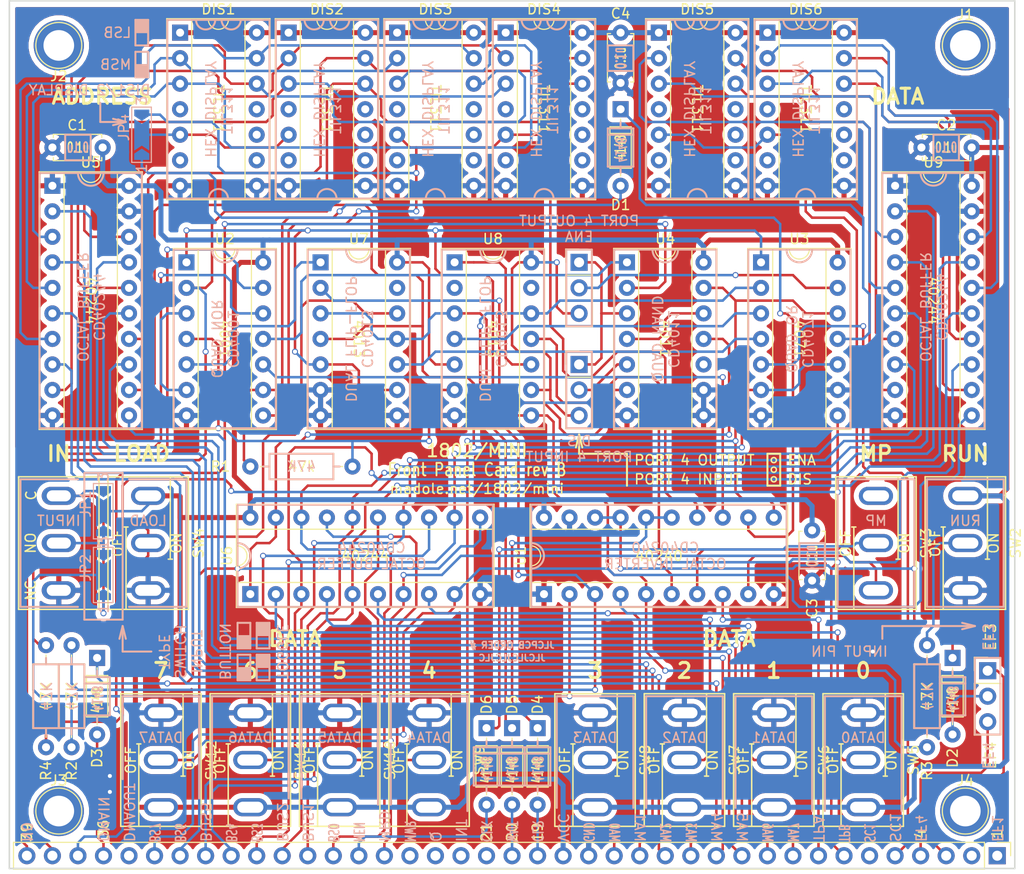
<source format=kicad_pcb>
(kicad_pcb (version 20171130) (host pcbnew "(5.1.8)-1")
  (layers (0 F.Cu signal) (31 B.Cu signal) (34 B.Paste user) (35 F.Paste user) (36 B.SilkS user) (37 F.SilkS user) (38 B.Mask user) (39 F.Mask user hide) (44 Edge.Cuts user))
  (net 0 "")
  (net 1 GND)
  (net 2 VCC)
  (net 3 EF4)
  (net 4 "Net-(D3-Pad1)")
  (net 5 SC1)
  (net 6 "Net-(D5-Pad1)")
  (net 7 DMA_IN)
  (net 8 N2)
  (net 9 TPB)
  (net 10 MRD)
  (net 11 /BUS0)
  (net 12 /BUS1)
  (net 13 /BUS2)
  (net 14 /BUS3)
  (net 15 /BUS4)
  (net 16 /BUS5)
  (net 17 /BUS6)
  (net 18 /BUS7)
  (net 19 "Net-(SW5-Pad2)")
  (net 20 "Net-(SW6-Pad2)")
  (net 21 "Net-(SW7-Pad2)")
  (net 22 "Net-(SW8-Pad2)")
  (net 23 "Net-(SW9-Pad2)")
  (net 24 "Net-(SW10-Pad2)")
  (net 25 "Net-(SW11-Pad2)")
  (net 26 "Net-(SW12-Pad2)")
  (net 27 STROBE)
  (net 28 READ)
  (net 29 ~WAIT)
  (net 30 ~CLEAR)
  (net 31 "Net-(U2-Pad5)")
  (net 32 "Net-(JP2-Pad2)")
  (net 33 "Net-(D2-Pad1)")
  (net 34 "Net-(D4-Pad1)")
  (net 35 "Net-(D6-Pad1)")
  (net 36 MEN)
  (net 37 "Net-(DIS1-Pad2)")
  (net 38 "Net-(DIS1-Pad3)")
  (net 39 "Net-(DIS1-Pad5)")
  (net 40 "Net-(DIS1-Pad12)")
  (net 41 "Net-(DIS1-Pad13)")
  (net 42 "Net-(DIS2-Pad2)")
  (net 43 "Net-(DIS2-Pad3)")
  (net 44 "Net-(DIS2-Pad12)")
  (net 45 "Net-(DIS2-Pad13)")
  (net 46 "Net-(DIS5-Pad2)")
  (net 47 "Net-(DIS5-Pad3)")
  (net 48 "Net-(DIS5-Pad12)")
  (net 49 "Net-(DIS5-Pad13)")
  (net 50 "Net-(DIS6-Pad2)")
  (net 51 "Net-(DIS6-Pad3)")
  (net 52 "Net-(DIS6-Pad12)")
  (net 53 "Net-(DIS6-Pad13)")
  (net 54 TPA)
  (net 55 /MA7)
  (net 56 /MA6)
  (net 57 /MA5)
  (net 58 /MA4)
  (net 59 /MA3)
  (net 60 /MA2)
  (net 61 /MA1)
  (net 62 /MA0)
  (net 63 N1)
  (net 64 N0)
  (net 65 "Net-(R2-Pad2)")
  (net 66 "Net-(R3-Pad1)")
  (net 67 "Net-(R3-Pad2)")
  (net 68 "Net-(R4-Pad1)")
  (net 69 "Net-(R4-Pad2)")
  (net 70 "Net-(U2-Pad3)")
  (net 71 "Net-(U2-Pad11)")
  (net 72 "Net-(U3-Pad3)")
  (net 73 "Net-(U3-Pad4)")
  (net 74 "Net-(U8-Pad1)")
  (net 75 "Net-(JP1-Pad3)")
  (net 76 "Net-(JP1-Pad1)")
  (net 77 "Net-(DIS5-Pad5)")
  (net 78 "Net-(JP4-Pad1)")
  (net 79 "Net-(D2-Pad2)")
  (net 80 EF3)
  (net 81 "Net-(D1-Pad1)")
  (net 82 "Net-(D1-Pad2)")
  (net 83 ~TPB)
  (net 84 ~LOADSTEP)
  (net 85 "Net-(JP5-Pad2)")
  (net 86 "Net-(JP5-Pad1)")
  (net 87 "Net-(SW3-Pad3)")
  (net 88 "Net-(JP6-Pad2)")
  (net 89 "Net-(U4-Pad12)")
  (net 90 ~LOAD)
  (module Package_DIP:DIP-20_W7.62mm_Socket (layer F.Cu) (at 187.96 79.375)
    (fp_text reference U9 (at 3.81 -2.33) (layer F.SilkS))
    (fp_text value CD40244)
    (pad 20 thru_hole oval (at 7.62 0) (size 1.6 1.6) (drill 0.8) (layers *.Cu *.Mask) (net 2 VCC))
    (pad 10 thru_hole oval (at 0 22.86) (size 1.6 1.6) (drill 0.8) (layers *.Cu *.Mask) (net 1 GND))
    (pad 19 thru_hole oval (at 7.62 2.54) (size 1.6 1.6) (drill 0.8) (layers *.Cu *.Mask) (net 1 GND))
    (pad 9 thru_hole oval (at 0 20.32) (size 1.6 1.6) (drill 0.8) (layers *.Cu *.Mask) (net 48 "Net-(DIS5-Pad12)"))
    (pad 18 thru_hole oval (at 7.62 5.08) (size 1.6 1.6) (drill 0.8) (layers *.Cu *.Mask) (net 51 "Net-(DIS6-Pad3)"))
    (pad 8 thru_hole oval (at 0 17.78) (size 1.6 1.6) (drill 0.8) (layers *.Cu *.Mask) (net 14 /BUS3))
    (pad 17 thru_hole oval (at 7.62 7.62) (size 1.6 1.6) (drill 0.8) (layers *.Cu *.Mask) (net 15 /BUS4))
    (pad 7 thru_hole oval (at 0 15.24) (size 1.6 1.6) (drill 0.8) (layers *.Cu *.Mask) (net 49 "Net-(DIS5-Pad13)"))
    (pad 16 thru_hole oval (at 7.62 10.16) (size 1.6 1.6) (drill 0.8) (layers *.Cu *.Mask) (net 50 "Net-(DIS6-Pad2)"))
    (pad 6 thru_hole oval (at 0 12.7) (size 1.6 1.6) (drill 0.8) (layers *.Cu *.Mask) (net 13 /BUS2))
    (pad 15 thru_hole oval (at 7.62 12.7) (size 1.6 1.6) (drill 0.8) (layers *.Cu *.Mask) (net 16 /BUS5))
    (pad 5 thru_hole oval (at 0 10.16) (size 1.6 1.6) (drill 0.8) (layers *.Cu *.Mask) (net 46 "Net-(DIS5-Pad2)"))
    (pad 14 thru_hole oval (at 7.62 15.24) (size 1.6 1.6) (drill 0.8) (layers *.Cu *.Mask) (net 53 "Net-(DIS6-Pad13)"))
    (pad 4 thru_hole oval (at 0 7.62) (size 1.6 1.6) (drill 0.8) (layers *.Cu *.Mask) (net 12 /BUS1))
    (pad 13 thru_hole oval (at 7.62 17.78) (size 1.6 1.6) (drill 0.8) (layers *.Cu *.Mask) (net 17 /BUS6))
    (pad 3 thru_hole oval (at 0 5.08) (size 1.6 1.6) (drill 0.8) (layers *.Cu *.Mask) (net 47 "Net-(DIS5-Pad3)"))
    (pad 12 thru_hole oval (at 7.62 20.32) (size 1.6 1.6) (drill 0.8) (layers *.Cu *.Mask) (net 52 "Net-(DIS6-Pad12)"))
    (pad 2 thru_hole oval (at 0 2.54) (size 1.6 1.6) (drill 0.8) (layers *.Cu *.Mask) (net 11 /BUS0))
    (pad 11 thru_hole oval (at 7.62 22.86) (size 1.6 1.6) (drill 0.8) (layers *.Cu *.Mask) (net 18 /BUS7))
    (pad 1 thru_hole rect (at 0 0) (size 1.6 1.6) (drill 0.8) (layers *.Cu *.Mask) (net 1 GND))
  )
  (module Package_DIP:DIP-14_W7.62mm_Socket (layer F.Cu) (at 144.145 86.995)
    (fp_text reference U8 (at 3.81 -2.33) (layer F.SilkS))
    (fp_text value 4013)
    (pad 1 thru_hole rect (at 0 0) (size 1.6 1.6) (drill 0.8) (layers *.Cu *.Mask) (net 74 "Net-(U8-Pad1)"))
    (pad 8 thru_hole oval (at 7.62 15.24) (size 1.6 1.6) (drill 0.8) (layers *.Cu *.Mask) (net 67 "Net-(R3-Pad2)"))
    (pad 2 thru_hole oval (at 0 2.54) (size 1.6 1.6) (drill 0.8) (layers *.Cu *.Mask))
    (pad 9 thru_hole oval (at 7.62 12.7) (size 1.6 1.6) (drill 0.8) (layers *.Cu *.Mask) (net 2 VCC))
    (pad 3 thru_hole oval (at 0 5.08) (size 1.6 1.6) (drill 0.8) (layers *.Cu *.Mask) (net 65 "Net-(R2-Pad2)"))
    (pad 10 thru_hole oval (at 7.62 10.16) (size 1.6 1.6) (drill 0.8) (layers *.Cu *.Mask) (net 74 "Net-(U8-Pad1)"))
    (pad 4 thru_hole oval (at 0 7.62) (size 1.6 1.6) (drill 0.8) (layers *.Cu *.Mask) (net 72 "Net-(U3-Pad3)"))
    (pad 11 thru_hole oval (at 7.62 7.62) (size 1.6 1.6) (drill 0.8) (layers *.Cu *.Mask) (net 9 TPB))
    (pad 5 thru_hole oval (at 0 10.16) (size 1.6 1.6) (drill 0.8) (layers *.Cu *.Mask) (net 2 VCC))
    (pad 12 thru_hole oval (at 7.62 5.08) (size 1.6 1.6) (drill 0.8) (layers *.Cu *.Mask) (net 6 "Net-(D5-Pad1)"))
    (pad 6 thru_hole oval (at 0 12.7) (size 1.6 1.6) (drill 0.8) (layers *.Cu *.Mask) (net 84 ~LOADSTEP))
    (pad 13 thru_hole oval (at 7.62 2.54) (size 1.6 1.6) (drill 0.8) (layers *.Cu *.Mask))
    (pad 7 thru_hole oval (at 0 15.24) (size 1.6 1.6) (drill 0.8) (layers *.Cu *.Mask) (net 1 GND))
    (pad 14 thru_hole oval (at 7.62 0) (size 1.6 1.6) (drill 0.8) (layers *.Cu *.Mask) (net 2 VCC))
  )
  (module Package_DIP:DIP-14_W7.62mm_Socket (layer F.Cu) (at 130.81 86.995)
    (fp_text reference U7 (at 3.81 -2.33) (layer F.SilkS))
    (fp_text value 4013)
    (pad 1 thru_hole rect (at 0 0) (size 1.6 1.6) (drill 0.8) (layers *.Cu *.Mask) (net 31 "Net-(U2-Pad5)"))
    (pad 8 thru_hole oval (at 7.62 15.24) (size 1.6 1.6) (drill 0.8) (layers *.Cu *.Mask) (net 1 GND))
    (pad 2 thru_hole oval (at 0 2.54) (size 1.6 1.6) (drill 0.8) (layers *.Cu *.Mask) (net 90 ~LOAD))
    (pad 9 thru_hole oval (at 7.62 12.7) (size 1.6 1.6) (drill 0.8) (layers *.Cu *.Mask) (net 67 "Net-(R3-Pad2)"))
    (pad 3 thru_hole oval (at 0 5.08) (size 1.6 1.6) (drill 0.8) (layers *.Cu *.Mask) (net 65 "Net-(R2-Pad2)"))
    (pad 10 thru_hole oval (at 7.62 10.16) (size 1.6 1.6) (drill 0.8) (layers *.Cu *.Mask) (net 73 "Net-(U3-Pad4)"))
    (pad 4 thru_hole oval (at 0 7.62) (size 1.6 1.6) (drill 0.8) (layers *.Cu *.Mask) (net 69 "Net-(R4-Pad2)"))
    (pad 11 thru_hole oval (at 7.62 7.62) (size 1.6 1.6) (drill 0.8) (layers *.Cu *.Mask) (net 65 "Net-(R2-Pad2)"))
    (pad 5 thru_hole oval (at 0 10.16) (size 1.6 1.6) (drill 0.8) (layers *.Cu *.Mask) (net 67 "Net-(R3-Pad2)"))
    (pad 12 thru_hole oval (at 7.62 5.08) (size 1.6 1.6) (drill 0.8) (layers *.Cu *.Mask) (net 4 "Net-(D3-Pad1)"))
    (pad 6 thru_hole oval (at 0 12.7) (size 1.6 1.6) (drill 0.8) (layers *.Cu *.Mask) (net 1 GND))
    (pad 13 thru_hole oval (at 7.62 2.54) (size 1.6 1.6) (drill 0.8) (layers *.Cu *.Mask))
    (pad 7 thru_hole oval (at 0 15.24) (size 1.6 1.6) (drill 0.8) (layers *.Cu *.Mask) (net 1 GND))
    (pad 14 thru_hole oval (at 7.62 0) (size 1.6 1.6) (drill 0.8) (layers *.Cu *.Mask) (net 2 VCC))
  )
  (module Package_DIP:DIP-20_W7.62mm_Socket (layer F.Cu) (at 123.825 120.015 90)
    (fp_text reference U6 (at 3.81 -2.33 90) (layer F.SilkS))
    (fp_text value CD40244)
    (pad 20 thru_hole oval (at 7.62 0 90) (size 1.6 1.6) (drill 0.8) (layers *.Cu *.Mask) (net 2 VCC))
    (pad 10 thru_hole oval (at 0 22.86 90) (size 1.6 1.6) (drill 0.8) (layers *.Cu *.Mask) (net 1 GND))
    (pad 19 thru_hole oval (at 7.62 2.54 90) (size 1.6 1.6) (drill 0.8) (layers *.Cu *.Mask) (net 28 READ))
    (pad 9 thru_hole oval (at 0 20.32 90) (size 1.6 1.6) (drill 0.8) (layers *.Cu *.Mask) (net 18 /BUS7))
    (pad 18 thru_hole oval (at 7.62 5.08 90) (size 1.6 1.6) (drill 0.8) (layers *.Cu *.Mask) (net 11 /BUS0))
    (pad 8 thru_hole oval (at 0 17.78 90) (size 1.6 1.6) (drill 0.8) (layers *.Cu *.Mask) (net 22 "Net-(SW8-Pad2)"))
    (pad 17 thru_hole oval (at 7.62 7.62 90) (size 1.6 1.6) (drill 0.8) (layers *.Cu *.Mask) (net 23 "Net-(SW9-Pad2)"))
    (pad 7 thru_hole oval (at 0 15.24 90) (size 1.6 1.6) (drill 0.8) (layers *.Cu *.Mask) (net 17 /BUS6))
    (pad 16 thru_hole oval (at 7.62 10.16 90) (size 1.6 1.6) (drill 0.8) (layers *.Cu *.Mask) (net 12 /BUS1))
    (pad 6 thru_hole oval (at 0 12.7 90) (size 1.6 1.6) (drill 0.8) (layers *.Cu *.Mask) (net 21 "Net-(SW7-Pad2)"))
    (pad 15 thru_hole oval (at 7.62 12.7 90) (size 1.6 1.6) (drill 0.8) (layers *.Cu *.Mask) (net 24 "Net-(SW10-Pad2)"))
    (pad 5 thru_hole oval (at 0 10.16 90) (size 1.6 1.6) (drill 0.8) (layers *.Cu *.Mask) (net 16 /BUS5))
    (pad 14 thru_hole oval (at 7.62 15.24 90) (size 1.6 1.6) (drill 0.8) (layers *.Cu *.Mask) (net 13 /BUS2))
    (pad 4 thru_hole oval (at 0 7.62 90) (size 1.6 1.6) (drill 0.8) (layers *.Cu *.Mask) (net 20 "Net-(SW6-Pad2)"))
    (pad 13 thru_hole oval (at 7.62 17.78 90) (size 1.6 1.6) (drill 0.8) (layers *.Cu *.Mask) (net 25 "Net-(SW11-Pad2)"))
    (pad 3 thru_hole oval (at 0 5.08 90) (size 1.6 1.6) (drill 0.8) (layers *.Cu *.Mask) (net 15 /BUS4))
    (pad 12 thru_hole oval (at 7.62 20.32 90) (size 1.6 1.6) (drill 0.8) (layers *.Cu *.Mask) (net 14 /BUS3))
    (pad 2 thru_hole oval (at 0 2.54 90) (size 1.6 1.6) (drill 0.8) (layers *.Cu *.Mask) (net 19 "Net-(SW5-Pad2)"))
    (pad 11 thru_hole oval (at 7.62 22.86 90) (size 1.6 1.6) (drill 0.8) (layers *.Cu *.Mask) (net 26 "Net-(SW12-Pad2)"))
    (pad 1 thru_hole rect (at 0 0 90) (size 1.6 1.6) (drill 0.8) (layers *.Cu *.Mask) (net 28 READ))
  )
  (module Package_DIP:DIP-20_W7.62mm_Socket (layer F.Cu) (at 104.14 79.375)
    (fp_text reference U5 (at 3.81 -2.33) (layer F.SilkS))
    (fp_text value CD40244)
    (pad 20 thru_hole oval (at 7.62 0) (size 1.6 1.6) (drill 0.8) (layers *.Cu *.Mask) (net 2 VCC))
    (pad 10 thru_hole oval (at 0 22.86) (size 1.6 1.6) (drill 0.8) (layers *.Cu *.Mask) (net 1 GND))
    (pad 19 thru_hole oval (at 7.62 2.54) (size 1.6 1.6) (drill 0.8) (layers *.Cu *.Mask) (net 1 GND))
    (pad 9 thru_hole oval (at 0 20.32) (size 1.6 1.6) (drill 0.8) (layers *.Cu *.Mask) (net 40 "Net-(DIS1-Pad12)"))
    (pad 18 thru_hole oval (at 7.62 5.08) (size 1.6 1.6) (drill 0.8) (layers *.Cu *.Mask) (net 43 "Net-(DIS2-Pad3)"))
    (pad 8 thru_hole oval (at 0 17.78) (size 1.6 1.6) (drill 0.8) (layers *.Cu *.Mask) (net 59 /MA3))
    (pad 17 thru_hole oval (at 7.62 7.62) (size 1.6 1.6) (drill 0.8) (layers *.Cu *.Mask) (net 58 /MA4))
    (pad 7 thru_hole oval (at 0 15.24) (size 1.6 1.6) (drill 0.8) (layers *.Cu *.Mask) (net 41 "Net-(DIS1-Pad13)"))
    (pad 16 thru_hole oval (at 7.62 10.16) (size 1.6 1.6) (drill 0.8) (layers *.Cu *.Mask) (net 42 "Net-(DIS2-Pad2)"))
    (pad 6 thru_hole oval (at 0 12.7) (size 1.6 1.6) (drill 0.8) (layers *.Cu *.Mask) (net 60 /MA2))
    (pad 15 thru_hole oval (at 7.62 12.7) (size 1.6 1.6) (drill 0.8) (layers *.Cu *.Mask) (net 57 /MA5))
    (pad 5 thru_hole oval (at 0 10.16) (size 1.6 1.6) (drill 0.8) (layers *.Cu *.Mask) (net 37 "Net-(DIS1-Pad2)"))
    (pad 14 thru_hole oval (at 7.62 15.24) (size 1.6 1.6) (drill 0.8) (layers *.Cu *.Mask) (net 45 "Net-(DIS2-Pad13)"))
    (pad 4 thru_hole oval (at 0 7.62) (size 1.6 1.6) (drill 0.8) (layers *.Cu *.Mask) (net 61 /MA1))
    (pad 13 thru_hole oval (at 7.62 17.78) (size 1.6 1.6) (drill 0.8) (layers *.Cu *.Mask) (net 56 /MA6))
    (pad 3 thru_hole oval (at 0 5.08) (size 1.6 1.6) (drill 0.8) (layers *.Cu *.Mask) (net 38 "Net-(DIS1-Pad3)"))
    (pad 12 thru_hole oval (at 7.62 20.32) (size 1.6 1.6) (drill 0.8) (layers *.Cu *.Mask) (net 44 "Net-(DIS2-Pad12)"))
    (pad 2 thru_hole oval (at 0 2.54) (size 1.6 1.6) (drill 0.8) (layers *.Cu *.Mask) (net 62 /MA0))
    (pad 11 thru_hole oval (at 7.62 22.86) (size 1.6 1.6) (drill 0.8) (layers *.Cu *.Mask) (net 55 /MA7))
    (pad 1 thru_hole rect (at 0 0) (size 1.6 1.6) (drill 0.8) (layers *.Cu *.Mask) (net 1 GND))
  )
  (module Package_DIP:DIP-14_W7.62mm_Socket (layer F.Cu) (at 161.29 86.995)
    (fp_text reference U4 (at 3.81 -2.33) (layer F.SilkS))
    (fp_text value 4011)
    (pad 1 thru_hole rect (at 0 0) (size 1.6 1.6) (drill 0.8) (layers *.Cu *.Mask) (net 71 "Net-(U2-Pad11)"))
    (pad 8 thru_hole oval (at 7.62 15.24) (size 1.6 1.6) (drill 0.8) (layers *.Cu *.Mask) (net 1 GND))
    (pad 2 thru_hole oval (at 0 2.54) (size 1.6 1.6) (drill 0.8) (layers *.Cu *.Mask) (net 8 N2))
    (pad 9 thru_hole oval (at 7.62 12.7) (size 1.6 1.6) (drill 0.8) (layers *.Cu *.Mask) (net 1 GND))
    (pad 3 thru_hole oval (at 0 5.08) (size 1.6 1.6) (drill 0.8) (layers *.Cu *.Mask) (net 86 "Net-(JP5-Pad1)"))
    (pad 10 thru_hole oval (at 7.62 10.16) (size 1.6 1.6) (drill 0.8) (layers *.Cu *.Mask))
    (pad 4 thru_hole oval (at 0 7.62) (size 1.6 1.6) (drill 0.8) (layers *.Cu *.Mask) (net 89 "Net-(U4-Pad12)"))
    (pad 11 thru_hole oval (at 7.62 7.62) (size 1.6 1.6) (drill 0.8) (layers *.Cu *.Mask) (net 28 READ))
    (pad 5 thru_hole oval (at 0 10.16) (size 1.6 1.6) (drill 0.8) (layers *.Cu *.Mask) (net 88 "Net-(JP6-Pad2)"))
    (pad 12 thru_hole oval (at 7.62 5.08) (size 1.6 1.6) (drill 0.8) (layers *.Cu *.Mask) (net 89 "Net-(U4-Pad12)"))
    (pad 6 thru_hole oval (at 0 12.7) (size 1.6 1.6) (drill 0.8) (layers *.Cu *.Mask) (net 90 ~LOAD))
    (pad 13 thru_hole oval (at 7.62 2.54) (size 1.6 1.6) (drill 0.8) (layers *.Cu *.Mask) (net 10 MRD))
    (pad 7 thru_hole oval (at 0 15.24) (size 1.6 1.6) (drill 0.8) (layers *.Cu *.Mask) (net 1 GND))
    (pad 14 thru_hole oval (at 7.62 0) (size 1.6 1.6) (drill 0.8) (layers *.Cu *.Mask) (net 2 VCC))
  )
  (module Package_DIP:DIP-14_W7.62mm_Socket (layer F.Cu) (at 174.625 86.995)
    (fp_text reference U3 (at 3.81 -2.33) (layer F.SilkS))
    (fp_text value 4071)
    (pad 14 thru_hole oval (at 7.62 0) (size 1.6 1.6) (drill 0.8) (layers *.Cu *.Mask) (net 2 VCC))
    (pad 7 thru_hole oval (at 0 15.24) (size 1.6 1.6) (drill 0.8) (layers *.Cu *.Mask) (net 1 GND))
    (pad 13 thru_hole oval (at 7.62 2.54) (size 1.6 1.6) (drill 0.8) (layers *.Cu *.Mask) (net 85 "Net-(JP5-Pad2)"))
    (pad 6 thru_hole oval (at 0 12.7) (size 1.6 1.6) (drill 0.8) (layers *.Cu *.Mask) (net 69 "Net-(R4-Pad2)"))
    (pad 12 thru_hole oval (at 7.62 5.08) (size 1.6 1.6) (drill 0.8) (layers *.Cu *.Mask) (net 10 MRD))
    (pad 5 thru_hole oval (at 0 10.16) (size 1.6 1.6) (drill 0.8) (layers *.Cu *.Mask) (net 5 SC1))
    (pad 11 thru_hole oval (at 7.62 7.62) (size 1.6 1.6) (drill 0.8) (layers *.Cu *.Mask) (net 81 "Net-(D1-Pad1)"))
    (pad 4 thru_hole oval (at 0 7.62) (size 1.6 1.6) (drill 0.8) (layers *.Cu *.Mask) (net 73 "Net-(U3-Pad4)"))
    (pad 10 thru_hole oval (at 7.62 10.16) (size 1.6 1.6) (drill 0.8) (layers *.Cu *.Mask) (net 69 "Net-(R4-Pad2)"))
    (pad 3 thru_hole oval (at 0 5.08) (size 1.6 1.6) (drill 0.8) (layers *.Cu *.Mask) (net 72 "Net-(U3-Pad3)"))
    (pad 9 thru_hole oval (at 7.62 12.7) (size 1.6 1.6) (drill 0.8) (layers *.Cu *.Mask) (net 1 GND))
    (pad 2 thru_hole oval (at 0 2.54) (size 1.6 1.6) (drill 0.8) (layers *.Cu *.Mask) (net 6 "Net-(D5-Pad1)"))
    (pad 8 thru_hole oval (at 7.62 15.24) (size 1.6 1.6) (drill 0.8) (layers *.Cu *.Mask) (net 68 "Net-(R4-Pad1)"))
    (pad 1 thru_hole rect (at 0 0) (size 1.6 1.6) (drill 0.8) (layers *.Cu *.Mask) (net 67 "Net-(R3-Pad2)"))
  )
  (module Package_DIP:DIP-14_W7.62mm_Socket (layer F.Cu) (at 117.475 86.995)
    (fp_text reference U2 (at 3.81 -2.33) (layer F.SilkS))
    (fp_text value 4001)
    (pad 14 thru_hole oval (at 7.62 0) (size 1.6 1.6) (drill 0.8) (layers *.Cu *.Mask) (net 2 VCC))
    (pad 7 thru_hole oval (at 0 15.24) (size 1.6 1.6) (drill 0.8) (layers *.Cu *.Mask) (net 1 GND))
    (pad 13 thru_hole oval (at 7.62 2.54) (size 1.6 1.6) (drill 0.8) (layers *.Cu *.Mask) (net 63 N1))
    (pad 6 thru_hole oval (at 0 12.7) (size 1.6 1.6) (drill 0.8) (layers *.Cu *.Mask) (net 70 "Net-(U2-Pad3)"))
    (pad 12 thru_hole oval (at 7.62 5.08) (size 1.6 1.6) (drill 0.8) (layers *.Cu *.Mask) (net 64 N0))
    (pad 5 thru_hole oval (at 0 10.16) (size 1.6 1.6) (drill 0.8) (layers *.Cu *.Mask) (net 31 "Net-(U2-Pad5)"))
    (pad 11 thru_hole oval (at 7.62 7.62) (size 1.6 1.6) (drill 0.8) (layers *.Cu *.Mask) (net 71 "Net-(U2-Pad11)"))
    (pad 4 thru_hole oval (at 0 7.62) (size 1.6 1.6) (drill 0.8) (layers *.Cu *.Mask) (net 84 ~LOADSTEP))
    (pad 10 thru_hole oval (at 7.62 10.16) (size 1.6 1.6) (drill 0.8) (layers *.Cu *.Mask) (net 27 STROBE))
    (pad 3 thru_hole oval (at 0 5.08) (size 1.6 1.6) (drill 0.8) (layers *.Cu *.Mask) (net 70 "Net-(U2-Pad3)"))
    (pad 9 thru_hole oval (at 7.62 12.7) (size 1.6 1.6) (drill 0.8) (layers *.Cu *.Mask) (net 82 "Net-(D1-Pad2)"))
    (pad 2 thru_hole oval (at 0 2.54) (size 1.6 1.6) (drill 0.8) (layers *.Cu *.Mask) (net 69 "Net-(R4-Pad2)"))
    (pad 8 thru_hole oval (at 7.62 15.24) (size 1.6 1.6) (drill 0.8) (layers *.Cu *.Mask) (net 83 ~TPB))
    (pad 1 thru_hole rect (at 0 0) (size 1.6 1.6) (drill 0.8) (layers *.Cu *.Mask) (net 67 "Net-(R3-Pad2)"))
  )
  (module Package_DIP:DIP-20_W7.62mm_Socket (layer F.Cu) (at 153.035 120.015 90)
    (fp_text reference U1 (at 3.81 -2.33 90) (layer F.SilkS))
    (fp_text value 40240)
    (pad 20 thru_hole oval (at 7.62 0 90) (size 1.6 1.6) (drill 0.8) (layers *.Cu *.Mask) (net 2 VCC))
    (pad 10 thru_hole oval (at 0 22.86 90) (size 1.6 1.6) (drill 0.8) (layers *.Cu *.Mask) (net 1 GND))
    (pad 19 thru_hole oval (at 7.62 2.54 90) (size 1.6 1.6) (drill 0.8) (layers *.Cu *.Mask) (net 1 GND))
    (pad 9 thru_hole oval (at 0 20.32 90) (size 1.6 1.6) (drill 0.8) (layers *.Cu *.Mask) (net 87 "Net-(SW3-Pad3)"))
    (pad 18 thru_hole oval (at 7.62 5.08 90) (size 1.6 1.6) (drill 0.8) (layers *.Cu *.Mask) (net 33 "Net-(D2-Pad1)"))
    (pad 8 thru_hole oval (at 0 17.78 90) (size 1.6 1.6) (drill 0.8) (layers *.Cu *.Mask) (net 54 TPA))
    (pad 17 thru_hole oval (at 7.62 7.62 90) (size 1.6 1.6) (drill 0.8) (layers *.Cu *.Mask) (net 33 "Net-(D2-Pad1)"))
    (pad 7 thru_hole oval (at 0 15.24 90) (size 1.6 1.6) (drill 0.8) (layers *.Cu *.Mask) (net 77 "Net-(DIS5-Pad5)"))
    (pad 16 thru_hole oval (at 7.62 10.16 90) (size 1.6 1.6) (drill 0.8) (layers *.Cu *.Mask) (net 34 "Net-(D4-Pad1)"))
    (pad 6 thru_hole oval (at 0 12.7 90) (size 1.6 1.6) (drill 0.8) (layers *.Cu *.Mask) (net 9 TPB))
    (pad 15 thru_hole oval (at 7.62 12.7 90) (size 1.6 1.6) (drill 0.8) (layers *.Cu *.Mask) (net 34 "Net-(D4-Pad1)"))
    (pad 5 thru_hole oval (at 0 10.16 90) (size 1.6 1.6) (drill 0.8) (layers *.Cu *.Mask) (net 67 "Net-(R3-Pad2)"))
    (pad 14 thru_hole oval (at 7.62 15.24 90) (size 1.6 1.6) (drill 0.8) (layers *.Cu *.Mask) (net 83 ~TPB))
    (pad 4 thru_hole oval (at 0 7.62 90) (size 1.6 1.6) (drill 0.8) (layers *.Cu *.Mask) (net 66 "Net-(R3-Pad1)"))
    (pad 13 thru_hole oval (at 7.62 17.78 90) (size 1.6 1.6) (drill 0.8) (layers *.Cu *.Mask) (net 27 STROBE))
    (pad 3 thru_hole oval (at 0 5.08 90) (size 1.6 1.6) (drill 0.8) (layers *.Cu *.Mask) (net 65 "Net-(R2-Pad2)"))
    (pad 12 thru_hole oval (at 7.62 20.32 90) (size 1.6 1.6) (drill 0.8) (layers *.Cu *.Mask) (net 78 "Net-(JP4-Pad1)"))
    (pad 2 thru_hole oval (at 0 2.54 90) (size 1.6 1.6) (drill 0.8) (layers *.Cu *.Mask) (net 32 "Net-(JP2-Pad2)"))
    (pad 11 thru_hole oval (at 7.62 22.86 90) (size 1.6 1.6) (drill 0.8) (layers *.Cu *.Mask) (net 10 MRD))
    (pad 1 thru_hole rect (at 0 0 90) (size 1.6 1.6) (drill 0.8) (layers *.Cu *.Mask) (net 1 GND))
  )
  (module 1802-mini:SPDT_SWITCH (layer F.Cu) (at 114.935 136.525 270)
    (fp_text reference SW12 (at 0 -5 90) (layer F.SilkS))
    (fp_text value IN7)
    (fp_text user ON (at 0 -2.8 90) (layer F.SilkS))
    (fp_text user OFF (at 0 3 90) (layer F.SilkS))
    (pad 1 thru_hole oval (at -4.699 0 270) (size 1.8 3.4) (drill oval 1.1 2.6) (layers *.Cu *.Mask) (net 1 GND))
    (pad 2 thru_hole oval (at 0 0 270) (size 1.8 3.4) (drill oval 1.1 2.6) (layers *.Cu *.Mask) (net 26 "Net-(SW12-Pad2)"))
    (pad 3 thru_hole oval (at 4.699 0 270) (size 1.8 3.4) (drill oval 1.1 2.6) (layers *.Cu *.Mask) (net 2 VCC))
  )
  (module 1802-mini:SPDT_SWITCH (layer F.Cu) (at 123.825 136.525 270)
    (fp_text reference SW11 (at 0 -5 90) (layer F.SilkS))
    (fp_text value IN6)
    (fp_text user ON (at 0 -2.8 90) (layer F.SilkS))
    (fp_text user OFF (at 0 3 90) (layer F.SilkS))
    (pad 1 thru_hole oval (at -4.699 0 270) (size 1.8 3.4) (drill oval 1.1 2.6) (layers *.Cu *.Mask) (net 1 GND))
    (pad 2 thru_hole oval (at 0 0 270) (size 1.8 3.4) (drill oval 1.1 2.6) (layers *.Cu *.Mask) (net 25 "Net-(SW11-Pad2)"))
    (pad 3 thru_hole oval (at 4.699 0 270) (size 1.8 3.4) (drill oval 1.1 2.6) (layers *.Cu *.Mask) (net 2 VCC))
  )
  (module 1802-mini:SPDT_SWITCH (layer F.Cu) (at 132.715 136.525 270)
    (fp_text reference SW10 (at 0 -5 90) (layer F.SilkS))
    (fp_text value IN5)
    (fp_text user ON (at 0 -2.8 90) (layer F.SilkS))
    (fp_text user OFF (at 0 3 90) (layer F.SilkS))
    (pad 1 thru_hole oval (at -4.699 0 270) (size 1.8 3.4) (drill oval 1.1 2.6) (layers *.Cu *.Mask) (net 1 GND))
    (pad 2 thru_hole oval (at 0 0 270) (size 1.8 3.4) (drill oval 1.1 2.6) (layers *.Cu *.Mask) (net 24 "Net-(SW10-Pad2)"))
    (pad 3 thru_hole oval (at 4.699 0 270) (size 1.8 3.4) (drill oval 1.1 2.6) (layers *.Cu *.Mask) (net 2 VCC))
  )
  (module 1802-mini:SPDT_SWITCH (layer F.Cu) (at 141.605 136.525 270)
    (fp_text reference SW9 (at 0 -5 90) (layer F.SilkS))
    (fp_text value IN4)
    (fp_text user ON (at 0 -2.8 90) (layer F.SilkS))
    (fp_text user OFF (at 0 3 90) (layer F.SilkS))
    (pad 1 thru_hole oval (at -4.699 0 270) (size 1.8 3.4) (drill oval 1.1 2.6) (layers *.Cu *.Mask) (net 1 GND))
    (pad 2 thru_hole oval (at 0 0 270) (size 1.8 3.4) (drill oval 1.1 2.6) (layers *.Cu *.Mask) (net 23 "Net-(SW9-Pad2)"))
    (pad 3 thru_hole oval (at 4.699 0 270) (size 1.8 3.4) (drill oval 1.1 2.6) (layers *.Cu *.Mask) (net 2 VCC))
  )
  (module 1802-mini:SPDT_SWITCH (layer F.Cu) (at 158.115 136.525 270)
    (fp_text reference SW8 (at 0 -5 90) (layer F.SilkS))
    (fp_text value IN3)
    (fp_text user ON (at 0 -2.8 90) (layer F.SilkS))
    (fp_text user OFF (at 0 3 90) (layer F.SilkS))
    (pad 1 thru_hole oval (at -4.699 0 270) (size 1.8 3.4) (drill oval 1.1 2.6) (layers *.Cu *.Mask) (net 1 GND))
    (pad 2 thru_hole oval (at 0 0 270) (size 1.8 3.4) (drill oval 1.1 2.6) (layers *.Cu *.Mask) (net 22 "Net-(SW8-Pad2)"))
    (pad 3 thru_hole oval (at 4.699 0 270) (size 1.8 3.4) (drill oval 1.1 2.6) (layers *.Cu *.Mask) (net 2 VCC))
  )
  (module 1802-mini:SPDT_SWITCH (layer F.Cu) (at 167.005 136.525 270)
    (fp_text reference SW7 (at 0 -5 90) (layer F.SilkS))
    (fp_text value IN2)
    (fp_text user ON (at 0 -2.8 90) (layer F.SilkS))
    (fp_text user OFF (at 0 3 90) (layer F.SilkS))
    (pad 1 thru_hole oval (at -4.699 0 270) (size 1.8 3.4) (drill oval 1.1 2.6) (layers *.Cu *.Mask) (net 1 GND))
    (pad 2 thru_hole oval (at 0 0 270) (size 1.8 3.4) (drill oval 1.1 2.6) (layers *.Cu *.Mask) (net 21 "Net-(SW7-Pad2)"))
    (pad 3 thru_hole oval (at 4.699 0 270) (size 1.8 3.4) (drill oval 1.1 2.6) (layers *.Cu *.Mask) (net 2 VCC))
  )
  (module 1802-mini:SPDT_SWITCH (layer F.Cu) (at 175.895 136.525 270)
    (fp_text reference SW6 (at 0 -5 90) (layer F.SilkS))
    (fp_text value IN1)
    (fp_text user ON (at 0 -2.8 90) (layer F.SilkS))
    (fp_text user OFF (at 0 3 90) (layer F.SilkS))
    (pad 1 thru_hole oval (at -4.699 0 270) (size 1.8 3.4) (drill oval 1.1 2.6) (layers *.Cu *.Mask) (net 1 GND))
    (pad 2 thru_hole oval (at 0 0 270) (size 1.8 3.4) (drill oval 1.1 2.6) (layers *.Cu *.Mask) (net 20 "Net-(SW6-Pad2)"))
    (pad 3 thru_hole oval (at 4.699 0 270) (size 1.8 3.4) (drill oval 1.1 2.6) (layers *.Cu *.Mask) (net 2 VCC))
  )
  (module 1802-mini:SPDT_SWITCH (layer F.Cu) (at 184.785 136.525 270)
    (fp_text reference SW5 (at 0 -5 90) (layer F.SilkS))
    (fp_text value IN0)
    (fp_text user ON (at 0 -2.8 90) (layer F.SilkS))
    (fp_text user OFF (at 0 3 90) (layer F.SilkS))
    (pad 1 thru_hole oval (at -4.699 0 270) (size 1.8 3.4) (drill oval 1.1 2.6) (layers *.Cu *.Mask) (net 1 GND))
    (pad 2 thru_hole oval (at 0 0 270) (size 1.8 3.4) (drill oval 1.1 2.6) (layers *.Cu *.Mask) (net 19 "Net-(SW5-Pad2)"))
    (pad 3 thru_hole oval (at 4.699 0 270) (size 1.8 3.4) (drill oval 1.1 2.6) (layers *.Cu *.Mask) (net 2 VCC))
  )
  (module 1802-mini:SPDT_SWITCH (layer F.Cu) (at 113.665 114.935 270)
    (fp_text reference SW4 (at 0 -5 90) (layer F.SilkS))
    (fp_text value LOAD)
    (fp_text user ON (at 0 -2.8 90) (layer F.SilkS))
    (fp_text user OFF (at 0 3 90) (layer F.SilkS))
    (pad 1 thru_hole oval (at -4.699 0 270) (size 1.8 3.4) (drill oval 1.1 2.6) (layers *.Cu *.Mask) (net 2 VCC))
    (pad 2 thru_hole oval (at 0 0 270) (size 1.8 3.4) (drill oval 1.1 2.6) (layers *.Cu *.Mask) (net 68 "Net-(R4-Pad1)"))
    (pad 3 thru_hole oval (at 4.699 0 270) (size 1.8 3.4) (drill oval 1.1 2.6) (layers *.Cu *.Mask) (net 1 GND))
  )
  (module 1802-mini:SPDT_SWITCH (layer F.Cu) (at 186.055 114.935 270)
    (fp_text reference SW3 (at 0 -5 90) (layer F.SilkS))
    (fp_text value MP)
    (fp_text user OFF (at 0 3 90) (layer F.SilkS))
    (fp_text user ON (at 0 -2.8 90) (layer F.SilkS))
    (pad 3 thru_hole oval (at 4.699 0 270) (size 1.8 3.4) (drill oval 1.1 2.6) (layers *.Cu *.Mask) (net 87 "Net-(SW3-Pad3)"))
    (pad 2 thru_hole oval (at 0 0 270) (size 1.8 3.4) (drill oval 1.1 2.6) (layers *.Cu *.Mask) (net 35 "Net-(D6-Pad1)"))
    (pad 1 thru_hole oval (at -4.699 0 270) (size 1.8 3.4) (drill oval 1.1 2.6) (layers *.Cu *.Mask))
  )
  (module 1802-mini:SPDT_SWITCH (layer F.Cu) (at 194.945 114.935 270)
    (fp_text reference SW2 (at 0 -5 90) (layer F.SilkS))
    (fp_text value RUN)
    (fp_text user ON (at 0 -2.8 90) (layer F.SilkS))
    (fp_text user OFF (at 0 3 90) (layer F.SilkS))
    (pad 1 thru_hole oval (at -4.699 0 270) (size 1.8 3.4) (drill oval 1.1 2.6) (layers *.Cu *.Mask) (net 2 VCC))
    (pad 2 thru_hole oval (at 0 0 270) (size 1.8 3.4) (drill oval 1.1 2.6) (layers *.Cu *.Mask) (net 66 "Net-(R3-Pad1)"))
    (pad 3 thru_hole oval (at 4.699 0 270) (size 1.8 3.4) (drill oval 1.1 2.6) (layers *.Cu *.Mask) (net 1 GND))
  )
  (module 1802-mini:SPDT_PUSH (layer F.Cu) (at 104.775 114.935 270)
    (fp_text reference SW1 hide)
    (fp_text value IN)
    (fp_text user C (at -4.75 2.75 90) (layer F.SilkS))
    (fp_text user NC (at 4.7 2.8 90) (layer F.SilkS))
    (fp_text user NO (at 0 2.8 90) (layer F.SilkS))
    (pad 3 thru_hole oval (at 4.7 0 270) (size 1.8 3.4) (drill oval 1.1 2.4) (layers *.Cu *.Mask) (net 1 GND))
    (pad 2 thru_hole oval (at 0 0 270) (size 1.8 3.4) (drill oval 1.1 2.4) (layers *.Cu *.Mask) (net 76 "Net-(JP1-Pad1)"))
    (pad 1 thru_hole oval (at -4.7 0 270) (size 1.8 3.4) (drill oval 1.1 2.4) (layers *.Cu *.Mask) (net 75 "Net-(JP1-Pad3)"))
  )
  (module 1802-mini:SolderJumper-3_P2.0mm_Open_TrianglePad1.0x1.5mm_NumberLabels (layer F.Cu) (at 113.03 74.295 90)
    (fp_text reference JP4 (at 0.725 -1.775 90) (layer B.SilkS))
    (fp_text value MA_HI_LO)
    (fp_text user 3 (at 3.4 0 90) (layer B.SilkS))
    (fp_text user 1 (at -3.35 0 90) (layer B.SilkS))
    (pad 1 smd custom (at -2 0 90) (size 0.3 0.3) (layers B.Cu B.Mask) (net 78 "Net-(JP4-Pad1)") (options (clearance outline) (anchor rect)) (primitives (gr_poly (pts (xy -0.5 -0.75) (xy 0.124968 -0.75) (xy 0.619 0) (xy 0.124968 0.75) (xy -0.5 0.75)) (width 0))))
    (pad 2 smd custom (at 0 0 90) (size 0.3 0.3) (layers B.Cu) (net 39 "Net-(DIS1-Pad5)") (options (clearance outline) (anchor rect)) (primitives (gr_poly (pts (xy -1.575032 -0.75) (xy 1.575032 -0.75) (xy 1.081 0) (xy 1.575032 0.75) (xy -1.575032 0.75) (xy -1.081 0)) (width 0))))
    (pad 3 smd custom (at 2 0 270) (size 0.3 0.3) (layers B.Cu B.Mask) (net 83 ~TPB) (options (clearance outline) (anchor rect)) (primitives (gr_poly (pts (xy -0.5 -0.75) (xy 0.124968 -0.75) (xy 0.619 0) (xy 0.124968 0.75) (xy -0.5 0.75)) (width 0))))
  )
  (module 1802-mini:SolderJumper-3_P2.0mm_Open_TrianglePad1.0x1.5mm_NumberLabels (layer F.Cu) (at 109.22 118.11 90)
    (fp_text reference JP2 (at 0.725 -1.775 90) (layer B.SilkS))
    (fp_text value Button_Toggle_1)
    (fp_text user 3 (at 3.4 0 90) (layer B.SilkS))
    (fp_text user 1 (at -3.35 0 90) (layer B.SilkS))
    (pad 1 smd custom (at -2 0 90) (size 0.3 0.3) (layers B.Cu B.Mask) (net 75 "Net-(JP1-Pad3)") (options (clearance outline) (anchor rect)) (primitives (gr_poly (pts (xy -0.5 -0.75) (xy 0.124968 -0.75) (xy 0.619 0) (xy 0.124968 0.75) (xy -0.5 0.75)) (width 0))))
    (pad 2 smd custom (at 0 0 90) (size 0.3 0.3) (layers B.Cu) (net 32 "Net-(JP2-Pad2)") (options (clearance outline) (anchor rect)) (primitives (gr_poly (pts (xy -1.575032 -0.75) (xy 1.575032 -0.75) (xy 1.081 0) (xy 1.575032 0.75) (xy -1.575032 0.75) (xy -1.081 0)) (width 0))))
    (pad 3 smd custom (at 2 0 270) (size 0.3 0.3) (layers B.Cu B.Mask) (net 76 "Net-(JP1-Pad1)") (options (clearance outline) (anchor rect)) (primitives (gr_poly (pts (xy -0.5 -0.75) (xy 0.124968 -0.75) (xy 0.619 0) (xy 0.124968 0.75) (xy -0.5 0.75)) (width 0))))
  )
  (module 1802-mini:SolderJumper-3_P2.0mm_Open_TrianglePad1.0x1.5mm_NumberLabels (layer F.Cu) (at 109.22 111.76 90)
    (fp_text reference JP1 (at 0.725 -1.775 90) (layer B.SilkS))
    (fp_text value Button_Toggle_2)
    (fp_text user 3 (at 3.4 0 90) (layer B.SilkS))
    (fp_text user 1 (at -3.35 0 90) (layer B.SilkS))
    (pad 1 smd custom (at -2 0 90) (size 0.3 0.3) (layers B.Cu B.Mask) (net 76 "Net-(JP1-Pad1)") (options (clearance outline) (anchor rect)) (primitives (gr_poly (pts (xy -0.5 -0.75) (xy 0.124968 -0.75) (xy 0.619 0) (xy 0.124968 0.75) (xy -0.5 0.75)) (width 0))))
    (pad 2 smd custom (at 0 0 90) (size 0.3 0.3) (layers B.Cu) (net 2 VCC) (options (clearance outline) (anchor rect)) (primitives (gr_poly (pts (xy -1.575032 -0.75) (xy 1.575032 -0.75) (xy 1.081 0) (xy 1.575032 0.75) (xy -1.575032 0.75) (xy -1.081 0)) (width 0))))
    (pad 3 smd custom (at 2 0 270) (size 0.3 0.3) (layers B.Cu B.Mask) (net 75 "Net-(JP1-Pad3)") (options (clearance outline) (anchor rect)) (primitives (gr_poly (pts (xy -0.5 -0.75) (xy 0.124968 -0.75) (xy 0.619 0) (xy 0.124968 0.75) (xy -0.5 0.75)) (width 0))))
  )
  (module 1802-mini:1pin (layer F.Cu) (at 194.945 141.605)
    (fp_text reference J4 (at 0 -3.048) (layer F.SilkS))
    (fp_text value Mount)
    (pad 1 thru_hole circle (at 0 0) (size 5 5) (drill 3.048) (layers *.Cu *.Mask))
  )
  (module 1802-mini:1pin (layer F.Cu) (at 104.775 141.605)
    (fp_text reference J3 (at 0 -3.048) (layer F.SilkS))
    (fp_text value Mount)
    (pad 1 thru_hole circle (at 0 0) (size 5 5) (drill 3.048) (layers *.Cu *.Mask))
  )
  (module 1802-mini:1pin (layer F.Cu) (at 104.775 65.405 180)
    (fp_text reference J2 (at 0 -3.048) (layer F.SilkS))
    (fp_text value Mount)
    (pad 1 thru_hole circle (at 0 0 180) (size 5 5) (drill 3.048) (layers *.Cu *.Mask))
  )
  (module 1802-mini:1pin (layer F.Cu) (at 194.945 65.405)
    (fp_text reference J1 (at 0 -3.048) (layer F.SilkS))
    (fp_text value Mount)
    (pad 1 thru_hole circle (at 0 0) (size 5 5) (drill 3.048) (layers *.Cu *.Mask))
  )
  (module Capacitors_THT:C_Disc_D4.7mm_W2.5mm_P5.00mm (layer F.Cu) (at 160.655 64.135 270)
    (fp_text reference C4 (at -1.905 0 180) (layer F.SilkS))
    (fp_text value 0.1u)
    (pad 1 thru_hole circle (at 0 0 270) (size 1.6 1.6) (drill 0.8) (layers *.Cu *.Mask) (net 2 VCC))
    (pad 2 thru_hole circle (at 5 0 270) (size 1.6 1.6) (drill 0.8) (layers *.Cu *.Mask) (net 1 GND))
  )
  (module Pin_Headers:Pin_Header_Straight_1x03_Pitch2.54mm (layer F.Cu) (at 156.5275 97.155)
    (fp_text reference JP6 hide)
    (fp_text value INPUT hide)
    (pad 1 thru_hole rect (at 0 0) (size 1.7 1.7) (drill 1) (layers *.Cu *.Mask) (net 86 "Net-(JP5-Pad1)"))
    (pad 2 thru_hole oval (at 0 2.54) (size 1.7 1.7) (drill 1) (layers *.Cu *.Mask) (net 88 "Net-(JP6-Pad2)"))
    (pad 3 thru_hole oval (at 0 5.08) (size 1.7 1.7) (drill 1) (layers *.Cu *.Mask) (net 2 VCC))
  )
  (module Pin_Headers:Pin_Header_Straight_1x03_Pitch2.54mm (layer F.Cu) (at 156.5275 86.995)
    (fp_text reference JP5 hide)
    (fp_text value OUTPUT hide)
    (pad 1 thru_hole rect (at 0 0) (size 1.7 1.7) (drill 1) (layers *.Cu *.Mask) (net 86 "Net-(JP5-Pad1)"))
    (pad 2 thru_hole oval (at 0 2.54) (size 1.7 1.7) (drill 1) (layers *.Cu *.Mask) (net 85 "Net-(JP5-Pad2)"))
    (pad 3 thru_hole oval (at 0 5.08) (size 1.7 1.7) (drill 1) (layers *.Cu *.Mask) (net 2 VCC))
  )
  (module Resistors_THT:R_Axial_DIN0207_L6.3mm_D2.5mm_P10.16mm_Horizontal (layer F.Cu) (at 133.985 107.315 180)
    (fp_text reference R1 (at 12.065 0) (layer F.SilkS) (effects (justify right)))
    (fp_text value 47k (at 5.08 0) (layer F.SilkS))
    (pad 1 thru_hole circle (at 0 0 180) (size 1.6 1.6) (drill 0.8) (layers *.Cu *.Mask) (net 84 ~LOADSTEP))
    (pad 2 thru_hole oval (at 10.16 0 180) (size 1.6 1.6) (drill 0.8) (layers *.Cu *.Mask) (net 82 "Net-(D1-Pad2)"))
  )
  (module Diodes_THT:D_DO-35_SOD27_P7.62mm_Horizontal (layer F.Cu) (at 160.655 71.755 270)
    (fp_text reference D1 (at 9.525 0 180) (layer F.SilkS))
    (fp_text value 1N4148)
    (pad 1 thru_hole rect (at 0 0 270) (size 1.6 1.6) (drill 0.8) (layers *.Cu *.Mask) (net 81 "Net-(D1-Pad1)"))
    (pad 2 thru_hole oval (at 7.62 0 270) (size 1.6 1.6) (drill 0.8) (layers *.Cu *.Mask) (net 82 "Net-(D1-Pad2)"))
  )
  (module Housings_DIP:DIP-14_W7.62mm_Socket (layer F.Cu) (at 175.26 64.135)
    (fp_text reference DIS6 (at 3.81 -2.33) (layer F.SilkS))
    (fp_text value TIL311)
    (pad 14 thru_hole oval (at 7.62 0) (size 1.6 1.6) (drill 0.8) (layers *.Cu *.Mask) (net 2 VCC))
    (pad 7 thru_hole oval (at 0 15.24) (size 1.6 1.6) (drill 0.8) (layers *.Cu *.Mask) (net 1 GND))
    (pad 13 thru_hole oval (at 7.62 2.54) (size 1.6 1.6) (drill 0.8) (layers *.Cu *.Mask) (net 53 "Net-(DIS6-Pad13)"))
    (pad 6 thru_hole oval (at 0 12.7) (size 1.6 1.6) (drill 0.8) (layers *.Cu *.Mask))
    (pad 12 thru_hole oval (at 7.62 5.08) (size 1.6 1.6) (drill 0.8) (layers *.Cu *.Mask) (net 52 "Net-(DIS6-Pad12)"))
    (pad 5 thru_hole oval (at 0 10.16) (size 1.6 1.6) (drill 0.8) (layers *.Cu *.Mask) (net 77 "Net-(DIS5-Pad5)"))
    (pad 11 thru_hole oval (at 7.62 7.62) (size 1.6 1.6) (drill 0.8) (layers *.Cu *.Mask))
    (pad 4 thru_hole oval (at 0 7.62) (size 1.6 1.6) (drill 0.8) (layers *.Cu *.Mask))
    (pad 10 thru_hole oval (at 7.62 10.16) (size 1.6 1.6) (drill 0.8) (layers *.Cu *.Mask))
    (pad 3 thru_hole oval (at 0 5.08) (size 1.6 1.6) (drill 0.8) (layers *.Cu *.Mask) (net 51 "Net-(DIS6-Pad3)"))
    (pad 9 thru_hole oval (at 7.62 12.7) (size 1.6 1.6) (drill 0.8) (layers *.Cu *.Mask))
    (pad 2 thru_hole oval (at 0 2.54) (size 1.6 1.6) (drill 0.8) (layers *.Cu *.Mask) (net 50 "Net-(DIS6-Pad2)"))
    (pad 8 thru_hole oval (at 7.62 15.24) (size 1.6 1.6) (drill 0.8) (layers *.Cu *.Mask) (net 1 GND))
    (pad 1 thru_hole rect (at 0 0) (size 1.6 1.6) (drill 0.8) (layers *.Cu *.Mask) (net 2 VCC))
  )
  (module Housings_DIP:DIP-14_W7.62mm_Socket (layer F.Cu) (at 164.465 64.135)
    (fp_text reference DIS5 (at 3.81 -2.33) (layer F.SilkS))
    (fp_text value TIL311)
    (pad 14 thru_hole oval (at 7.62 0) (size 1.6 1.6) (drill 0.8) (layers *.Cu *.Mask) (net 2 VCC))
    (pad 7 thru_hole oval (at 0 15.24) (size 1.6 1.6) (drill 0.8) (layers *.Cu *.Mask) (net 1 GND))
    (pad 13 thru_hole oval (at 7.62 2.54) (size 1.6 1.6) (drill 0.8) (layers *.Cu *.Mask) (net 49 "Net-(DIS5-Pad13)"))
    (pad 6 thru_hole oval (at 0 12.7) (size 1.6 1.6) (drill 0.8) (layers *.Cu *.Mask))
    (pad 12 thru_hole oval (at 7.62 5.08) (size 1.6 1.6) (drill 0.8) (layers *.Cu *.Mask) (net 48 "Net-(DIS5-Pad12)"))
    (pad 5 thru_hole oval (at 0 10.16) (size 1.6 1.6) (drill 0.8) (layers *.Cu *.Mask) (net 77 "Net-(DIS5-Pad5)"))
    (pad 11 thru_hole oval (at 7.62 7.62) (size 1.6 1.6) (drill 0.8) (layers *.Cu *.Mask))
    (pad 4 thru_hole oval (at 0 7.62) (size 1.6 1.6) (drill 0.8) (layers *.Cu *.Mask))
    (pad 10 thru_hole oval (at 7.62 10.16) (size 1.6 1.6) (drill 0.8) (layers *.Cu *.Mask))
    (pad 3 thru_hole oval (at 0 5.08) (size 1.6 1.6) (drill 0.8) (layers *.Cu *.Mask) (net 47 "Net-(DIS5-Pad3)"))
    (pad 9 thru_hole oval (at 7.62 12.7) (size 1.6 1.6) (drill 0.8) (layers *.Cu *.Mask))
    (pad 2 thru_hole oval (at 0 2.54) (size 1.6 1.6) (drill 0.8) (layers *.Cu *.Mask) (net 46 "Net-(DIS5-Pad2)"))
    (pad 8 thru_hole oval (at 7.62 15.24) (size 1.6 1.6) (drill 0.8) (layers *.Cu *.Mask) (net 1 GND))
    (pad 1 thru_hole rect (at 0 0) (size 1.6 1.6) (drill 0.8) (layers *.Cu *.Mask) (net 2 VCC))
  )
  (module Housings_DIP:DIP-14_W7.62mm_Socket (layer F.Cu) (at 149.225 64.135)
    (fp_text reference DIS4 (at 3.81 -2.33) (layer F.SilkS))
    (fp_text value TIL311)
    (pad 14 thru_hole oval (at 7.62 0) (size 1.6 1.6) (drill 0.8) (layers *.Cu *.Mask) (net 2 VCC))
    (pad 7 thru_hole oval (at 0 15.24) (size 1.6 1.6) (drill 0.8) (layers *.Cu *.Mask) (net 1 GND))
    (pad 13 thru_hole oval (at 7.62 2.54) (size 1.6 1.6) (drill 0.8) (layers *.Cu *.Mask) (net 45 "Net-(DIS2-Pad13)"))
    (pad 6 thru_hole oval (at 0 12.7) (size 1.6 1.6) (drill 0.8) (layers *.Cu *.Mask))
    (pad 12 thru_hole oval (at 7.62 5.08) (size 1.6 1.6) (drill 0.8) (layers *.Cu *.Mask) (net 44 "Net-(DIS2-Pad12)"))
    (pad 5 thru_hole oval (at 0 10.16) (size 1.6 1.6) (drill 0.8) (layers *.Cu *.Mask) (net 83 ~TPB))
    (pad 11 thru_hole oval (at 7.62 7.62) (size 1.6 1.6) (drill 0.8) (layers *.Cu *.Mask))
    (pad 4 thru_hole oval (at 0 7.62) (size 1.6 1.6) (drill 0.8) (layers *.Cu *.Mask))
    (pad 10 thru_hole oval (at 7.62 10.16) (size 1.6 1.6) (drill 0.8) (layers *.Cu *.Mask))
    (pad 3 thru_hole oval (at 0 5.08) (size 1.6 1.6) (drill 0.8) (layers *.Cu *.Mask) (net 43 "Net-(DIS2-Pad3)"))
    (pad 9 thru_hole oval (at 7.62 12.7) (size 1.6 1.6) (drill 0.8) (layers *.Cu *.Mask))
    (pad 2 thru_hole oval (at 0 2.54) (size 1.6 1.6) (drill 0.8) (layers *.Cu *.Mask) (net 42 "Net-(DIS2-Pad2)"))
    (pad 8 thru_hole oval (at 7.62 15.24) (size 1.6 1.6) (drill 0.8) (layers *.Cu *.Mask) (net 1 GND))
    (pad 1 thru_hole rect (at 0 0) (size 1.6 1.6) (drill 0.8) (layers *.Cu *.Mask) (net 2 VCC))
  )
  (module Housings_DIP:DIP-14_W7.62mm_Socket (layer F.Cu) (at 138.43 64.135)
    (fp_text reference DIS3 (at 3.81 -2.33) (layer F.SilkS))
    (fp_text value TIL311)
    (pad 14 thru_hole oval (at 7.62 0) (size 1.6 1.6) (drill 0.8) (layers *.Cu *.Mask) (net 2 VCC))
    (pad 7 thru_hole oval (at 0 15.24) (size 1.6 1.6) (drill 0.8) (layers *.Cu *.Mask) (net 1 GND))
    (pad 13 thru_hole oval (at 7.62 2.54) (size 1.6 1.6) (drill 0.8) (layers *.Cu *.Mask) (net 41 "Net-(DIS1-Pad13)"))
    (pad 6 thru_hole oval (at 0 12.7) (size 1.6 1.6) (drill 0.8) (layers *.Cu *.Mask))
    (pad 12 thru_hole oval (at 7.62 5.08) (size 1.6 1.6) (drill 0.8) (layers *.Cu *.Mask) (net 40 "Net-(DIS1-Pad12)"))
    (pad 5 thru_hole oval (at 0 10.16) (size 1.6 1.6) (drill 0.8) (layers *.Cu *.Mask) (net 83 ~TPB))
    (pad 11 thru_hole oval (at 7.62 7.62) (size 1.6 1.6) (drill 0.8) (layers *.Cu *.Mask))
    (pad 4 thru_hole oval (at 0 7.62) (size 1.6 1.6) (drill 0.8) (layers *.Cu *.Mask))
    (pad 10 thru_hole oval (at 7.62 10.16) (size 1.6 1.6) (drill 0.8) (layers *.Cu *.Mask))
    (pad 3 thru_hole oval (at 0 5.08) (size 1.6 1.6) (drill 0.8) (layers *.Cu *.Mask) (net 38 "Net-(DIS1-Pad3)"))
    (pad 9 thru_hole oval (at 7.62 12.7) (size 1.6 1.6) (drill 0.8) (layers *.Cu *.Mask))
    (pad 2 thru_hole oval (at 0 2.54) (size 1.6 1.6) (drill 0.8) (layers *.Cu *.Mask) (net 37 "Net-(DIS1-Pad2)"))
    (pad 8 thru_hole oval (at 7.62 15.24) (size 1.6 1.6) (drill 0.8) (layers *.Cu *.Mask) (net 1 GND))
    (pad 1 thru_hole rect (at 0 0) (size 1.6 1.6) (drill 0.8) (layers *.Cu *.Mask) (net 2 VCC))
  )
  (module Housings_DIP:DIP-14_W7.62mm_Socket (layer F.Cu) (at 127.635 64.135)
    (fp_text reference DIS2 (at 3.81 -2.33) (layer F.SilkS))
    (fp_text value TIL311)
    (pad 14 thru_hole oval (at 7.62 0) (size 1.6 1.6) (drill 0.8) (layers *.Cu *.Mask) (net 2 VCC))
    (pad 7 thru_hole oval (at 0 15.24) (size 1.6 1.6) (drill 0.8) (layers *.Cu *.Mask) (net 1 GND))
    (pad 13 thru_hole oval (at 7.62 2.54) (size 1.6 1.6) (drill 0.8) (layers *.Cu *.Mask) (net 45 "Net-(DIS2-Pad13)"))
    (pad 6 thru_hole oval (at 0 12.7) (size 1.6 1.6) (drill 0.8) (layers *.Cu *.Mask))
    (pad 12 thru_hole oval (at 7.62 5.08) (size 1.6 1.6) (drill 0.8) (layers *.Cu *.Mask) (net 44 "Net-(DIS2-Pad12)"))
    (pad 5 thru_hole oval (at 0 10.16) (size 1.6 1.6) (drill 0.8) (layers *.Cu *.Mask) (net 39 "Net-(DIS1-Pad5)"))
    (pad 11 thru_hole oval (at 7.62 7.62) (size 1.6 1.6) (drill 0.8) (layers *.Cu *.Mask))
    (pad 4 thru_hole oval (at 0 7.62) (size 1.6 1.6) (drill 0.8) (layers *.Cu *.Mask))
    (pad 10 thru_hole oval (at 7.62 10.16) (size 1.6 1.6) (drill 0.8) (layers *.Cu *.Mask))
    (pad 3 thru_hole oval (at 0 5.08) (size 1.6 1.6) (drill 0.8) (layers *.Cu *.Mask) (net 43 "Net-(DIS2-Pad3)"))
    (pad 9 thru_hole oval (at 7.62 12.7) (size 1.6 1.6) (drill 0.8) (layers *.Cu *.Mask))
    (pad 2 thru_hole oval (at 0 2.54) (size 1.6 1.6) (drill 0.8) (layers *.Cu *.Mask) (net 42 "Net-(DIS2-Pad2)"))
    (pad 8 thru_hole oval (at 7.62 15.24) (size 1.6 1.6) (drill 0.8) (layers *.Cu *.Mask) (net 1 GND))
    (pad 1 thru_hole rect (at 0 0) (size 1.6 1.6) (drill 0.8) (layers *.Cu *.Mask) (net 2 VCC))
  )
  (module Housings_DIP:DIP-14_W7.62mm_Socket (layer F.Cu) (at 116.84 64.135)
    (fp_text reference DIS1 (at 3.81 -2.33) (layer F.SilkS))
    (fp_text value TIL311)
    (pad 14 thru_hole oval (at 7.62 0) (size 1.6 1.6) (drill 0.8) (layers *.Cu *.Mask) (net 2 VCC))
    (pad 7 thru_hole oval (at 0 15.24) (size 1.6 1.6) (drill 0.8) (layers *.Cu *.Mask) (net 1 GND))
    (pad 13 thru_hole oval (at 7.62 2.54) (size 1.6 1.6) (drill 0.8) (layers *.Cu *.Mask) (net 41 "Net-(DIS1-Pad13)"))
    (pad 6 thru_hole oval (at 0 12.7) (size 1.6 1.6) (drill 0.8) (layers *.Cu *.Mask))
    (pad 12 thru_hole oval (at 7.62 5.08) (size 1.6 1.6) (drill 0.8) (layers *.Cu *.Mask) (net 40 "Net-(DIS1-Pad12)"))
    (pad 5 thru_hole oval (at 0 10.16) (size 1.6 1.6) (drill 0.8) (layers *.Cu *.Mask) (net 39 "Net-(DIS1-Pad5)"))
    (pad 11 thru_hole oval (at 7.62 7.62) (size 1.6 1.6) (drill 0.8) (layers *.Cu *.Mask))
    (pad 4 thru_hole oval (at 0 7.62) (size 1.6 1.6) (drill 0.8) (layers *.Cu *.Mask))
    (pad 10 thru_hole oval (at 7.62 10.16) (size 1.6 1.6) (drill 0.8) (layers *.Cu *.Mask))
    (pad 3 thru_hole oval (at 0 5.08) (size 1.6 1.6) (drill 0.8) (layers *.Cu *.Mask) (net 38 "Net-(DIS1-Pad3)"))
    (pad 9 thru_hole oval (at 7.62 12.7) (size 1.6 1.6) (drill 0.8) (layers *.Cu *.Mask))
    (pad 2 thru_hole oval (at 0 2.54) (size 1.6 1.6) (drill 0.8) (layers *.Cu *.Mask) (net 37 "Net-(DIS1-Pad2)"))
    (pad 8 thru_hole oval (at 7.62 15.24) (size 1.6 1.6) (drill 0.8) (layers *.Cu *.Mask) (net 1 GND))
    (pad 1 thru_hole rect (at 0 0) (size 1.6 1.6) (drill 0.8) (layers *.Cu *.Mask) (net 2 VCC))
  )
  (module Pin_Headers:Pin_Header_Straight_1x03_Pitch2.54mm (layer F.Cu) (at 197.1675 127.635)
    (fp_text reference JP3 hide)
    (fp_text value IN_EF)
    (pad 1 thru_hole rect (at 0 0) (size 1.7 1.7) (drill 1) (layers *.Cu *.Mask) (net 80 EF3))
    (pad 2 thru_hole oval (at 0 2.54) (size 1.7 1.7) (drill 1) (layers *.Cu *.Mask) (net 79 "Net-(D2-Pad2)"))
    (pad 3 thru_hole oval (at 0 5.08) (size 1.7 1.7) (drill 1) (layers *.Cu *.Mask) (net 3 EF4))
  )
  (module Diodes_THT:D_DO-35_SOD27_P7.62mm_Horizontal (layer F.Cu) (at 147.32 133.35 270)
    (fp_text reference D6 (at -1.27 0 90) (layer F.SilkS) (effects (justify left)))
    (fp_text value 1N4148)
    (pad 1 thru_hole rect (at 0 0 270) (size 1.6 1.6) (drill 0.8) (layers *.Cu *.Mask) (net 35 "Net-(D6-Pad1)"))
    (pad 2 thru_hole oval (at 7.62 0 270) (size 1.6 1.6) (drill 0.8) (layers *.Cu *.Mask) (net 36 MEN))
  )
  (module Diodes_THT:D_DO-35_SOD27_P7.62mm_Horizontal (layer F.Cu) (at 149.86 133.35 270)
    (fp_text reference D5 (at -1.27 0 90) (layer F.SilkS) (effects (justify left)))
    (fp_text value 1N4148)
    (pad 1 thru_hole rect (at 0 0 270) (size 1.6 1.6) (drill 0.8) (layers *.Cu *.Mask) (net 6 "Net-(D5-Pad1)"))
    (pad 2 thru_hole oval (at 7.62 0 270) (size 1.6 1.6) (drill 0.8) (layers *.Cu *.Mask) (net 29 ~WAIT))
  )
  (module Pin_Headers:Pin_Header_Straight_1x39_Pitch2.54mm (layer F.Cu) (at 198.12 146.05 270)
    (fp_text reference J5 hide)
    (fp_text value Expansion hide)
    (pad 39 thru_hole oval (at 0 96.52 270) (size 1.7 1.7) (drill 1) (layers *.Cu *.Mask) (net 64 N0))
    (pad 38 thru_hole oval (at 0 93.98 270) (size 1.7 1.7) (drill 1) (layers *.Cu *.Mask) (net 63 N1))
    (pad 37 thru_hole oval (at 0 91.44 270) (size 1.7 1.7) (drill 1) (layers *.Cu *.Mask) (net 8 N2))
    (pad 36 thru_hole oval (at 0 88.9 270) (size 1.7 1.7) (drill 1) (layers *.Cu *.Mask) (net 7 DMA_IN))
    (pad 35 thru_hole oval (at 0 86.36 270) (size 1.7 1.7) (drill 1) (layers *.Cu *.Mask))
    (pad 34 thru_hole oval (at 0 83.82 270) (size 1.7 1.7) (drill 1) (layers *.Cu *.Mask) (net 18 /BUS7))
    (pad 33 thru_hole oval (at 0 81.28 270) (size 1.7 1.7) (drill 1) (layers *.Cu *.Mask) (net 17 /BUS6))
    (pad 32 thru_hole oval (at 0 78.74 270) (size 1.7 1.7) (drill 1) (layers *.Cu *.Mask) (net 16 /BUS5))
    (pad 31 thru_hole oval (at 0 76.2 270) (size 1.7 1.7) (drill 1) (layers *.Cu *.Mask) (net 15 /BUS4))
    (pad 30 thru_hole oval (at 0 73.66 270) (size 1.7 1.7) (drill 1) (layers *.Cu *.Mask) (net 14 /BUS3))
    (pad 29 thru_hole oval (at 0 71.12 270) (size 1.7 1.7) (drill 1) (layers *.Cu *.Mask) (net 13 /BUS2))
    (pad 28 thru_hole oval (at 0 68.58 270) (size 1.7 1.7) (drill 1) (layers *.Cu *.Mask) (net 12 /BUS1))
    (pad 27 thru_hole oval (at 0 66.04 270) (size 1.7 1.7) (drill 1) (layers *.Cu *.Mask) (net 11 /BUS0))
    (pad 26 thru_hole oval (at 0 63.5 270) (size 1.7 1.7) (drill 1) (layers *.Cu *.Mask) (net 36 MEN))
    (pad 25 thru_hole oval (at 0 60.96 270) (size 1.7 1.7) (drill 1) (layers *.Cu *.Mask) (net 10 MRD))
    (pad 24 thru_hole oval (at 0 58.42 270) (size 1.7 1.7) (drill 1) (layers *.Cu *.Mask))
    (pad 23 thru_hole oval (at 0 55.88 270) (size 1.7 1.7) (drill 1) (layers *.Cu *.Mask))
    (pad 22 thru_hole oval (at 0 53.34 270) (size 1.7 1.7) (drill 1) (layers *.Cu *.Mask))
    (pad 21 thru_hole oval (at 0 50.8 270) (size 1.7 1.7) (drill 1) (layers *.Cu *.Mask))
    (pad 20 thru_hole oval (at 0 48.26 270) (size 1.7 1.7) (drill 1) (layers *.Cu *.Mask) (net 29 ~WAIT))
    (pad 19 thru_hole oval (at 0 45.72 270) (size 1.7 1.7) (drill 1) (layers *.Cu *.Mask) (net 30 ~CLEAR))
    (pad 18 thru_hole oval (at 0 43.18 270) (size 1.7 1.7) (drill 1) (layers *.Cu *.Mask) (net 2 VCC))
    (pad 17 thru_hole oval (at 0 40.64 270) (size 1.7 1.7) (drill 1) (layers *.Cu *.Mask) (net 1 GND))
    (pad 16 thru_hole oval (at 0 38.1 270) (size 1.7 1.7) (drill 1) (layers *.Cu *.Mask) (net 62 /MA0))
    (pad 15 thru_hole oval (at 0 35.56 270) (size 1.7 1.7) (drill 1) (layers *.Cu *.Mask) (net 61 /MA1))
    (pad 14 thru_hole oval (at 0 33.02 270) (size 1.7 1.7) (drill 1) (layers *.Cu *.Mask) (net 60 /MA2))
    (pad 13 thru_hole oval (at 0 30.48 270) (size 1.7 1.7) (drill 1) (layers *.Cu *.Mask) (net 59 /MA3))
    (pad 12 thru_hole oval (at 0 27.94 270) (size 1.7 1.7) (drill 1) (layers *.Cu *.Mask) (net 58 /MA4))
    (pad 11 thru_hole oval (at 0 25.4 270) (size 1.7 1.7) (drill 1) (layers *.Cu *.Mask) (net 57 /MA5))
    (pad 10 thru_hole oval (at 0 22.86 270) (size 1.7 1.7) (drill 1) (layers *.Cu *.Mask) (net 56 /MA6))
    (pad 9 thru_hole oval (at 0 20.32 270) (size 1.7 1.7) (drill 1) (layers *.Cu *.Mask) (net 55 /MA7))
    (pad 8 thru_hole oval (at 0 17.78 270) (size 1.7 1.7) (drill 1) (layers *.Cu *.Mask) (net 54 TPA))
    (pad 7 thru_hole oval (at 0 15.24 270) (size 1.7 1.7) (drill 1) (layers *.Cu *.Mask) (net 9 TPB))
    (pad 6 thru_hole oval (at 0 12.7 270) (size 1.7 1.7) (drill 1) (layers *.Cu *.Mask))
    (pad 5 thru_hole oval (at 0 10.16 270) (size 1.7 1.7) (drill 1) (layers *.Cu *.Mask) (net 5 SC1))
    (pad 4 thru_hole oval (at 0 7.62 270) (size 1.7 1.7) (drill 1) (layers *.Cu *.Mask) (net 3 EF4))
    (pad 3 thru_hole oval (at 0 5.08 270) (size 1.7 1.7) (drill 1) (layers *.Cu *.Mask) (net 80 EF3))
    (pad 2 thru_hole oval (at 0 2.54 270) (size 1.7 1.7) (drill 1) (layers *.Cu *.Mask))
    (pad 1 thru_hole rect (at 0 0 270) (size 1.7 1.7) (drill 1) (layers *.Cu *.Mask))
  )
  (module Resistors_THT:R_Axial_DIN0207_L6.3mm_D2.5mm_P10.16mm_Horizontal (layer F.Cu) (at 106.045 135.255 90)
    (fp_text reference R2 (at -1.27 0 90) (layer F.SilkS) (effects (justify right)))
    (fp_text value 47k)
    (pad 1 thru_hole circle (at 0 0 90) (size 1.6 1.6) (drill 0.8) (layers *.Cu *.Mask) (net 32 "Net-(JP2-Pad2)"))
    (pad 2 thru_hole oval (at 10.16 0 90) (size 1.6 1.6) (drill 0.8) (layers *.Cu *.Mask) (net 65 "Net-(R2-Pad2)"))
  )
  (module Resistors_THT:R_Axial_DIN0207_L6.3mm_D2.5mm_P10.16mm_Horizontal (layer F.Cu) (at 103.505 135.255 90)
    (fp_text reference R4 (at -1.27 0 90) (layer F.SilkS) (effects (justify right)))
    (fp_text value 47k)
    (pad 1 thru_hole circle (at 0 0 90) (size 1.6 1.6) (drill 0.8) (layers *.Cu *.Mask) (net 68 "Net-(R4-Pad1)"))
    (pad 2 thru_hole oval (at 10.16 0 90) (size 1.6 1.6) (drill 0.8) (layers *.Cu *.Mask) (net 69 "Net-(R4-Pad2)"))
  )
  (module Resistors_THT:R_Axial_DIN0207_L6.3mm_D2.5mm_P10.16mm_Horizontal (layer F.Cu) (at 191.135 125.095 270)
    (fp_text reference R3 (at 11.43 0 90) (layer F.SilkS) (effects (justify right)))
    (fp_text value 47k)
    (pad 1 thru_hole circle (at 0 0 270) (size 1.6 1.6) (drill 0.8) (layers *.Cu *.Mask) (net 66 "Net-(R3-Pad1)"))
    (pad 2 thru_hole oval (at 10.16 0 270) (size 1.6 1.6) (drill 0.8) (layers *.Cu *.Mask) (net 67 "Net-(R3-Pad2)"))
  )
  (module Diodes_THT:D_DO-35_SOD27_P7.62mm_Horizontal (layer F.Cu) (at 152.4 133.35 270)
    (fp_text reference D4 (at -1.27 0 90) (layer F.SilkS) (effects (justify left)))
    (fp_text value 1N4148)
    (pad 1 thru_hole rect (at 0 0 270) (size 1.6 1.6) (drill 0.8) (layers *.Cu *.Mask) (net 34 "Net-(D4-Pad1)"))
    (pad 2 thru_hole oval (at 7.62 0 270) (size 1.6 1.6) (drill 0.8) (layers *.Cu *.Mask) (net 30 ~CLEAR))
  )
  (module Diodes_THT:D_DO-35_SOD27_P7.62mm_Horizontal (layer F.Cu) (at 108.585 126.365 270)
    (fp_text reference D3 (at 8.89 0 90) (layer F.SilkS) (effects (justify right)))
    (fp_text value 1N4148)
    (pad 1 thru_hole rect (at 0 0 270) (size 1.6 1.6) (drill 0.8) (layers *.Cu *.Mask) (net 4 "Net-(D3-Pad1)"))
    (pad 2 thru_hole oval (at 7.62 0 270) (size 1.6 1.6) (drill 0.8) (layers *.Cu *.Mask) (net 7 DMA_IN))
  )
  (module Diodes_THT:D_DO-35_SOD27_P7.62mm_Horizontal (layer F.Cu) (at 193.675 126.365 270)
    (fp_text reference D2 (at 8.89 0 90) (layer F.SilkS) (effects (justify right)))
    (fp_text value 1N4148 hide)
    (pad 1 thru_hole rect (at 0 0 270) (size 1.6 1.6) (drill 0.8) (layers *.Cu *.Mask) (net 33 "Net-(D2-Pad1)"))
    (pad 2 thru_hole oval (at 7.62 0 270) (size 1.6 1.6) (drill 0.8) (layers *.Cu *.Mask) (net 79 "Net-(D2-Pad2)"))
  )
  (module Capacitors_THT:C_Disc_D4.7mm_W2.5mm_P5.00mm (layer F.Cu) (at 179.705 113.665 270)
    (fp_text reference C3 (at 6.6675 0 90) (layer F.SilkS) (effects (justify right)))
    (fp_text value 0.1u)
    (pad 2 thru_hole circle (at 5 0 270) (size 1.6 1.6) (drill 0.8) (layers *.Cu *.Mask) (net 1 GND))
    (pad 1 thru_hole circle (at 0 0 270) (size 1.6 1.6) (drill 0.8) (layers *.Cu *.Mask) (net 2 VCC))
  )
  (module Capacitors_THT:C_Disc_D4.7mm_W2.5mm_P5.00mm (layer F.Cu) (at 195.58 75.565 180)
    (fp_text reference C2 (at 2.54 2.2225) (layer F.SilkS))
    (fp_text value 0.1u)
    (pad 2 thru_hole circle (at 5 0 180) (size 1.6 1.6) (drill 0.8) (layers *.Cu *.Mask) (net 1 GND))
    (pad 1 thru_hole circle (at 0 0 180) (size 1.6 1.6) (drill 0.8) (layers *.Cu *.Mask) (net 2 VCC))
  )
  (module Capacitors_THT:C_Disc_D4.7mm_W2.5mm_P5.00mm (layer F.Cu) (at 109.14 75.565 180)
    (fp_text reference C1 (at 2.54 2.2225 180) (layer F.SilkS))
    (fp_text value 0.1u hide)
    (pad 2 thru_hole circle (at 5 0 180) (size 1.6 1.6) (drill 0.8) (layers *.Cu *.Mask) (net 1 GND))
    (pad 1 thru_hole circle (at 0 0 180) (size 1.6 1.6) (drill 0.8) (layers *.Cu *.Mask) (net 2 VCC))
  )
  (gr_line (start 161.925 65.405) (end 161.925 67.945) (angle 90) (layer B.SilkS) (width 0.2))
  (gr_line (start 161.925 67.945) (end 159.385 67.945) (angle 90) (layer B.SilkS) (width 0.2))
  (gr_line (start 161.925 65.405) (end 159.385 65.405) (angle 90) (layer B.SilkS) (width 0.2))
  (gr_line (start 159.385 65.405) (end 159.385 67.945) (angle 90) (layer B.SilkS) (width 0.2))
  (gr_text 0.1u (at 160.655 66.675 270) (layer B.SilkS) (effects (font (size 1 0.6604)) (justify mirror)))
  (gr_text "JLCPCB ORDER #" (at 149.86 125.095) (layer B.SilkS) (effects (font (size 0.64516 0.64516)) (justify mirror)))
  (gr_text JLCJLCJLCJLC (at 149.86 126.365) (layer B.SilkS) (effects (font (size 0.64516 0.64516)) (justify mirror)))
  (gr_text 0.1u (at 160.655 66.675 90) (layer F.SilkS) (effects (font (size 1 0.6604))))
  (gr_text "PORT 4 INPUT" (at 156.5275 106.3625) (layer B.SilkS) (effects (font (size 1 1)) (justify mirror)))
  (gr_text "PORT 4 OUTPUT" (at 156.5275 82.8675) (layer B.SilkS) (effects (font (size 1 1)) (justify mirror)))
  (gr_text "PORT 4 OUTPUT" (at 161.925 106.68) (layer F.SilkS) (effects (font (size 1 1)) (justify left)))
  (gr_line (start 155.2575 93.345) (end 155.2575 85.725) (angle 90) (layer B.SilkS) (width 0.2))
  (gr_line (start 157.7975 85.725) (end 155.2575 85.725) (angle 90) (layer B.SilkS) (width 0.2))
  (gr_line (start 157.7975 93.345) (end 157.7975 85.725) (angle 90) (layer B.SilkS) (width 0.2))
  (gr_line (start 157.7975 93.345) (end 155.2575 93.345) (angle 90) (layer B.SilkS) (width 0.2))
  (gr_text ENA (at 156.5275 84.455) (layer B.SilkS) (effects (font (size 1 1)) (justify mirror)))
  (gr_text DIS (at 156.5275 104.775) (layer B.SilkS) (effects (font (size 1 1)) (justify mirror)))
  (gr_line (start 157.7975 103.505) (end 155.2575 103.505) (angle 90) (layer B.SilkS) (width 0.2))
  (gr_line (start 155.2575 103.505) (end 155.2575 95.885) (angle 90) (layer B.SilkS) (width 0.2))
  (gr_line (start 157.7975 95.885) (end 155.2575 95.885) (angle 90) (layer B.SilkS) (width 0.2))
  (gr_line (start 157.7975 103.505) (end 157.7975 95.885) (angle 90) (layer B.SilkS) (width 0.2))
  (gr_circle (center 175.895 108.585) (end 176.149 108.585) (layer F.SilkS) (width 0.15))
  (gr_circle (center 175.895 107.6325) (end 176.149 107.6325) (layer F.SilkS) (width 0.15))
  (gr_circle (center 175.895 106.68) (end 176.149 106.68) (layer F.SilkS) (width 0.15))
  (gr_line (start 175.26 109.22) (end 176.53 109.22) (layer F.SilkS) (width 0.2))
  (gr_line (start 175.26 106.045) (end 176.53 106.045) (layer F.SilkS) (width 0.2))
  (gr_line (start 176.53 109.22) (end 176.53 106.045) (layer F.SilkS) (width 0.2))
  (gr_line (start 175.26 109.22) (end 175.26 106.045) (layer F.SilkS) (width 0.2))
  (gr_text DIS (at 177.165 108.585) (layer F.SilkS) (effects (font (size 1 1)) (justify left)))
  (gr_text ENA (at 177.165 106.68) (layer F.SilkS) (effects (font (size 1 1)) (justify left)))
  (gr_line (start 161.29 109.22) (end 161.29 106.045) (layer F.SilkS) (width 0.2))
  (gr_line (start 156.5275 106.045) (end 156.5275 104.14) (layer F.SilkS) (width 0.2))
  (gr_line (start 156.5275 106.045) (end 161.29 106.045) (layer F.SilkS) (width 0.2))
  (gr_line (start 156.5275 104.14) (end 156.21 105.41) (layer F.SilkS) (width 0.2))
  (gr_line (start 156.5275 104.14) (end 156.845 105.41) (layer F.SilkS) (width 0.2))
  (gr_text "PORT 4 INPUT" (at 161.925 108.585) (layer F.SilkS) (effects (font (size 1 1)) (justify left)))
  (gr_text 4148 (at 160.655 77.1525 270) (layer B.SilkS) (effects (font (size 1 0.6604)) (justify left mirror)))
  (gr_line (start 159.385 73.66) (end 159.385 77.47) (angle 90) (layer B.SilkS) (width 0.2))
  (gr_line (start 161.925 74.295) (end 159.385 74.295) (angle 90) (layer B.SilkS) (width 0.2))
  (gr_line (start 161.925 77.47) (end 161.925 73.66) (angle 90) (layer B.SilkS) (width 0.2))
  (gr_line (start 161.925 77.47) (end 159.385 77.47) (angle 90) (layer B.SilkS) (width 0.2))
  (gr_line (start 160.655 77.47) (end 160.655 78.105) (layer B.SilkS) (width 0.2))
  (gr_line (start 160.655 73.66) (end 160.655 73.025) (layer B.SilkS) (width 0.2))
  (gr_line (start 161.925 73.66) (end 159.385 73.66) (angle 90) (layer B.SilkS) (width 0.2))
  (gr_text 47K (at 128.905 107.315) (layer B.SilkS) (effects (font (size 1 1)) (justify mirror)))
  (gr_line (start 125.73 107.315) (end 125.095 107.315) (layer B.SilkS) (width 0.2))
  (gr_line (start 132.715 107.315) (end 132.08 107.315) (layer B.SilkS) (width 0.2))
  (gr_line (start 125.73 106.045) (end 132.08 106.045) (angle 90) (layer B.SilkS) (width 0.2))
  (gr_line (start 132.08 108.585) (end 132.08 106.045) (angle 90) (layer B.SilkS) (width 0.2))
  (gr_line (start 125.73 108.585) (end 132.08 108.585) (angle 90) (layer B.SilkS) (width 0.2))
  (gr_line (start 125.73 108.585) (end 125.73 106.045) (angle 90) (layer B.SilkS) (width 0.2))
  (gr_text 4148 (at 160.655 75.565 90) (layer F.SilkS) (effects (font (size 1 0.6604))))
  (gr_text EF3 (at 197.485 125.73 90) (layer F.SilkS) (effects (font (size 1 1)) (justify left)))
  (gr_text EF4 (at 197.485 134.62 90) (layer F.SilkS) (effects (font (size 1 1)) (justify right)))
  (gr_line (start 186.69 123.19) (end 195.8975 123.19) (layer B.SilkS) (width 0.2))
  (gr_line (start 195.8975 123.19) (end 194.6275 122.8725) (layer B.SilkS) (width 0.2))
  (gr_line (start 186.69 123.19) (end 186.69 124.46) (layer B.SilkS) (width 0.2))
  (gr_line (start 195.8975 123.19) (end 194.6275 123.5075) (layer B.SilkS) (width 0.2))
  (gr_text "INPUT PIN" (at 187.325 125.73) (layer B.SilkS) (effects (font (size 1 1)) (justify left mirror)))
  (gr_line (start 113.9825 125.73) (end 111.125 125.73) (layer B.SilkS) (width 0.2))
  (gr_line (start 108.9025 71.12) (end 108.9025 73.025) (layer B.SilkS) (width 0.2))
  (gr_line (start 108.9025 73.025) (end 111.4425 73.025) (layer B.SilkS) (width 0.2))
  (gr_line (start 111.4425 73.025) (end 110.1725 73.3425) (layer B.SilkS) (width 0.2))
  (gr_line (start 111.4425 73.025) (end 110.1725 72.7075) (layer B.SilkS) (width 0.2))
  (gr_text "DIS1/2 DISPLAY" (at 113.9825 69.85) (layer B.SilkS) (effects (font (size 1 1)) (justify left mirror)))
  (gr_line (start 113.665 66.04) (end 113.665 67.945) (layer B.SilkS) (width 0.2))
  (gr_poly (pts (xy 113.665 68.58) (xy 112.395 68.58) (xy 112.395 67.31) (xy 113.665 67.31)) (layer B.SilkS) (width 0.1))
  (gr_line (start 112.395 68.58) (end 112.395 66.04) (layer B.SilkS) (width 0.2))
  (gr_poly (pts (xy 113.665 64.135) (xy 112.395 64.135) (xy 112.395 62.865) (xy 113.665 62.865)) (layer B.SilkS) (width 0.1))
  (gr_line (start 113.665 62.865) (end 113.665 64.77) (layer B.SilkS) (width 0.2))
  (gr_line (start 113.665 67.945) (end 113.665 68.58) (layer B.SilkS) (width 0.2))
  (gr_line (start 113.665 68.58) (end 112.395 68.58) (layer B.SilkS) (width 0.2))
  (gr_line (start 113.665 65.405) (end 112.395 65.405) (layer B.SilkS) (width 0.2))
  (gr_line (start 113.665 62.865) (end 112.395 62.865) (layer B.SilkS) (width 0.2))
  (gr_line (start 112.395 65.405) (end 112.395 62.865) (layer B.SilkS) (width 0.2))
  (gr_line (start 113.665 66.04) (end 112.395 66.04) (layer B.SilkS) (width 0.2))
  (gr_line (start 113.665 64.77) (end 113.665 65.405) (layer B.SilkS) (width 0.2))
  (gr_text LSB (at 112.0775 64.135) (layer B.SilkS) (effects (font (size 1 1)) (justify left mirror)))
  (gr_text MSB (at 112.0775 67.31) (layer B.SilkS) (effects (font (size 1 1)) (justify left mirror)))
  (gr_text madole.net/1802/mini (at 146.3675 109.5375) (layer F.SilkS) (effects (font (size 1 1))))
  (gr_text "Front Panel Card rev B" (at 146.3675 107.6325) (layer F.SilkS) (effects (font (size 1.254 1) (thickness 0.1754))))
  (gr_text 1802/MINI (at 146.3675 105.7275) (layer F.SilkS) (effects (font (size 1.254 1.254) (thickness 0.2008))))
  (gr_text 4 (at 190.5 144.4625 90) (layer F.SilkS) (effects (font (size 1 1)) (justify left)))
  (gr_text 1 (at 198.12 144.4625 90) (layer F.SilkS) (effects (font (size 1 1)) (justify left)))
  (gr_text 20 (at 149.86 144.78 90) (layer F.SilkS) (effects (font (size 1 1)) (justify left)))
  (gr_text 21 (at 147.32 144.78 90) (layer F.SilkS) (effects (font (size 1 1)) (justify left)))
  (gr_text 36 (at 109.22 144.4625 90) (layer F.SilkS) (effects (font (size 1 1)) (justify left)))
  (gr_text 19 (at 152.4 144.78 90) (layer F.SilkS) (effects (font (size 1 1)) (justify left)))
  (gr_text 39 (at 101.6 144.78 90) (layer F.SilkS) (effects (font (size 1 1)) (justify left)))
  (gr_arc (start 121.92 62.865) (end 120.9675 62.865) (angle -180) (layer B.SilkS) (width 0.2))
  (gr_arc (start 120.649999 80.646662) (end 121.602499 80.646662) (angle -179.9) (layer B.SilkS) (width 0.2))
  (gr_arc (start 119.38 62.865) (end 118.4275 62.865) (angle -180) (layer B.SilkS) (width 0.2))
  (gr_arc (start 132.715 62.865) (end 131.7625 62.865) (angle -180) (layer B.SilkS) (width 0.2))
  (gr_arc (start 130.175 62.865) (end 129.2225 62.865) (angle -180) (layer B.SilkS) (width 0.2))
  (gr_arc (start 131.444999 80.646662) (end 132.397499 80.646662) (angle -179.9) (layer B.SilkS) (width 0.2))
  (gr_arc (start 143.51 62.865) (end 142.5575 62.865) (angle -180) (layer B.SilkS) (width 0.2))
  (gr_arc (start 142.239999 80.646662) (end 143.192499 80.646662) (angle -179.9) (layer B.SilkS) (width 0.2))
  (gr_arc (start 140.97 62.865) (end 140.0175 62.865) (angle -180) (layer B.SilkS) (width 0.2))
  (gr_arc (start 151.765 62.865) (end 150.8125 62.865) (angle -180) (layer B.SilkS) (width 0.2))
  (gr_arc (start 153.034999 80.646662) (end 153.987499 80.646662) (angle -179.9) (layer B.SilkS) (width 0.2))
  (gr_arc (start 154.305 62.865) (end 153.3525 62.865) (angle -180) (layer B.SilkS) (width 0.2))
  (gr_arc (start 168.274999 80.646662) (end 169.227499 80.646662) (angle -179.9) (layer B.SilkS) (width 0.2))
  (gr_arc (start 167.005 62.865) (end 166.0525 62.865) (angle -180) (layer B.SilkS) (width 0.2))
  (gr_arc (start 169.545 62.865) (end 168.5925 62.865) (angle -180) (layer B.SilkS) (width 0.2))
  (gr_arc (start 179.069999 80.646662) (end 180.022499 80.646662) (angle -179.9) (layer B.SilkS) (width 0.2))
  (gr_line (start 111.125 123.19) (end 111.4425 124.46) (layer B.SilkS) (width 0.2))
  (gr_line (start 111.125 123.19) (end 110.8075 124.46) (layer B.SilkS) (width 0.2))
  (gr_line (start 111.125 125.73) (end 111.125 123.19) (layer B.SilkS) (width 0.2))
  (gr_line (start 117.475 121.285) (end 117.475 108.585) (layer B.SilkS) (width 0.2))
  (gr_text 0.1u (at 179.705 116.205 90) (layer F.SilkS) (effects (font (size 1 0.6604))))
  (gr_text 0.1u (at 193.04 75.565) (layer F.SilkS) (effects (font (size 1 0.6604))))
  (gr_text 0.1u (at 106.68 75.565) (layer F.SilkS) (effects (font (size 1 0.6604))))
  (gr_text 47K (at 103.505 130.175 90) (layer F.SilkS) (effects (font (size 1 1))))
  (gr_text 47K (at 106.045 130.175 90) (layer F.SilkS) (effects (font (size 1 1))))
  (gr_text 4148 (at 108.585 129.2225 90) (layer F.SilkS) (effects (font (size 1 0.6604)) (justify right)))
  (gr_text 4148 (at 152.4 136.2075 90) (layer F.SilkS) (effects (font (size 1 0.6604)) (justify right)))
  (gr_text 4148 (at 149.86 136.2075 90) (layer F.SilkS) (effects (font (size 1 0.6604)) (justify right)))
  (gr_text 4148 (at 147.32 136.2075 90) (layer F.SilkS) (effects (font (size 1 0.6604)) (justify right)))
  (gr_text 47K (at 191.135 130.175 90) (layer F.SilkS) (effects (font (size 1 1))))
  (gr_text 4148 (at 193.675 129.2225 90) (layer F.SilkS) (effects (font (size 1 0.6604)) (justify right)))
  (gr_text RUN (at 194.945 112.7125) (layer B.SilkS) (effects (font (size 1 1)) (justify mirror)))
  (gr_text MP (at 186.055 112.7125) (layer B.SilkS) (effects (font (size 1 1)) (justify mirror)))
  (gr_line (start 182.245 121.285) (end 189.865 121.285) (layer B.SilkS) (width 0.2))
  (gr_line (start 191.135 121.285) (end 198.755 121.285) (layer B.SilkS) (width 0.2))
  (gr_line (start 182.245 121.285) (end 182.245 108.585) (layer B.SilkS) (width 0.2))
  (gr_line (start 182.245 108.585) (end 189.865 108.585) (layer B.SilkS) (width 0.2))
  (gr_line (start 189.865 108.585) (end 189.865 121.285) (layer B.SilkS) (width 0.2))
  (gr_line (start 191.135 121.285) (end 191.135 108.585) (layer B.SilkS) (width 0.2))
  (gr_line (start 198.755 108.585) (end 198.755 121.285) (layer B.SilkS) (width 0.2))
  (gr_line (start 191.135 108.585) (end 198.755 108.585) (layer B.SilkS) (width 0.2))
  (gr_line (start 111.76 121.285) (end 117.475 121.285) (layer B.SilkS) (width 0.2))
  (gr_line (start 100.965 121.285) (end 106.68 121.285) (layer B.SilkS) (width 0.2))
  (gr_line (start 111.76 108.585) (end 117.475 108.585) (layer B.SilkS) (width 0.2))
  (gr_line (start 100.965 121.285) (end 100.965 108.585) (layer B.SilkS) (width 0.2))
  (gr_line (start 100.965 108.585) (end 106.68 108.585) (layer B.SilkS) (width 0.2))
  (gr_line (start 118.745 130.175) (end 118.745 140.335) (layer B.SilkS) (width 0.2))
  (gr_line (start 111.125 138.43) (end 111.125 130.175) (layer B.SilkS) (width 0.2))
  (gr_line (start 111.125 130.175) (end 118.745 130.175) (layer B.SilkS) (width 0.2))
  (gr_line (start 127.635 130.175) (end 127.635 140.335) (layer B.SilkS) (width 0.2))
  (gr_line (start 120.015 130.175) (end 127.635 130.175) (layer B.SilkS) (width 0.2))
  (gr_line (start 120.015 140.335) (end 120.015 130.175) (layer B.SilkS) (width 0.2))
  (gr_line (start 128.905 140.335) (end 128.905 130.175) (layer B.SilkS) (width 0.2))
  (gr_line (start 128.905 130.175) (end 136.525 130.175) (layer B.SilkS) (width 0.2))
  (gr_line (start 136.525 130.175) (end 136.525 140.97) (layer B.SilkS) (width 0.2))
  (gr_line (start 137.795 140.97) (end 137.795 130.175) (layer B.SilkS) (width 0.2))
  (gr_line (start 145.415 130.175) (end 145.415 141.605) (layer B.SilkS) (width 0.2))
  (gr_line (start 137.795 130.175) (end 145.415 130.175) (layer B.SilkS) (width 0.2))
  (gr_text DATA0 (at 184.785 134.3025) (layer B.SilkS) (effects (font (size 1 1)) (justify mirror)))
  (gr_line (start 180.975 141.605) (end 180.975 130.175) (layer B.SilkS) (width 0.2))
  (gr_line (start 188.595 130.175) (end 188.595 141.605) (layer B.SilkS) (width 0.2))
  (gr_line (start 180.975 130.175) (end 188.595 130.175) (layer B.SilkS) (width 0.2))
  (gr_text DATA1 (at 175.895 134.3025) (layer B.SilkS) (effects (font (size 1 1)) (justify mirror)))
  (gr_line (start 179.705 130.175) (end 179.705 141.605) (layer B.SilkS) (width 0.2))
  (gr_line (start 172.085 130.175) (end 179.705 130.175) (layer B.SilkS) (width 0.2))
  (gr_line (start 172.085 141.2875) (end 172.085 130.175) (layer B.SilkS) (width 0.2))
  (gr_text DATA2 (at 167.005 134.3025) (layer B.SilkS) (effects (font (size 1 1)) (justify mirror)))
  (gr_line (start 163.195 141.2875) (end 163.195 130.175) (layer B.SilkS) (width 0.2))
  (gr_line (start 170.815 130.175) (end 170.815 141.2875) (layer B.SilkS) (width 0.2))
  (gr_line (start 163.195 130.175) (end 170.815 130.175) (layer B.SilkS) (width 0.2))
  (gr_text DATA3 (at 158.115 134.3025) (layer B.SilkS) (effects (font (size 1 1)) (justify mirror)))
  (gr_line (start 161.925 130.175) (end 161.925 141.2875) (layer B.SilkS) (width 0.2))
  (gr_line (start 154.305 130.175) (end 161.925 130.175) (layer B.SilkS) (width 0.2))
  (gr_line (start 154.305 141.2875) (end 154.305 130.175) (layer B.SilkS) (width 0.2))
  (gr_text DATA4 (at 141.605 134.3025) (layer B.SilkS) (effects (font (size 1 1)) (justify mirror)))
  (gr_text DATA5 (at 132.715 134.3025) (layer B.SilkS) (effects (font (size 1 1)) (justify mirror)))
  (gr_text DATA6 (at 123.825 134.3025) (layer B.SilkS) (effects (font (size 1 1)) (justify mirror)))
  (gr_text DATA7 (at 114.935 134.3025) (layer B.SilkS) (effects (font (size 1 1)) (justify mirror)))
  (gr_text INPUT (at 104.775 112.7125) (layer B.SilkS) (effects (font (size 1 1)) (justify mirror)))
  (gr_text LOAD (at 113.665 112.7125) (layer B.SilkS) (effects (font (size 1 1)) (justify mirror)))
  (gr_text 0.1u (at 179.705 116.205 270) (layer B.SilkS) (effects (font (size 1 0.6604)) (justify mirror)))
  (gr_line (start 178.435 114.935) (end 178.435 117.475) (angle 90) (layer B.SilkS) (width 0.2))
  (gr_line (start 180.975 117.475) (end 178.435 117.475) (angle 90) (layer B.SilkS) (width 0.2))
  (gr_line (start 180.975 114.935) (end 178.435 114.935) (angle 90) (layer B.SilkS) (width 0.2))
  (gr_line (start 180.975 114.935) (end 180.975 117.475) (angle 90) (layer B.SilkS) (width 0.2))
  (gr_text 0.1u (at 106.68 75.565) (layer B.SilkS) (effects (font (size 1 0.6604)) (justify mirror)))
  (gr_line (start 105.41 74.295) (end 107.95 74.295) (angle 90) (layer B.SilkS) (width 0.2))
  (gr_line (start 105.41 76.835) (end 107.95 76.835) (angle 90) (layer B.SilkS) (width 0.2))
  (gr_line (start 107.95 74.295) (end 107.95 76.835) (angle 90) (layer B.SilkS) (width 0.2))
  (gr_line (start 105.41 74.295) (end 105.41 76.835) (angle 90) (layer B.SilkS) (width 0.2))
  (gr_text 0.1u (at 193.04 75.565) (layer B.SilkS) (effects (font (size 1 0.6604)) (justify mirror)))
  (gr_line (start 194.31 74.295) (end 194.31 76.835) (angle 90) (layer B.SilkS) (width 0.2))
  (gr_line (start 191.77 74.295) (end 194.31 74.295) (angle 90) (layer B.SilkS) (width 0.2))
  (gr_line (start 191.77 76.835) (end 194.31 76.835) (angle 90) (layer B.SilkS) (width 0.2))
  (gr_line (start 191.77 74.295) (end 191.77 76.835) (angle 90) (layer B.SilkS) (width 0.2))
  (gr_text "TIL311\nHEX DISPLAY" (at 120.65 71.755 270) (layer B.SilkS) (effects (font (size 1 1)) (justify mirror)))
  (gr_line (start 125.73 62.865) (end 125.73 80.645) (angle 90) (layer B.SilkS) (width 0.2))
  (gr_line (start 115.57 80.645) (end 125.73 80.645) (angle 90) (layer B.SilkS) (width 0.2))
  (gr_line (start 115.57 62.865) (end 115.57 80.645) (angle 90) (layer B.SilkS) (width 0.2))
  (gr_line (start 115.57 62.865) (end 125.73 62.865) (angle 90) (layer B.SilkS) (width 0.2))
  (gr_text "TIL311\nHEX DISPLAY" (at 131.445 71.755 270) (layer B.SilkS) (effects (font (size 1 1)) (justify mirror)))
  (gr_line (start 126.365 80.645) (end 136.525 80.645) (angle 90) (layer B.SilkS) (width 0.2))
  (gr_line (start 126.365 62.865) (end 126.365 80.645) (angle 90) (layer B.SilkS) (width 0.2))
  (gr_line (start 126.365 62.865) (end 136.525 62.865) (angle 90) (layer B.SilkS) (width 0.2))
  (gr_line (start 136.525 62.865) (end 136.525 80.645) (angle 90) (layer B.SilkS) (width 0.2))
  (gr_text "TIL311\nHEX DISPLAY" (at 142.24 71.755 270) (layer B.SilkS) (effects (font (size 1 1)) (justify mirror)))
  (gr_line (start 137.16 80.645) (end 147.32 80.645) (angle 90) (layer B.SilkS) (width 0.2))
  (gr_line (start 137.16 62.865) (end 137.16 80.645) (angle 90) (layer B.SilkS) (width 0.2))
  (gr_line (start 147.32 62.865) (end 147.32 80.645) (angle 90) (layer B.SilkS) (width 0.2))
  (gr_line (start 137.16 62.865) (end 147.32 62.865) (angle 90) (layer B.SilkS) (width 0.2))
  (gr_text "TIL311\nHEX DISPLAY" (at 153.035 71.755 270) (layer B.SilkS) (effects (font (size 1 1)) (justify mirror)))
  (gr_line (start 147.955 80.645) (end 158.115 80.645) (angle 90) (layer B.SilkS) (width 0.2))
  (gr_line (start 147.955 62.865) (end 158.115 62.865) (angle 90) (layer B.SilkS) (width 0.2))
  (gr_line (start 158.115 62.865) (end 158.115 80.645) (angle 90) (layer B.SilkS) (width 0.2))
  (gr_line (start 147.955 62.865) (end 147.955 80.645) (angle 90) (layer B.SilkS) (width 0.2))
  (gr_text "TIL311\nHEX DISPLAY" (at 168.275 71.755 270) (layer B.SilkS) (effects (font (size 1 1)) (justify mirror)))
  (gr_line (start 173.355 62.865) (end 173.355 80.645) (angle 90) (layer B.SilkS) (width 0.2))
  (gr_line (start 163.195 62.865) (end 173.355 62.865) (angle 90) (layer B.SilkS) (width 0.2))
  (gr_line (start 163.195 80.645) (end 173.355 80.645) (angle 90) (layer B.SilkS) (width 0.2))
  (gr_line (start 163.195 62.865) (end 163.195 80.645) (angle 90) (layer B.SilkS) (width 0.2))
  (gr_arc (start 180.34 62.865) (end 179.3875 62.865) (angle -180) (layer B.SilkS) (width 0.2))
  (gr_arc (start 177.8 62.865) (end 176.8475 62.865) (angle -180) (layer B.SilkS) (width 0.2))
  (gr_line (start 184.15 62.865) (end 184.15 80.645) (angle 90) (layer B.SilkS) (width 0.2))
  (gr_line (start 173.99 62.865) (end 173.99 80.645) (angle 90) (layer B.SilkS) (width 0.2))
  (gr_line (start 173.99 80.645) (end 184.15 80.645) (angle 90) (layer B.SilkS) (width 0.2))
  (gr_line (start 173.99 62.865) (end 184.15 62.865) (angle 90) (layer B.SilkS) (width 0.2))
  (gr_text "TIL311\nHEX DISPLAY" (at 179.07 71.755 270) (layer B.SilkS) (effects (font (size 1 1)) (justify mirror)))
  (gr_line (start 170.18 85.725) (end 170.18 103.505) (angle 90) (layer B.SilkS) (width 0.2))
  (gr_line (start 160.02 103.505) (end 170.18 103.505) (angle 90) (layer B.SilkS) (width 0.2))
  (gr_line (start 160.02 85.725) (end 170.18 85.725) (angle 90) (layer B.SilkS) (width 0.2))
  (gr_arc (start 165.1 85.725) (end 163.83 85.725) (angle -180) (layer B.SilkS) (width 0.2))
  (gr_line (start 160.02 85.725) (end 160.02 103.505) (angle 90) (layer B.SilkS) (width 0.2))
  (gr_text "CD4011\nQUAD NAND" (at 165.1 94.615 270) (layer B.SilkS) (effects (font (size 1 1)) (justify mirror)))
  (gr_line (start 129.54 103.505) (end 139.7 103.505) (angle 90) (layer B.SilkS) (width 0.2))
  (gr_line (start 139.7 85.725) (end 139.7 103.505) (angle 90) (layer B.SilkS) (width 0.2))
  (gr_line (start 129.54 85.725) (end 139.7 85.725) (angle 90) (layer B.SilkS) (width 0.2))
  (gr_arc (start 134.62 85.725) (end 133.35 85.725) (angle -180) (layer B.SilkS) (width 0.2))
  (gr_line (start 129.54 85.725) (end 129.54 103.505) (angle 90) (layer B.SilkS) (width 0.2))
  (gr_text "CD4013\nDUAL FLIP-FLOP" (at 134.62 94.615 270) (layer B.SilkS) (effects (font (size 1 1)) (justify mirror)))
  (gr_line (start 116.205 103.505) (end 126.365 103.505) (angle 90) (layer B.SilkS) (width 0.2))
  (gr_line (start 126.365 85.725) (end 126.365 103.505) (angle 90) (layer B.SilkS) (width 0.2))
  (gr_line (start 116.205 85.725) (end 126.365 85.725) (angle 90) (layer B.SilkS) (width 0.2))
  (gr_arc (start 121.285 85.725) (end 120.015 85.725) (angle -180) (layer B.SilkS) (width 0.2))
  (gr_line (start 116.205 85.725) (end 116.205 103.505) (angle 90) (layer B.SilkS) (width 0.2))
  (gr_text "CD4001\nQUAD NOR" (at 121.285 94.615 270) (layer B.SilkS) (effects (font (size 1 1)) (justify mirror)))
  (gr_line (start 153.035 85.725) (end 153.035 103.505) (angle 90) (layer B.SilkS) (width 0.2))
  (gr_line (start 142.875 103.505) (end 153.035 103.505) (angle 90) (layer B.SilkS) (width 0.2))
  (gr_line (start 142.875 85.725) (end 153.035 85.725) (angle 90) (layer B.SilkS) (width 0.2))
  (gr_arc (start 147.955 85.725) (end 146.685 85.725) (angle -180) (layer B.SilkS) (width 0.2))
  (gr_line (start 142.875 85.725) (end 142.875 103.505) (angle 90) (layer B.SilkS) (width 0.2))
  (gr_text "CD4013\nDUAL FLIP-FLOP" (at 147.955 94.615 270) (layer B.SilkS) (effects (font (size 1 1)) (justify mirror)))
  (gr_line (start 183.515 85.725) (end 183.515 103.505) (angle 90) (layer B.SilkS) (width 0.2))
  (gr_line (start 173.355 85.725) (end 173.355 103.505) (angle 90) (layer B.SilkS) (width 0.2))
  (gr_line (start 173.355 103.505) (end 183.515 103.505) (angle 90) (layer B.SilkS) (width 0.2))
  (gr_line (start 173.355 85.725) (end 183.515 85.725) (angle 90) (layer B.SilkS) (width 0.2))
  (gr_arc (start 178.435 85.725) (end 177.165 85.725) (angle -180) (layer B.SilkS) (width 0.2))
  (gr_text "CD4071\nQUAD OR" (at 178.435 94.615 270) (layer B.SilkS) (effects (font (size 1 1)) (justify mirror)))
  (gr_text "CD40244\nOCTAL BUFFER" (at 107.95 91.44 270) (layer B.SilkS) (effects (font (size 1 1)) (justify mirror)))
  (gr_line (start 113.03 103.505) (end 102.87 103.505) (angle 90) (layer B.SilkS) (width 0.2))
  (gr_arc (start 107.95 78.105) (end 106.68 78.105) (angle -180) (layer B.SilkS) (width 0.2))
  (gr_line (start 113.03 78.105) (end 113.03 103.505) (angle 90) (layer B.SilkS) (width 0.2))
  (gr_line (start 102.87 103.505) (end 102.87 78.105) (angle 90) (layer B.SilkS) (width 0.2))
  (gr_line (start 102.87 78.105) (end 113.03 78.105) (angle 90) (layer B.SilkS) (width 0.2))
  (gr_text "CD40244\nOCTAL BUFFER" (at 191.77 91.44 270) (layer B.SilkS) (effects (font (size 1 1)) (justify mirror)))
  (gr_line (start 186.69 78.105) (end 196.85 78.105) (angle 90) (layer B.SilkS) (width 0.2))
  (gr_line (start 196.85 78.105) (end 196.85 103.505) (angle 90) (layer B.SilkS) (width 0.2))
  (gr_line (start 196.85 103.505) (end 186.69 103.505) (angle 90) (layer B.SilkS) (width 0.2))
  (gr_arc (start 191.77 78.105) (end 190.5 78.105) (angle -180) (layer B.SilkS) (width 0.2))
  (gr_line (start 186.69 103.505) (end 186.69 78.105) (angle 90) (layer B.SilkS) (width 0.2))
  (gr_text "CD40244\nOCTAL BUFFER" (at 135.89 116.205) (layer B.SilkS) (effects (font (size 1 1)) (justify mirror)))
  (gr_line (start 122.555 111.125) (end 147.955 111.125) (angle 90) (layer B.SilkS) (width 0.2))
  (gr_line (start 122.555 121.285) (end 122.555 111.125) (angle 90) (layer B.SilkS) (width 0.2))
  (gr_line (start 147.955 111.125) (end 147.955 121.285) (angle 90) (layer B.SilkS) (width 0.2))
  (gr_arc (start 122.555 116.205) (end 122.555 117.475) (angle -180) (layer B.SilkS) (width 0.2))
  (gr_line (start 147.955 121.285) (end 122.555 121.285) (angle 90) (layer B.SilkS) (width 0.2))
  (gr_line (start 151.765 111.125) (end 177.165 111.125) (angle 90) (layer B.SilkS) (width 0.2))
  (gr_line (start 151.765 121.285) (end 151.765 111.125) (angle 90) (layer B.SilkS) (width 0.2))
  (gr_line (start 177.165 121.285) (end 151.765 121.285) (angle 90) (layer B.SilkS) (width 0.2))
  (gr_line (start 177.165 111.125) (end 177.165 121.285) (angle 90) (layer B.SilkS) (width 0.2))
  (gr_arc (start 151.765 116.205) (end 151.765 117.475) (angle -180) (layer B.SilkS) (width 0.2))
  (gr_text "CD40240\nOCTAL INVERTER" (at 165.1 116.205) (layer B.SilkS) (effects (font (size 1 1)) (justify mirror)))
  (gr_text BS3 (at 124.46 144.78 270) (layer B.SilkS) (effects (font (size 1 0.635)) (justify left mirror)))
  (gr_text BS7 (at 114.3 144.78 270) (layer B.SilkS) (effects (font (size 1 0.635)) (justify left mirror)))
  (gr_text MWR (at 139.7 144.78 270) (layer B.SilkS) (effects (font (size 1 0.635)) (justify left mirror)))
  (gr_text MEN (at 134.62 144.78 270) (layer B.SilkS) (effects (font (size 1 0.635)) (justify left mirror)))
  (gr_text BS4 (at 121.92 144.78 270) (layer B.SilkS) (effects (font (size 1 0.635)) (justify left mirror)))
  (gr_text BS6 (at 116.84 144.78 270) (layer B.SilkS) (effects (font (size 1 0.635)) (justify left mirror)))
  (gr_text BS0 (at 132.08 144.78 270) (layer B.SilkS) (effects (font (size 1 0.635)) (justify left mirror)))
  (gr_text SC1 (at 185.42 144.78 270) (layer B.SilkS) (effects (font (size 1 0.635)) (justify left mirror)))
  (gr_text TPB (at 182.88 144.78 270) (layer B.SilkS) (effects (font (size 1 0.635)) (justify left mirror)))
  (gr_text MA3 (at 167.64 144.78 270) (layer B.SilkS) (effects (font (size 1 0.635)) (justify left mirror)))
  (gr_text MA2 (at 165.1 144.78 270) (layer B.SilkS) (effects (font (size 1 0.635)) (justify left mirror)))
  (gr_text MA6 (at 175.26 144.78 270) (layer B.SilkS) (effects (font (size 1 0.635)) (justify left mirror)))
  (gr_text MA7 (at 177.8 144.78 270) (layer B.SilkS) (effects (font (size 1 0.635)) (justify left mirror)))
  (gr_text GND (at 157.48 144.78 270) (layer B.SilkS) (effects (font (size 1 0.635)) (justify left mirror)))
  (gr_text MA0 (at 160.02 144.78 270) (layer B.SilkS) (effects (font (size 1 0.635)) (justify left mirror)))
  (gr_text WAIT (at 149.86 144.78 270) (layer B.SilkS) (effects (font (size 1 0.635)) (justify left mirror)))
  (gr_text CLK (at 147.32 144.78 270) (layer B.SilkS) (effects (font (size 1 0.762)) (justify left mirror)))
  (gr_text CLR (at 152.4 144.78 270) (layer B.SilkS) (effects (font (size 1 0.762)) (justify left mirror)))
  (gr_text EF4 (at 197.1675 134.62 270) (layer B.SilkS) (effects (font (size 1 1)) (justify right mirror)))
  (gr_line (start 195.8975 133.985) (end 195.8975 126.365) (angle 90) (layer B.SilkS) (width 0.2))
  (gr_line (start 198.4375 133.985) (end 195.8975 133.985) (angle 90) (layer B.SilkS) (width 0.2))
  (gr_line (start 198.4375 126.365) (end 195.8975 126.365) (angle 90) (layer B.SilkS) (width 0.2))
  (gr_line (start 198.4375 133.985) (end 198.4375 126.365) (angle 90) (layer B.SilkS) (width 0.2))
  (gr_text EF3 (at 197.1675 125.73 270) (layer B.SilkS) (effects (font (size 1 1)) (justify left mirror)))
  (gr_line (start 146.05 139.065) (end 146.05 135.255) (angle 90) (layer B.SilkS) (width 0.2))
  (gr_text 4148 (at 193.675 131.7752 270) (layer B.SilkS) (effects (font (size 1 0.6604)) (justify left mirror)))
  (gr_line (start 194.945 128.27) (end 192.405 128.27) (angle 90) (layer B.SilkS) (width 0.2))
  (gr_line (start 193.675 132.08) (end 193.675 132.715) (layer B.SilkS) (width 0.2))
  (gr_line (start 193.675 128.27) (end 193.675 127.635) (layer B.SilkS) (width 0.2))
  (gr_line (start 194.945 128.905) (end 192.405 128.905) (angle 90) (layer B.SilkS) (width 0.2))
  (gr_line (start 194.945 132.08) (end 194.945 128.27) (angle 90) (layer B.SilkS) (width 0.2))
  (gr_line (start 194.945 132.08) (end 192.405 132.08) (angle 90) (layer B.SilkS) (width 0.2))
  (gr_text 4148 (at 147.32 138.7602 270) (layer B.SilkS) (effects (font (size 1 0.6604)) (justify left mirror)))
  (gr_line (start 147.32 139.065) (end 147.32 139.7) (layer B.SilkS) (width 0.2))
  (gr_line (start 147.32 135.255) (end 147.32 134.62) (layer B.SilkS) (width 0.2))
  (gr_line (start 148.59 139.065) (end 148.59 135.255) (angle 90) (layer B.SilkS) (width 0.2))
  (gr_line (start 149.86 139.065) (end 149.86 139.7) (layer B.SilkS) (width 0.2))
  (gr_line (start 149.86 135.255) (end 149.86 134.62) (layer B.SilkS) (width 0.2))
  (gr_text 4148 (at 149.86 138.7602 270) (layer B.SilkS) (effects (font (size 1 0.6604)) (justify left mirror)))
  (gr_line (start 151.13 139.065) (end 151.13 135.255) (angle 90) (layer B.SilkS) (width 0.2))
  (gr_line (start 153.67 139.065) (end 153.67 135.255) (angle 90) (layer B.SilkS) (width 0.2))
  (gr_line (start 153.67 139.065) (end 146.05 139.065) (angle 90) (layer B.SilkS) (width 0.2))
  (gr_line (start 152.4 135.255) (end 152.4 134.62) (layer B.SilkS) (width 0.2))
  (gr_line (start 153.67 135.89) (end 146.05 135.89) (angle 90) (layer B.SilkS) (width 0.2))
  (gr_line (start 153.67 135.255) (end 146.05 135.255) (angle 90) (layer B.SilkS) (width 0.2))
  (gr_line (start 152.4 139.065) (end 152.4 139.7) (layer B.SilkS) (width 0.2))
  (gr_text 4148 (at 152.4 138.7602 270) (layer B.SilkS) (effects (font (size 1 0.6604)) (justify left mirror)))
  (gr_line (start 109.855 132.08) (end 107.315 132.08) (angle 90) (layer B.SilkS) (width 0.2))
  (gr_line (start 109.855 128.27) (end 107.315 128.27) (angle 90) (layer B.SilkS) (width 0.2))
  (gr_line (start 108.585 128.27) (end 108.585 127.635) (layer B.SilkS) (width 0.2))
  (gr_line (start 108.585 132.08) (end 108.585 132.715) (layer B.SilkS) (width 0.2))
  (gr_line (start 109.855 132.08) (end 109.855 128.27) (angle 90) (layer B.SilkS) (width 0.2))
  (gr_text 4148 (at 108.585 131.7625 270) (layer B.SilkS) (effects (font (size 1 0.6604)) (justify left mirror)))
  (gr_line (start 109.855 128.905) (end 107.315 128.905) (angle 90) (layer B.SilkS) (width 0.2))
  (gr_text 47K (at 103.505 130.175 270) (layer B.SilkS) (effects (font (size 1 1)) (justify mirror)))
  (gr_line (start 102.235 127) (end 102.235 133.35) (angle 90) (layer B.SilkS) (width 0.2))
  (gr_line (start 103.505 127) (end 103.505 126.365) (layer B.SilkS) (width 0.2))
  (gr_line (start 103.505 133.985) (end 103.505 133.35) (layer B.SilkS) (width 0.2))
  (gr_text 47K (at 106.045 130.175 270) (layer B.SilkS) (effects (font (size 1 1)) (justify mirror)))
  (gr_line (start 102.235 133.35) (end 107.315 133.35) (angle 90) (layer B.SilkS) (width 0.2))
  (gr_line (start 106.045 133.985) (end 106.045 133.35) (layer B.SilkS) (width 0.2))
  (gr_line (start 106.045 127) (end 106.045 126.365) (layer B.SilkS) (width 0.2))
  (gr_line (start 107.315 127) (end 107.315 133.35) (angle 90) (layer B.SilkS) (width 0.2))
  (gr_line (start 102.235 127) (end 107.315 127) (angle 90) (layer B.SilkS) (width 0.2))
  (gr_line (start 104.775 127) (end 104.775 133.35) (angle 90) (layer B.SilkS) (width 0.2))
  (gr_line (start 191.135 127) (end 191.135 126.365) (layer B.SilkS) (width 0.2))
  (gr_line (start 189.865 133.35) (end 192.405 133.35) (angle 90) (layer B.SilkS) (width 0.2))
  (gr_line (start 192.405 127) (end 192.405 133.35) (angle 90) (layer B.SilkS) (width 0.2))
  (gr_line (start 189.865 127) (end 189.865 133.35) (angle 90) (layer B.SilkS) (width 0.2))
  (gr_line (start 191.135 133.985) (end 191.135 133.35) (layer B.SilkS) (width 0.2))
  (gr_line (start 189.865 127) (end 192.405 127) (angle 90) (layer B.SilkS) (width 0.2))
  (gr_text 47K (at 191.135 130.175 270) (layer B.SilkS) (effects (font (size 1 1)) (justify mirror)))
  (gr_text TPA (at 180.34 144.78 270) (layer B.SilkS) (effects (font (size 1 1)) (justify left mirror)))
  (gr_text SC1 (at 187.96 144.78 270) (layer B.SilkS) (effects (font (size 1 1)) (justify left mirror)))
  (gr_text BUS5 (at 119.38 144.78 270) (layer B.SilkS) (effects (font (size 1 1)) (justify left mirror)))
  (gr_text MA1 (at 162.56 144.78 270) (layer B.SilkS) (effects (font (size 1 1)) (justify left mirror)))
  (gr_text MA4 (at 170.18 144.78 270) (layer B.SilkS) (effects (font (size 1 1)) (justify left mirror)))
  (gr_text DMAOUT (at 111.76 144.78 270) (layer B.SilkS) (effects (font (size 1 1)) (justify left mirror)))
  (gr_text MRD (at 137.16 144.78 270) (layer B.SilkS) (effects (font (size 1 1)) (justify left mirror)))
  (gr_text MA5 (at 172.72 144.78 270) (layer B.SilkS) (effects (font (size 1 1)) (justify left mirror)))
  (gr_text VCC (at 154.94 144.78 270) (layer B.SilkS) (effects (font (size 1 1)) (justify left mirror)))
  (gr_text EF4 (at 190.5 144.78 270) (layer B.SilkS) (effects (font (size 1 1)) (justify left mirror)))
  (gr_text DMAIN (at 109.22 144.78 270) (layer B.SilkS) (effects (font (size 1 1)) (justify left mirror)))
  (gr_text INT (at 144.78 144.78 270) (layer B.SilkS) (effects (font (size 1 1)) (justify left mirror)))
  (gr_text EF1 (at 198.12 144.78 270) (layer B.SilkS) (effects (font (size 1 1)) (justify left mirror)))
  (gr_text BUS1 (at 129.54 144.78 270) (layer B.SilkS) (effects (font (size 1 1)) (justify left mirror)))
  (gr_text Q (at 142.24 144.78 270) (layer B.SilkS) (effects (font (size 1 1)) (justify left mirror)))
  (gr_text BUS2 (at 127 144.78 270) (layer B.SilkS) (effects (font (size 1 1)) (justify left mirror)))
  (gr_text N0 (at 101.6 144.78 270) (layer B.SilkS) (effects (font (size 1 1)) (justify left mirror)))
  (gr_text "INPUT\nSWITCH\nTYPE" (at 116.84 125.73 270) (layer B.SilkS) (effects (font (size 1 1)) (justify mirror)))
  (gr_line (start 111.125 107.95) (end 111.125 122.555) (layer B.SilkS) (width 0.2))
  (gr_line (start 107.315 107.95) (end 111.125 107.95) (layer B.SilkS) (width 0.2))
  (gr_line (start 107.315 122.555) (end 107.315 107.95) (layer B.SilkS) (width 0.2))
  (gr_line (start 111.125 122.555) (end 107.315 122.555) (layer B.SilkS) (width 0.2))
  (gr_line (start 123.825 127.9525) (end 123.825 128.5875) (layer B.SilkS) (width 0.2))
  (gr_poly (pts (xy 123.825 128.5875) (xy 122.555 128.5875) (xy 122.555 127.3175) (xy 123.825 127.3175)) (layer B.SilkS) (width 0.1))
  (gr_line (start 123.825 128.5875) (end 122.555 128.5875) (layer B.SilkS) (width 0.2))
  (gr_line (start 123.825 122.8725) (end 122.555 122.8725) (layer B.SilkS) (width 0.2))
  (gr_line (start 123.825 122.8725) (end 123.825 124.7775) (layer B.SilkS) (width 0.2))
  (gr_line (start 122.555 125.4125) (end 122.555 122.8725) (layer B.SilkS) (width 0.2))
  (gr_line (start 123.825 125.4125) (end 122.555 125.4125) (layer B.SilkS) (width 0.2))
  (gr_line (start 123.825 124.7775) (end 123.825 125.4125) (layer B.SilkS) (width 0.2))
  (gr_poly (pts (xy 123.825 125.4125) (xy 122.555 125.4125) (xy 122.555 124.1425) (xy 123.825 124.1425)) (layer B.SilkS) (width 0.1))
  (gr_line (start 123.825 126.0475) (end 122.555 126.0475) (layer B.SilkS) (width 0.2))
  (gr_line (start 123.825 126.0475) (end 123.825 127.9525) (layer B.SilkS) (width 0.2))
  (gr_line (start 122.555 128.5875) (end 122.555 126.0475) (layer B.SilkS) (width 0.2))
  (gr_text BUTTON (at 121.285 125.73 270) (layer B.SilkS) (effects (font (size 1 1)) (justify mirror)))
  (gr_text TOGGLE (at 127 125.73 270) (layer B.SilkS) (effects (font (size 1 1)) (justify mirror)))
  (gr_line (start 125.73 126.0475) (end 124.46 126.0475) (layer B.SilkS) (width 0.2))
  (gr_line (start 125.73 126.0475) (end 125.73 127.9525) (layer B.SilkS) (width 0.2))
  (gr_line (start 124.46 128.5875) (end 124.46 126.0475) (layer B.SilkS) (width 0.2))
  (gr_line (start 125.73 128.5875) (end 124.46 128.5875) (layer B.SilkS) (width 0.2))
  (gr_line (start 125.73 127.9525) (end 125.73 128.5875) (layer B.SilkS) (width 0.2))
  (gr_poly (pts (xy 125.73 127.3175) (xy 124.46 127.3175) (xy 124.46 126.0475) (xy 125.73 126.0475)) (layer B.SilkS) (width 0.1))
  (gr_line (start 125.73 122.8725) (end 124.46 122.8725) (layer B.SilkS) (width 0.2))
  (gr_line (start 125.73 122.8725) (end 125.73 124.7775) (layer B.SilkS) (width 0.2))
  (gr_line (start 124.46 125.4125) (end 124.46 122.8725) (layer B.SilkS) (width 0.2))
  (gr_line (start 125.73 125.4125) (end 124.46 125.4125) (layer B.SilkS) (width 0.2))
  (gr_line (start 125.73 124.7775) (end 125.73 125.4125) (layer B.SilkS) (width 0.2))
  (gr_poly (pts (xy 125.73 124.1425) (xy 124.46 124.1425) (xy 124.46 122.8725) (xy 125.73 122.8725)) (layer B.SilkS) (width 0.1))
  (gr_text DATA (at 171.45 124.46) (layer F.SilkS) (effects (font (size 1.5 1.5) (thickness 0.3))))
  (gr_text DATA (at 128.27 124.46) (layer F.SilkS) (effects (font (size 1.5 1.5) (thickness 0.3))))
  (gr_text 40244 (at 191.77 90.805 270) (layer F.SilkS) (effects (font (size 1 1))))
  (gr_text 40240 (at 164.465 116.205) (layer F.SilkS) (effects (font (size 1 1))))
  (gr_text 40244 (at 135.255 116.205) (layer F.SilkS) (effects (font (size 1 1))))
  (gr_text TIL311 (at 179.07 71.755 270) (layer F.SilkS) (effects (font (size 1 1))))
  (gr_text TIL311 (at 168.275 71.755 270) (layer F.SilkS) (effects (font (size 1 1))))
  (gr_text TIL311 (at 153.035 71.755 270) (layer F.SilkS) (effects (font (size 1 1))))
  (gr_text TIL311 (at 142.24 71.755 270) (layer F.SilkS) (effects (font (size 1 1))))
  (gr_text TIL311 (at 131.445 71.755 270) (layer F.SilkS) (effects (font (size 1 1))))
  (gr_text TIL311 (at 120.65 71.755 270) (layer F.SilkS) (effects (font (size 1 1))))
  (gr_text 4011 (at 165.1 94.615 270) (layer F.SilkS) (effects (font (size 1 1))))
  (gr_text 4071 (at 178.435 94.615 270) (layer F.SilkS) (effects (font (size 1 1))))
  (gr_text 4013 (at 134.62 94.615 270) (layer F.SilkS) (effects (font (size 1 1))))
  (gr_text 4013 (at 147.955 94.615 270) (layer F.SilkS) (effects (font (size 1 1))))
  (gr_text 4001 (at 121.285 94.615 270) (layer F.SilkS) (effects (font (size 1 1))))
  (gr_text 40244 (at 107.95 90.805 270) (layer F.SilkS) (effects (font (size 1 1))))
  (gr_text DATA (at 185.42 70.485) (layer F.SilkS) (effects (font (size 1.5 1.5) (thickness 0.3)) (justify left)))
  (gr_text ADDRESS (at 114.3 70.485) (layer F.SilkS) (effects (font (size 1.5 1.5) (thickness 0.3)) (justify right)))
  (gr_text LOAD (at 113.03 106.045) (layer F.SilkS) (effects (font (size 1.5 1.5) (thickness 0.3))))
  (gr_text IN (at 104.775 106.045) (layer F.SilkS) (effects (font (size 1.5 1.5) (thickness 0.3))))
  (gr_text RUN (at 194.945 106.045) (layer F.SilkS) (effects (font (size 1.5 1.5) (thickness 0.3))))
  (gr_text MP (at 186.055 106.045) (layer F.SilkS) (effects (font (size 1.5 1.5) (thickness 0.3))))
  (gr_text 7 (at 114.935 127.635) (layer F.SilkS) (effects (font (size 1.5 1.5) (thickness 0.3))))
  (gr_text 6 (at 123.825 127.635) (layer F.SilkS) (effects (font (size 1.5 1.5) (thickness 0.3))))
  (gr_text 5 (at 132.715 127.635) (layer F.SilkS) (effects (font (size 1.5 1.5) (thickness 0.3))))
  (gr_text 4 (at 141.605 127.635) (layer F.SilkS) (effects (font (size 1.5 1.5) (thickness 0.3))))
  (gr_text 3 (at 158.115 127.635) (layer F.SilkS) (effects (font (size 1.5 1.5) (thickness 0.3))))
  (gr_text 2 (at 167.005 127.635) (layer F.SilkS) (effects (font (size 1.5 1.5) (thickness 0.3))))
  (gr_text 1 (at 175.895 127.635) (layer F.SilkS) (effects (font (size 1.5 1.5) (thickness 0.3))))
  (gr_text 0 (at 184.785 127.635) (layer F.SilkS) (effects (font (size 1.5 1.5) (thickness 0.3))))
  (gr_line (start 199.86 147.32) (end 199.86 60.96) (angle 90) (layer Edge.Cuts) (width 0.15))
  (gr_line (start 99.86 60.96) (end 99.86 147.32) (angle 90) (layer Edge.Cuts) (width 0.15))
  (gr_line (start 199.86 60.96) (end 99.86 60.96) (angle 90) (layer Edge.Cuts) (width 0.15))
  (gr_line (start 199.86 147.32) (end 99.86 147.32) (angle 90) (layer Edge.Cuts) (width 0.15))
  (segment (start 181.61 99.695) (end 184.15 99.695) (width 0.25) (layer B.Cu) (net 1))
  (segment (start 184.15 99.695) (end 184.785 100.33) (width 0.25) (layer B.Cu) (net 1))
  (segment (start 184.785 100.33) (end 184.785 101.6) (width 0.25) (layer B.Cu) (net 1))
  (segment (start 184.785 101.6) (end 185.42 102.235) (width 0.25) (layer B.Cu) (net 1))
  (segment (start 185.42 102.235) (end 187.96 102.235) (width 0.25) (layer B.Cu) (net 1))
  (via (at 185.7375 125.73) (size 0.6) (drill 0.4) (layers F.Cu B.Cu) (net 1))
  (via (at 114.935 126.365) (size 0.6) (drill 0.4) (layers F.Cu B.Cu) (net 1))
  (segment (start 168.91 99.695) (end 168.91 102.235) (width 0.25) (layer F.Cu) (net 1))
  (via (at 196.85 105.0925) (size 0.6) (drill 0.4) (layers F.Cu B.Cu) (net 1))
  (via (at 196.85 106.9975) (size 0.6) (drill 0.4) (layers F.Cu B.Cu) (net 1))
  (via (at 109.855 138.1125) (size 0.6) (drill 0.4) (layers F.Cu B.Cu) (net 1))
  (via (at 109.855 139.7) (size 0.6) (drill 0.4) (layers F.Cu B.Cu) (net 1))
  (segment (start 159.7025 102.235) (end 161.29 102.235) (width 0.25) (layer B.Cu) (net 1))
  (segment (start 158.4325 100.965) (end 159.7025 102.235) (width 0.25) (layer B.Cu) (net 1))
  (segment (start 147.32 102.235) (end 148.59 100.965) (width 0.25) (layer B.Cu) (net 1))
  (segment (start 148.59 100.965) (end 158.4325 100.965) (width 0.25) (layer B.Cu) (net 1))
  (segment (start 144.145 102.235) (end 147.32 102.235) (width 0.25) (layer B.Cu) (net 1))
  (segment (start 154.94 146.05) (end 154.94 140.97) (width 0.499872) (layer B.Cu) (net 2))
  (segment (start 195.58 79.375) (end 195.58 75.565) (width 0.499872) (layer B.Cu) (net 2))
  (segment (start 182.88 64.135) (end 175.26 64.135) (width 0.499872) (layer F.Cu) (net 2))
  (segment (start 175.26 64.135) (end 172.085 64.135) (width 0.499872) (layer F.Cu) (net 2))
  (segment (start 172.085 64.135) (end 164.465 64.135) (width 0.499872) (layer F.Cu) (net 2))
  (segment (start 164.465 64.135) (end 156.845 64.135) (width 0.499872) (layer B.Cu) (net 2))
  (segment (start 156.845 64.135) (end 149.225 64.135) (width 0.499872) (layer F.Cu) (net 2))
  (segment (start 149.225 64.135) (end 146.05 64.135) (width 0.499872) (layer F.Cu) (net 2))
  (segment (start 146.05 64.135) (end 138.43 64.135) (width 0.499872) (layer F.Cu) (net 2))
  (segment (start 135.255 64.135) (end 138.43 64.135) (width 0.499872) (layer F.Cu) (net 2))
  (segment (start 135.255 64.135) (end 127.635 64.135) (width 0.499872) (layer F.Cu) (net 2))
  (segment (start 127.635 64.135) (end 124.46 64.135) (width 0.499872) (layer F.Cu) (net 2))
  (segment (start 124.46 64.135) (end 116.84 64.135) (width 0.499872) (layer F.Cu) (net 2))
  (segment (start 132.715 141.224) (end 123.825 141.224) (width 0.499872) (layer B.Cu) (net 2))
  (segment (start 155.194 141.224) (end 158.115 141.224) (width 0.499872) (layer B.Cu) (net 2))
  (segment (start 154.94 140.97) (end 155.194 141.224) (width 0.499872) (layer B.Cu) (net 2))
  (segment (start 158.115 141.224) (end 184.785 141.224) (width 0.499872) (layer B.Cu) (net 2))
  (segment (start 139.7 84.7725) (end 153.67 84.7725) (width 0.499872) (layer B.Cu) (net 2))
  (segment (start 195.58 75.565) (end 199.0725 75.565) (width 0.499872) (layer F.Cu) (net 2))
  (segment (start 144.526 141.224) (end 132.715 141.224) (width 0.499872) (layer B.Cu) (net 2))
  (segment (start 145.415 139.065) (end 145.415 140.335) (width 0.499872) (layer B.Cu) (net 2))
  (segment (start 146.05 138.43) (end 145.415 139.065) (width 0.499872) (layer B.Cu) (net 2))
  (segment (start 154.305 138.43) (end 146.05 138.43) (width 0.499872) (layer B.Cu) (net 2))
  (segment (start 154.94 139.065) (end 154.305 138.43) (width 0.499872) (layer B.Cu) (net 2))
  (segment (start 145.415 140.335) (end 144.526 141.224) (width 0.499872) (layer B.Cu) (net 2))
  (segment (start 154.94 140.97) (end 154.94 139.065) (width 0.499872) (layer B.Cu) (net 2))
  (segment (start 123.825 141.224) (end 114.935 141.224) (width 0.499872) (layer F.Cu) (net 2))
  (segment (start 109.22 111.76) (end 113.03 111.76) (width 0.25) (layer B.Cu) (net 2))
  (segment (start 113.03 111.76) (end 113.665 111.125) (width 0.25) (layer B.Cu) (net 2))
  (segment (start 113.665 111.125) (end 113.665 110.236) (width 0.25) (layer B.Cu) (net 2))
  (segment (start 199.0725 110.8075) (end 198.501 110.236) (width 0.499872) (layer B.Cu) (net 2))
  (segment (start 199.0725 136.525) (end 199.0725 110.8075) (width 0.499872) (layer B.Cu) (net 2))
  (segment (start 198.4375 137.16) (end 199.0725 136.525) (width 0.499872) (layer B.Cu) (net 2))
  (segment (start 190.5 137.16) (end 198.4375 137.16) (width 0.499872) (layer B.Cu) (net 2))
  (segment (start 189.865 137.795) (end 190.5 137.16) (width 0.499872) (layer B.Cu) (net 2))
  (segment (start 189.865 140.335) (end 189.865 137.795) (width 0.499872) (layer B.Cu) (net 2))
  (segment (start 198.501 110.236) (end 194.945 110.236) (width 0.499872) (layer B.Cu) (net 2))
  (segment (start 188.976 141.224) (end 189.865 140.335) (width 0.499872) (layer B.Cu) (net 2))
  (segment (start 184.785 141.224) (end 188.976 141.224) (width 0.499872) (layer B.Cu) (net 2))
  (segment (start 199.0725 109.5375) (end 199.0725 80.9625) (width 0.499872) (layer F.Cu) (net 2))
  (segment (start 198.374 110.236) (end 199.0725 109.5375) (width 0.499872) (layer F.Cu) (net 2))
  (segment (start 194.945 110.236) (end 198.374 110.236) (width 0.499872) (layer F.Cu) (net 2))
  (segment (start 199.0725 81.915) (end 199.0725 80.9625) (width 0.499872) (layer F.Cu) (net 2))
  (segment (start 199.0725 80.9625) (end 199.0725 75.565) (width 0.499872) (layer F.Cu) (net 2))
  (segment (start 116.84 110.2995) (end 116.7765 110.236) (width 0.499872) (layer F.Cu) (net 2))
  (segment (start 116.84 123.19) (end 116.84 110.2995) (width 0.499872) (layer F.Cu) (net 2))
  (segment (start 116.205 123.825) (end 116.84 123.19) (width 0.499872) (layer F.Cu) (net 2))
  (segment (start 113.03 123.825) (end 116.205 123.825) (width 0.499872) (layer F.Cu) (net 2))
  (segment (start 112.395 124.46) (end 113.03 123.825) (width 0.499872) (layer F.Cu) (net 2))
  (segment (start 112.395 140.97) (end 112.395 124.46) (width 0.499872) (layer F.Cu) (net 2))
  (segment (start 112.649 141.224) (end 112.395 140.97) (width 0.499872) (layer F.Cu) (net 2))
  (segment (start 114.935 141.224) (end 112.649 141.224) (width 0.499872) (layer F.Cu) (net 2))
  (segment (start 113.665 110.236) (end 116.7765 110.236) (width 0.499872) (layer F.Cu) (net 2))
  (segment (start 153.035 110.617) (end 153.035 112.395) (width 0.499872) (layer B.Cu) (net 2))
  (segment (start 153.035 110.871) (end 153.035 110.617) (width 0.499872) (layer B.Cu) (net 2))
  (segment (start 179.705 111.252) (end 179.705 113.665) (width 0.499872) (layer B.Cu) (net 2))
  (segment (start 179.07 110.617) (end 179.705 111.252) (width 0.499872) (layer B.Cu) (net 2))
  (segment (start 153.035 110.617) (end 179.07 110.617) (width 0.499872) (layer B.Cu) (net 2))
  (segment (start 124.333 110.617) (end 153.035 110.617) (width 0.499872) (layer B.Cu) (net 2))
  (segment (start 123.825 111.125) (end 124.333 110.617) (width 0.499872) (layer B.Cu) (net 2))
  (segment (start 123.825 112.395) (end 123.825 111.125) (width 0.499872) (layer B.Cu) (net 2))
  (segment (start 116.84 112.395) (end 123.825 112.395) (width 0.499872) (layer F.Cu) (net 2))
  (segment (start 116.84 110.2995) (end 116.84 112.395) (width 0.499872) (layer F.Cu) (net 2))
  (segment (start 125.095 84.7725) (end 125.095 86.995) (width 0.499872) (layer B.Cu) (net 2))
  (segment (start 122.2375 108.2675) (end 123.825 109.855) (width 0.499872) (layer F.Cu) (net 2))
  (segment (start 123.825 109.855) (end 123.825 112.395) (width 0.499872) (layer F.Cu) (net 2))
  (segment (start 122.2375 87.63) (end 122.2375 108.2675) (width 0.499872) (layer F.Cu) (net 2))
  (segment (start 122.8725 86.995) (end 122.2375 87.63) (width 0.499872) (layer F.Cu) (net 2))
  (segment (start 125.095 86.995) (end 122.8725 86.995) (width 0.499872) (layer F.Cu) (net 2))
  (segment (start 138.43 84.7725) (end 138.43 86.995) (width 0.499872) (layer B.Cu) (net 2))
  (segment (start 139.7 84.7725) (end 138.43 84.7725) (width 0.499872) (layer B.Cu) (net 2))
  (segment (start 140.97 86.995) (end 138.43 86.995) (width 0.25) (layer F.Cu) (net 2))
  (segment (start 141.605 96.52) (end 141.605 87.63) (width 0.25) (layer F.Cu) (net 2))
  (segment (start 142.24 97.155) (end 141.605 96.52) (width 0.25) (layer F.Cu) (net 2))
  (segment (start 141.605 87.63) (end 140.97 86.995) (width 0.25) (layer F.Cu) (net 2))
  (segment (start 144.145 97.155) (end 142.24 97.155) (width 0.25) (layer F.Cu) (net 2))
  (segment (start 151.765 84.7725) (end 151.765 86.995) (width 0.499872) (layer B.Cu) (net 2))
  (segment (start 153.67 84.7725) (end 151.765 84.7725) (width 0.499872) (layer B.Cu) (net 2))
  (segment (start 149.86 87.63) (end 150.495 86.995) (width 0.25) (layer F.Cu) (net 2))
  (segment (start 149.86 95.25) (end 149.86 87.63) (width 0.25) (layer F.Cu) (net 2))
  (segment (start 150.495 95.885) (end 149.86 95.25) (width 0.25) (layer F.Cu) (net 2))
  (segment (start 150.495 86.995) (end 151.765 86.995) (width 0.25) (layer F.Cu) (net 2))
  (segment (start 153.67 96.52) (end 153.035 95.885) (width 0.25) (layer F.Cu) (net 2))
  (segment (start 153.035 95.885) (end 150.495 95.885) (width 0.25) (layer F.Cu) (net 2))
  (segment (start 153.67 99.695) (end 153.67 96.52) (width 0.25) (layer F.Cu) (net 2))
  (segment (start 151.765 99.695) (end 153.67 99.695) (width 0.25) (layer F.Cu) (net 2))
  (segment (start 153.67 100.6475) (end 153.67 99.695) (width 0.25) (layer F.Cu) (net 2))
  (segment (start 155.2575 102.235) (end 153.67 100.6475) (width 0.25) (layer F.Cu) (net 2))
  (segment (start 156.5275 102.235) (end 155.2575 102.235) (width 0.25) (layer F.Cu) (net 2))
  (segment (start 156.5275 92.075) (end 155.2575 92.075) (width 0.25) (layer F.Cu) (net 2))
  (segment (start 155.2575 92.075) (end 154.94 92.075) (width 0.25) (layer F.Cu) (net 2))
  (segment (start 154.94 92.075) (end 154.305 91.44) (width 0.25) (layer F.Cu) (net 2))
  (via (at 154.305 86.995) (size 0.6) (drill 0.4) (layers F.Cu B.Cu) (net 2))
  (segment (start 154.305 91.44) (end 154.305 86.995) (width 0.25) (layer F.Cu) (net 2))
  (segment (start 154.305 86.995) (end 151.765 86.995) (width 0.25) (layer B.Cu) (net 2))
  (segment (start 168.91 85.4075) (end 168.91 86.995) (width 0.499872) (layer B.Cu) (net 2))
  (segment (start 168.275 84.7725) (end 168.91 85.4075) (width 0.499872) (layer B.Cu) (net 2))
  (segment (start 153.67 84.7725) (end 168.275 84.7725) (width 0.499872) (layer B.Cu) (net 2))
  (segment (start 182.245 85.4075) (end 182.245 86.995) (width 0.499872) (layer F.Cu) (net 2))
  (segment (start 181.61 84.7725) (end 182.245 85.4075) (width 0.499872) (layer F.Cu) (net 2))
  (segment (start 169.545 84.7725) (end 181.61 84.7725) (width 0.499872) (layer F.Cu) (net 2))
  (segment (start 168.91 85.4075) (end 169.545 84.7725) (width 0.499872) (layer F.Cu) (net 2))
  (segment (start 168.91 86.995) (end 168.91 85.4075) (width 0.499872) (layer F.Cu) (net 2))
  (segment (start 109.69625 79.375) (end 111.76 79.375) (width 0.499872) (layer B.Cu) (net 2))
  (segment (start 109.14 78.81875) (end 109.69625 79.375) (width 0.499872) (layer B.Cu) (net 2))
  (segment (start 109.14 75.565) (end 109.14 78.81875) (width 0.499872) (layer B.Cu) (net 2))
  (segment (start 114.935 84.1375) (end 115.57 84.7725) (width 0.499872) (layer B.Cu) (net 2))
  (segment (start 114.935 80.01) (end 114.935 84.1375) (width 0.499872) (layer B.Cu) (net 2))
  (segment (start 125.73 84.7725) (end 139.7 84.7725) (width 0.499872) (layer B.Cu) (net 2))
  (segment (start 115.57 84.7725) (end 125.73 84.7725) (width 0.499872) (layer B.Cu) (net 2))
  (segment (start 114.3 79.375) (end 114.935 80.01) (width 0.499872) (layer B.Cu) (net 2))
  (segment (start 111.76 79.375) (end 114.3 79.375) (width 0.499872) (layer B.Cu) (net 2))
  (segment (start 187.96 64.135) (end 182.88 64.135) (width 0.499872) (layer F.Cu) (net 2))
  (segment (start 188.595 64.77) (end 187.96 64.135) (width 0.499872) (layer F.Cu) (net 2))
  (segment (start 188.595 70.485) (end 188.595 64.77) (width 0.499872) (layer F.Cu) (net 2))
  (segment (start 189.190454 71.080454) (end 188.595 70.485) (width 0.499872) (layer F.Cu) (net 2))
  (segment (start 198.397954 71.080454) (end 189.190454 71.080454) (width 0.499872) (layer F.Cu) (net 2))
  (segment (start 199.0725 71.755) (end 198.397954 71.080454) (width 0.499872) (layer F.Cu) (net 2))
  (segment (start 199.0725 75.565) (end 199.0725 71.755) (width 0.499872) (layer F.Cu) (net 2))
  (segment (start 196.5325 137.795) (end 197.1675 137.16) (width 0.25) (layer F.Cu) (net 3))
  (segment (start 197.1675 137.16) (end 197.1675 132.715) (width 0.25) (layer F.Cu) (net 3))
  (segment (start 191.135 137.795) (end 196.5325 137.795) (width 0.25) (layer F.Cu) (net 3))
  (segment (start 190.5 138.43) (end 191.135 137.795) (width 0.25) (layer F.Cu) (net 3))
  (segment (start 190.5 146.05) (end 190.5 138.43) (width 0.25) (layer F.Cu) (net 3))
  (via (at 115.57 128.905) (size 0.6) (drill 0.4) (layers F.Cu B.Cu) (net 4))
  (segment (start 109.22 128.905) (end 115.57 128.905) (width 0.25) (layer B.Cu) (net 4))
  (segment (start 108.585 128.27) (end 109.22 128.905) (width 0.25) (layer B.Cu) (net 4))
  (segment (start 108.585 126.365) (end 108.585 128.27) (width 0.25) (layer B.Cu) (net 4))
  (segment (start 118.11 128.27) (end 117.475 128.905) (width 0.25) (layer F.Cu) (net 4))
  (segment (start 129.54 90.805) (end 128.905 91.44) (width 0.25) (layer F.Cu) (net 4))
  (segment (start 138.43 92.075) (end 135.255 92.075) (width 0.25) (layer F.Cu) (net 4))
  (segment (start 135.255 92.075) (end 133.985 90.805) (width 0.25) (layer F.Cu) (net 4))
  (segment (start 118.745 114.3) (end 118.11 114.935) (width 0.25) (layer F.Cu) (net 4))
  (segment (start 133.985 90.805) (end 129.54 90.805) (width 0.25) (layer F.Cu) (net 4))
  (segment (start 128.905 91.44) (end 128.905 103.505) (width 0.25) (layer F.Cu) (net 4))
  (segment (start 128.905 103.505) (end 128.27 104.14) (width 0.25) (layer F.Cu) (net 4))
  (segment (start 117.475 128.905) (end 115.57 128.905) (width 0.25) (layer F.Cu) (net 4))
  (segment (start 125.73 104.14) (end 125.095 104.775) (width 0.25) (layer F.Cu) (net 4))
  (segment (start 125.095 104.775) (end 125.095 113.665) (width 0.25) (layer F.Cu) (net 4))
  (segment (start 128.27 104.14) (end 125.73 104.14) (width 0.25) (layer F.Cu) (net 4))
  (segment (start 125.095 113.665) (end 124.46 114.3) (width 0.25) (layer F.Cu) (net 4))
  (segment (start 118.11 114.935) (end 118.11 128.27) (width 0.25) (layer F.Cu) (net 4))
  (segment (start 124.46 114.3) (end 118.745 114.3) (width 0.25) (layer F.Cu) (net 4))
  (via (at 184.785 93.345) (size 0.6) (drill 0.4) (layers F.Cu B.Cu) (net 5))
  (segment (start 179.07 93.345) (end 184.785 93.345) (width 0.25) (layer B.Cu) (net 5))
  (segment (start 178.435 93.98) (end 179.07 93.345) (width 0.25) (layer B.Cu) (net 5))
  (segment (start 178.435 96.52) (end 178.435 93.98) (width 0.25) (layer B.Cu) (net 5))
  (segment (start 177.8 97.155) (end 178.435 96.52) (width 0.25) (layer B.Cu) (net 5))
  (segment (start 174.625 97.155) (end 177.8 97.155) (width 0.25) (layer B.Cu) (net 5))
  (segment (start 184.785 107.315) (end 184.785 93.345) (width 0.25) (layer F.Cu) (net 5))
  (segment (start 185.42 107.95) (end 184.785 107.315) (width 0.25) (layer F.Cu) (net 5))
  (segment (start 188.595 107.95) (end 185.42 107.95) (width 0.25) (layer F.Cu) (net 5))
  (segment (start 189.23 108.585) (end 188.595 107.95) (width 0.25) (layer F.Cu) (net 5))
  (segment (start 189.23 144.78) (end 189.23 108.585) (width 0.25) (layer F.Cu) (net 5))
  (segment (start 187.96 146.05) (end 189.23 144.78) (width 0.25) (layer F.Cu) (net 5))
  (via (at 146.685 93.345) (size 0.6) (drill 0.4) (layers F.Cu B.Cu) (net 6))
  (segment (start 149.225 104.775) (end 146.685 102.235) (width 0.25) (layer F.Cu) (net 6))
  (segment (start 146.685 102.235) (end 146.685 93.345) (width 0.25) (layer F.Cu) (net 6))
  (segment (start 149.225 132.715) (end 149.225 104.775) (width 0.25) (layer F.Cu) (net 6))
  (segment (start 149.86 133.35) (end 149.225 132.715) (width 0.25) (layer F.Cu) (net 6))
  (segment (start 146.685 92.71) (end 146.685 93.345) (width 0.25) (layer B.Cu) (net 6))
  (segment (start 147.32 92.075) (end 146.685 92.71) (width 0.25) (layer B.Cu) (net 6))
  (segment (start 153.3525 92.075) (end 147.32 92.075) (width 0.25) (layer B.Cu) (net 6))
  (segment (start 154.6225 90.805) (end 153.3525 92.075) (width 0.25) (layer B.Cu) (net 6))
  (segment (start 170.815 90.805) (end 154.6225 90.805) (width 0.25) (layer B.Cu) (net 6))
  (segment (start 172.085 89.535) (end 170.815 90.805) (width 0.25) (layer B.Cu) (net 6))
  (segment (start 174.625 89.535) (end 172.085 89.535) (width 0.25) (layer B.Cu) (net 6))
  (segment (start 109.22 144.78) (end 109.22 146.05) (width 0.25) (layer F.Cu) (net 7))
  (segment (start 108.585 144.145) (end 109.22 144.78) (width 0.25) (layer F.Cu) (net 7))
  (segment (start 108.585 133.985) (end 108.585 144.145) (width 0.25) (layer F.Cu) (net 7))
  (via (at 121.285006 83.185) (size 0.6) (drill 0.4) (layers F.Cu B.Cu) (net 8))
  (via (at 110.49 131.444996) (size 0.6) (drill 0.4) (layers F.Cu B.Cu) (net 8))
  (segment (start 110.49 108.585) (end 110.49 131.444996) (width 0.25) (layer F.Cu) (net 8))
  (segment (start 121.285006 83.185) (end 121.285006 107.314994) (width 0.25) (layer F.Cu) (net 8))
  (segment (start 121.285006 107.314994) (end 120.65 107.95) (width 0.25) (layer F.Cu) (net 8))
  (segment (start 120.65 107.95) (end 111.125 107.95) (width 0.25) (layer F.Cu) (net 8))
  (segment (start 111.125 107.95) (end 110.49 108.585) (width 0.25) (layer F.Cu) (net 8))
  (via (at 165.1 83.185) (size 0.6) (drill 0.4) (layers F.Cu B.Cu) (net 8))
  (segment (start 121.285006 83.185) (end 165.1 83.185) (width 0.25) (layer B.Cu) (net 8))
  (segment (start 165.1 88.9) (end 165.1 83.185) (width 0.25) (layer F.Cu) (net 8))
  (segment (start 164.465 89.535) (end 165.1 88.9) (width 0.25) (layer F.Cu) (net 8))
  (segment (start 161.29 89.535) (end 164.465 89.535) (width 0.25) (layer F.Cu) (net 8))
  (segment (start 111.125 132.079996) (end 110.49 131.444996) (width 0.25) (layer B.Cu) (net 8))
  (segment (start 111.125 143.51) (end 111.125 132.079996) (width 0.25) (layer B.Cu) (net 8))
  (segment (start 107.315 144.145) (end 110.49 144.145) (width 0.25) (layer B.Cu) (net 8))
  (segment (start 106.68 144.78) (end 107.315 144.145) (width 0.25) (layer B.Cu) (net 8))
  (segment (start 110.49 144.145) (end 111.125 143.51) (width 0.25) (layer B.Cu) (net 8))
  (segment (start 106.68 146.05) (end 106.68 144.78) (width 0.25) (layer B.Cu) (net 8))
  (via (at 164.465 116.84) (size 0.6) (drill 0.4) (layers F.Cu B.Cu) (net 9))
  (segment (start 164.465 116.84) (end 165.735 118.11) (width 0.25) (layer F.Cu) (net 9))
  (segment (start 165.735 118.11) (end 165.735 120.015) (width 0.25) (layer F.Cu) (net 9))
  (segment (start 181.945001 116.540001) (end 182.245 116.84) (width 0.25) (layer B.Cu) (net 9))
  (segment (start 177.782499 116.540001) (end 181.945001 116.540001) (width 0.25) (layer B.Cu) (net 9))
  (segment (start 177.4825 116.84) (end 177.782499 116.540001) (width 0.25) (layer B.Cu) (net 9))
  (segment (start 164.465 116.84) (end 177.4825 116.84) (width 0.25) (layer B.Cu) (net 9))
  (segment (start 181.61 117.475) (end 182.245 116.84) (width 0.25) (layer F.Cu) (net 9))
  (segment (start 181.61 144.78) (end 181.61 117.475) (width 0.25) (layer F.Cu) (net 9))
  (segment (start 182.88 146.05) (end 181.61 144.78) (width 0.25) (layer F.Cu) (net 9))
  (via (at 182.245 116.84) (size 0.6) (drill 0.4) (layers F.Cu B.Cu) (net 9))
  (segment (start 153.67 94.615) (end 151.765 94.615) (width 0.25) (layer F.Cu) (net 9))
  (segment (start 154.305 95.25) (end 153.67 94.615) (width 0.25) (layer F.Cu) (net 9))
  (segment (start 154.305 100.33) (end 154.305 95.25) (width 0.25) (layer F.Cu) (net 9))
  (segment (start 154.94 100.965) (end 154.305 100.33) (width 0.25) (layer F.Cu) (net 9))
  (segment (start 157.7975 100.965) (end 154.94 100.965) (width 0.25) (layer F.Cu) (net 9))
  (segment (start 160.3375 98.425) (end 157.7975 100.965) (width 0.25) (layer F.Cu) (net 9))
  (segment (start 163.83 98.425) (end 160.3375 98.425) (width 0.25) (layer F.Cu) (net 9))
  (segment (start 164.465 99.06) (end 163.83 98.425) (width 0.25) (layer F.Cu) (net 9))
  (segment (start 164.465 116.84) (end 164.465 99.06) (width 0.25) (layer F.Cu) (net 9))
  (via (at 145.415 104.775) (size 0.6) (drill 0.4) (layers F.Cu B.Cu) (net 10))
  (segment (start 145.415 137.795) (end 145.415 104.775) (width 0.25) (layer F.Cu) (net 10))
  (segment (start 138.43 138.43) (end 144.78 138.43) (width 0.25) (layer F.Cu) (net 10))
  (segment (start 137.795705 139.064295) (end 138.43 138.43) (width 0.25) (layer F.Cu) (net 10))
  (segment (start 137.795705 144.144295) (end 137.795705 139.064295) (width 0.25) (layer F.Cu) (net 10))
  (segment (start 137.16 144.78) (end 137.795705 144.144295) (width 0.25) (layer F.Cu) (net 10))
  (segment (start 144.78 138.43) (end 145.415 137.795) (width 0.25) (layer F.Cu) (net 10))
  (segment (start 137.16 146.05) (end 137.16 144.78) (width 0.25) (layer F.Cu) (net 10))
  (via (at 172.085004 104.775) (size 0.6) (drill 0.4) (layers F.Cu B.Cu) (net 10))
  (segment (start 145.415 104.775) (end 172.085004 104.775) (width 0.25) (layer B.Cu) (net 10))
  (segment (start 172.085 104.774996) (end 172.085004 104.775) (width 0.25) (layer F.Cu) (net 10))
  (segment (start 172.085 90.805) (end 172.085 104.774996) (width 0.25) (layer F.Cu) (net 10))
  (segment (start 171.45 90.17) (end 172.085 90.805) (width 0.25) (layer F.Cu) (net 10))
  (segment (start 170.815 89.535) (end 171.45 90.17) (width 0.25) (layer F.Cu) (net 10))
  (segment (start 168.91 89.535) (end 170.815 89.535) (width 0.25) (layer F.Cu) (net 10))
  (segment (start 177.8 90.805) (end 172.085 90.805) (width 0.25) (layer F.Cu) (net 10))
  (segment (start 179.07 92.075) (end 177.8 90.805) (width 0.25) (layer F.Cu) (net 10))
  (segment (start 182.245 92.075) (end 179.07 92.075) (width 0.25) (layer F.Cu) (net 10))
  (segment (start 172.085004 109.855004) (end 172.085004 104.775) (width 0.25) (layer F.Cu) (net 10))
  (segment (start 172.72 110.49) (end 172.085004 109.855004) (width 0.25) (layer F.Cu) (net 10))
  (segment (start 175.26 110.49) (end 172.72 110.49) (width 0.25) (layer F.Cu) (net 10))
  (segment (start 175.895 111.125) (end 175.26 110.49) (width 0.25) (layer F.Cu) (net 10))
  (segment (start 175.895 112.395) (end 175.895 111.125) (width 0.25) (layer F.Cu) (net 10))
  (via (at 137.795 115.57) (size 0.6) (drill 0.4) (layers F.Cu B.Cu) (net 11))
  (segment (start 129.54 115.57) (end 137.795 115.57) (width 0.25) (layer B.Cu) (net 11))
  (segment (start 128.905 114.935) (end 129.54 115.57) (width 0.25) (layer B.Cu) (net 11))
  (segment (start 128.905 112.395) (end 128.905 114.935) (width 0.25) (layer B.Cu) (net 11))
  (segment (start 137.16 121.92) (end 137.795 121.285) (width 0.25) (layer F.Cu) (net 11))
  (segment (start 137.16 143.51) (end 137.16 121.92) (width 0.25) (layer F.Cu) (net 11))
  (segment (start 136.525 144.145) (end 137.16 143.51) (width 0.25) (layer F.Cu) (net 11))
  (segment (start 132.715 144.145) (end 136.525 144.145) (width 0.25) (layer F.Cu) (net 11))
  (segment (start 132.08 144.78) (end 132.715 144.145) (width 0.25) (layer F.Cu) (net 11))
  (segment (start 137.795 121.285) (end 137.795 115.57) (width 0.25) (layer F.Cu) (net 11))
  (segment (start 132.08 146.05) (end 132.08 144.78) (width 0.25) (layer F.Cu) (net 11))
  (segment (start 129.54 109.22) (end 135.884049 109.22) (width 0.25) (layer F.Cu) (net 11))
  (segment (start 128.905 109.855) (end 129.54 109.22) (width 0.25) (layer F.Cu) (net 11))
  (segment (start 135.884049 109.22) (end 137.16 107.944049) (width 0.25) (layer F.Cu) (net 11))
  (segment (start 128.905 112.395) (end 128.905 109.855) (width 0.25) (layer F.Cu) (net 11))
  (via (at 137.16 107.944049) (size 0.6) (drill 0.4) (layers F.Cu B.Cu) (net 11))
  (segment (start 184.15 106.045) (end 182.250951 107.944049) (width 0.25) (layer B.Cu) (net 11))
  (segment (start 191.135 106.045) (end 184.15 106.045) (width 0.25) (layer B.Cu) (net 11))
  (segment (start 182.250951 107.944049) (end 137.16 107.944049) (width 0.25) (layer B.Cu) (net 11))
  (segment (start 191.77 105.41) (end 191.135 106.045) (width 0.25) (layer B.Cu) (net 11))
  (segment (start 191.77 82.55) (end 191.77 105.41) (width 0.25) (layer B.Cu) (net 11))
  (segment (start 191.135 81.915) (end 191.77 82.55) (width 0.25) (layer B.Cu) (net 11))
  (segment (start 187.96 81.915) (end 191.135 81.915) (width 0.25) (layer B.Cu) (net 11))
  (segment (start 132.715 114.935) (end 133.985 113.665) (width 0.25) (layer F.Cu) (net 12))
  (segment (start 133.985 113.665) (end 133.985 112.395) (width 0.25) (layer F.Cu) (net 12))
  (segment (start 132.715 121.285) (end 132.715 114.935) (width 0.25) (layer F.Cu) (net 12))
  (segment (start 132.08 121.92) (end 132.715 121.285) (width 0.25) (layer F.Cu) (net 12))
  (segment (start 130.81 121.92) (end 132.08 121.92) (width 0.25) (layer F.Cu) (net 12))
  (segment (start 129.54 123.19) (end 130.81 121.92) (width 0.25) (layer F.Cu) (net 12))
  (segment (start 129.54 146.05) (end 129.54 123.19) (width 0.25) (layer F.Cu) (net 12))
  (via (at 138.43 107.315) (size 0.6) (drill 0.4) (layers F.Cu B.Cu) (net 12))
  (segment (start 138.43 107.95) (end 136.525 109.855) (width 0.25) (layer F.Cu) (net 12))
  (segment (start 138.43 107.315) (end 138.43 107.95) (width 0.25) (layer F.Cu) (net 12))
  (segment (start 136.525 109.855) (end 134.62 109.855) (width 0.25) (layer F.Cu) (net 12))
  (segment (start 134.62 109.855) (end 133.985 110.49) (width 0.25) (layer F.Cu) (net 12))
  (segment (start 133.985 110.49) (end 133.985 112.395) (width 0.25) (layer F.Cu) (net 12))
  (segment (start 181.61 107.315) (end 138.43 107.315) (width 0.25) (layer B.Cu) (net 12))
  (segment (start 183.515 105.41) (end 181.61 107.315) (width 0.25) (layer B.Cu) (net 12))
  (segment (start 190.5 105.41) (end 183.515 105.41) (width 0.25) (layer B.Cu) (net 12))
  (segment (start 191.135 104.775) (end 190.5 105.41) (width 0.25) (layer B.Cu) (net 12))
  (segment (start 191.135 87.63) (end 191.135 104.775) (width 0.25) (layer B.Cu) (net 12))
  (segment (start 190.5 86.995) (end 191.135 87.63) (width 0.25) (layer B.Cu) (net 12))
  (segment (start 187.96 86.995) (end 190.5 86.995) (width 0.25) (layer B.Cu) (net 12))
  (via (at 130.175 114.935) (size 0.6) (drill 0.4) (layers F.Cu B.Cu) (net 13))
  (segment (start 130.175 114.935) (end 138.43 114.935) (width 0.25) (layer B.Cu) (net 13))
  (segment (start 138.43 114.935) (end 139.065 114.3) (width 0.25) (layer B.Cu) (net 13))
  (segment (start 139.065 114.3) (end 139.065 112.395) (width 0.25) (layer B.Cu) (net 13))
  (segment (start 130.175 121.285) (end 130.175 114.935) (width 0.25) (layer F.Cu) (net 13))
  (segment (start 128.905 122.555) (end 130.175 121.285) (width 0.25) (layer F.Cu) (net 13))
  (segment (start 128.905 143.51) (end 128.905 122.555) (width 0.25) (layer F.Cu) (net 13))
  (segment (start 127 145.415) (end 128.905 143.51) (width 0.25) (layer F.Cu) (net 13))
  (segment (start 127 146.05) (end 127 145.415) (width 0.25) (layer F.Cu) (net 13))
  (via (at 139.7 106.68) (size 0.6) (drill 0.4) (layers F.Cu B.Cu) (net 13))
  (segment (start 139.7 110.49) (end 139.7 106.68) (width 0.25) (layer F.Cu) (net 13))
  (segment (start 139.065 111.125) (end 139.7 110.49) (width 0.25) (layer F.Cu) (net 13))
  (segment (start 139.065 112.395) (end 139.065 111.125) (width 0.25) (layer F.Cu) (net 13))
  (segment (start 180.975 106.68) (end 139.7 106.68) (width 0.25) (layer B.Cu) (net 13))
  (segment (start 189.865705 104.775) (end 182.88 104.775) (width 0.25) (layer B.Cu) (net 13))
  (segment (start 190.5 104.140705) (end 189.865705 104.775) (width 0.25) (layer B.Cu) (net 13))
  (segment (start 189.865 92.075) (end 190.5 92.71) (width 0.25) (layer B.Cu) (net 13))
  (segment (start 182.88 104.775) (end 180.975 106.68) (width 0.25) (layer B.Cu) (net 13))
  (segment (start 190.5 92.71) (end 190.5 104.140705) (width 0.25) (layer B.Cu) (net 13))
  (segment (start 187.96 92.075) (end 189.865 92.075) (width 0.25) (layer B.Cu) (net 13))
  (via (at 127.635 116.84) (size 0.6) (drill 0.4) (layers F.Cu B.Cu) (net 14))
  (via (at 144.144988 106.045) (size 0.6) (drill 0.4) (layers F.Cu B.Cu) (net 14))
  (segment (start 144.145 106.045012) (end 144.144988 106.045) (width 0.25) (layer F.Cu) (net 14))
  (segment (start 144.145 112.395) (end 144.145 106.045012) (width 0.25) (layer F.Cu) (net 14))
  (segment (start 180.34 106.045) (end 144.144988 106.045) (width 0.25) (layer B.Cu) (net 14))
  (segment (start 182.245 104.14) (end 180.34 106.045) (width 0.25) (layer B.Cu) (net 14))
  (segment (start 189.23 104.14) (end 182.245 104.14) (width 0.25) (layer B.Cu) (net 14))
  (segment (start 189.865 97.79) (end 189.865 103.505) (width 0.25) (layer B.Cu) (net 14))
  (segment (start 189.23 97.155) (end 189.865 97.79) (width 0.25) (layer B.Cu) (net 14))
  (segment (start 189.865 103.505) (end 189.23 104.14) (width 0.25) (layer B.Cu) (net 14))
  (segment (start 187.96 97.155) (end 189.23 97.155) (width 0.25) (layer B.Cu) (net 14))
  (segment (start 142.24 116.84) (end 127.635 116.84) (width 0.25) (layer B.Cu) (net 14))
  (segment (start 144.145 114.935) (end 142.24 116.84) (width 0.25) (layer B.Cu) (net 14))
  (segment (start 144.145 112.395) (end 144.145 114.935) (width 0.25) (layer B.Cu) (net 14))
  (segment (start 127.635 143.51) (end 127.635 116.84) (width 0.25) (layer F.Cu) (net 14))
  (segment (start 127 144.145) (end 127.635 143.51) (width 0.25) (layer F.Cu) (net 14))
  (segment (start 125.095 144.145) (end 127 144.145) (width 0.25) (layer F.Cu) (net 14))
  (segment (start 124.46 144.78) (end 125.095 144.145) (width 0.25) (layer F.Cu) (net 14))
  (segment (start 124.46 146.05) (end 124.46 144.78) (width 0.25) (layer F.Cu) (net 14))
  (via (at 128.27 139.065) (size 0.6) (drill 0.4) (layers F.Cu B.Cu) (net 15))
  (segment (start 128.905 121.285) (end 128.905 120.015) (width 0.25) (layer F.Cu) (net 15))
  (segment (start 128.27 121.92) (end 128.905 121.285) (width 0.25) (layer F.Cu) (net 15))
  (segment (start 128.27 139.065) (end 128.27 121.92) (width 0.25) (layer F.Cu) (net 15))
  (segment (start 120.65 139.065) (end 128.27 139.065) (width 0.25) (layer B.Cu) (net 15))
  (segment (start 120.015 139.7) (end 120.65 139.065) (width 0.25) (layer B.Cu) (net 15))
  (segment (start 120.015 143.51) (end 120.015 139.7) (width 0.25) (layer B.Cu) (net 15))
  (segment (start 121.92 145.415) (end 120.015 143.51) (width 0.25) (layer B.Cu) (net 15))
  (segment (start 121.92 146.05) (end 121.92 145.415) (width 0.25) (layer B.Cu) (net 15))
  (via (at 135.89 107.950002) (size 0.6) (drill 0.4) (layers F.Cu B.Cu) (net 15))
  (segment (start 135.89 106.045) (end 135.89 107.950002) (width 0.25) (layer F.Cu) (net 15))
  (segment (start 135.255 105.41) (end 135.89 106.045) (width 0.25) (layer F.Cu) (net 15))
  (segment (start 128.27 105.41) (end 135.255 105.41) (width 0.25) (layer F.Cu) (net 15))
  (segment (start 127.635 106.045) (end 128.27 105.41) (width 0.25) (layer F.Cu) (net 15))
  (segment (start 128.905 116.84) (end 127.635 115.57) (width 0.25) (layer F.Cu) (net 15))
  (segment (start 127.635 115.57) (end 127.635 106.045) (width 0.25) (layer F.Cu) (net 15))
  (segment (start 128.905 120.015) (end 128.905 116.84) (width 0.25) (layer F.Cu) (net 15))
  (segment (start 136.524998 108.585) (end 135.89 107.950002) (width 0.25) (layer B.Cu) (net 15))
  (segment (start 182.88 108.585) (end 136.524998 108.585) (width 0.25) (layer B.Cu) (net 15))
  (segment (start 184.785 106.68) (end 182.88 108.585) (width 0.25) (layer B.Cu) (net 15))
  (segment (start 192.40359 106.04641) (end 191.77 106.68) (width 0.25) (layer B.Cu) (net 15))
  (segment (start 192.40359 87.63141) (end 192.40359 106.04641) (width 0.25) (layer B.Cu) (net 15))
  (segment (start 191.77 106.68) (end 184.785 106.68) (width 0.25) (layer B.Cu) (net 15))
  (segment (start 193.04 86.995) (end 192.40359 87.63141) (width 0.25) (layer B.Cu) (net 15))
  (segment (start 195.58 86.995) (end 193.04 86.995) (width 0.25) (layer B.Cu) (net 15))
  (via (at 130.175 138.429996) (size 0.6) (drill 0.4) (layers F.Cu B.Cu) (net 16))
  (segment (start 119.38 146.05) (end 119.38 139.065) (width 0.25) (layer B.Cu) (net 16))
  (segment (start 119.38 139.065) (end 120.015004 138.429996) (width 0.25) (layer B.Cu) (net 16))
  (segment (start 120.015004 138.429996) (end 130.175 138.429996) (width 0.25) (layer B.Cu) (net 16))
  (segment (start 130.175 123.825) (end 130.175 138.429996) (width 0.25) (layer F.Cu) (net 16))
  (segment (start 131.445 122.555) (end 130.175 123.825) (width 0.25) (layer F.Cu) (net 16))
  (segment (start 133.35 122.555) (end 131.445 122.555) (width 0.25) (layer F.Cu) (net 16))
  (segment (start 133.985 121.92) (end 133.35 122.555) (width 0.25) (layer F.Cu) (net 16))
  (segment (start 133.985 120.015) (end 133.985 121.92) (width 0.25) (layer F.Cu) (net 16))
  (segment (start 133.985 114.935) (end 135.255 113.665) (width 0.25) (layer F.Cu) (net 16))
  (segment (start 133.985 120.015) (end 133.985 114.935) (width 0.25) (layer F.Cu) (net 16))
  (segment (start 135.255 113.665) (end 135.255 111.125) (width 0.25) (layer F.Cu) (net 16))
  (via (at 138.43 109.22) (size 0.6) (drill 0.4) (layers F.Cu B.Cu) (net 16))
  (segment (start 135.255 111.125) (end 135.89 110.49) (width 0.25) (layer F.Cu) (net 16))
  (segment (start 135.89 110.49) (end 137.16 110.49) (width 0.25) (layer F.Cu) (net 16))
  (segment (start 137.16 110.49) (end 138.43 109.22) (width 0.25) (layer F.Cu) (net 16))
  (segment (start 185.42 107.315) (end 183.515 109.22) (width 0.25) (layer B.Cu) (net 16))
  (segment (start 183.515 109.22) (end 138.43 109.22) (width 0.25) (layer B.Cu) (net 16))
  (segment (start 192.405 107.315) (end 185.42 107.315) (width 0.25) (layer B.Cu) (net 16))
  (segment (start 193.04 106.68) (end 192.405 107.315) (width 0.25) (layer B.Cu) (net 16))
  (segment (start 193.04 92.71) (end 193.04 106.68) (width 0.25) (layer B.Cu) (net 16))
  (segment (start 193.675 92.075) (end 193.04 92.71) (width 0.25) (layer B.Cu) (net 16))
  (segment (start 195.58 92.075) (end 193.675 92.075) (width 0.25) (layer B.Cu) (net 16))
  (segment (start 137.795 122.555) (end 137.795 134.62) (width 0.25) (layer F.Cu) (net 17))
  (segment (start 139.065 121.285) (end 137.795 122.555) (width 0.25) (layer F.Cu) (net 17))
  (segment (start 139.065 120.015) (end 139.065 121.285) (width 0.25) (layer F.Cu) (net 17))
  (via (at 137.795 134.62) (size 0.6) (drill 0.4) (layers F.Cu B.Cu) (net 17))
  (via (at 139.065 118.11) (size 0.6) (drill 0.4) (layers F.Cu B.Cu) (net 17))
  (segment (start 139.065 118.11) (end 139.065 120.015) (width 0.25) (layer F.Cu) (net 17))
  (segment (start 124.452425 134.62) (end 124.456213 134.623788) (width 0.25) (layer B.Cu) (net 17))
  (segment (start 119.38 134.62) (end 124.452425 134.62) (width 0.25) (layer B.Cu) (net 17))
  (segment (start 118.745 135.255) (end 119.38 134.62) (width 0.25) (layer B.Cu) (net 17))
  (segment (start 124.456213 134.623788) (end 124.46 134.62) (width 0.25) (layer B.Cu) (net 17))
  (segment (start 118.745 143.51) (end 118.745 135.255) (width 0.25) (layer B.Cu) (net 17))
  (segment (start 124.46 134.62) (end 137.795 134.62) (width 0.25) (layer B.Cu) (net 17))
  (segment (start 116.84 145.415) (end 118.745 143.51) (width 0.25) (layer B.Cu) (net 17))
  (segment (start 116.84 146.05) (end 116.84 145.415) (width 0.25) (layer B.Cu) (net 17))
  (segment (start 142.875 118.11) (end 139.065 118.11) (width 0.25) (layer B.Cu) (net 17))
  (segment (start 195.58 97.155) (end 194.31 97.155) (width 0.25) (layer B.Cu) (net 17))
  (segment (start 194.31 97.155) (end 193.675 97.79) (width 0.25) (layer B.Cu) (net 17))
  (segment (start 144.78 116.205) (end 142.875 118.11) (width 0.25) (layer B.Cu) (net 17))
  (segment (start 183.515 116.84) (end 182.5625 115.8875) (width 0.25) (layer B.Cu) (net 17))
  (segment (start 193.675 97.79) (end 193.675 107.315) (width 0.25) (layer B.Cu) (net 17))
  (segment (start 193.04 107.95) (end 189.23 107.95) (width 0.25) (layer B.Cu) (net 17))
  (segment (start 188.43625 108.74375) (end 188.43625 116.36375) (width 0.25) (layer B.Cu) (net 17))
  (segment (start 182.5625 115.8875) (end 177.4825 115.8875) (width 0.25) (layer B.Cu) (net 17))
  (segment (start 188.43625 116.36375) (end 187.96 116.84) (width 0.25) (layer B.Cu) (net 17))
  (segment (start 187.96 116.84) (end 183.515 116.84) (width 0.25) (layer B.Cu) (net 17))
  (segment (start 193.675 107.315) (end 193.04 107.95) (width 0.25) (layer B.Cu) (net 17))
  (segment (start 177.4825 115.8875) (end 177.165 116.205) (width 0.25) (layer B.Cu) (net 17))
  (segment (start 189.23 107.95) (end 188.43625 108.74375) (width 0.25) (layer B.Cu) (net 17))
  (segment (start 177.165 116.205) (end 144.78 116.205) (width 0.25) (layer B.Cu) (net 17))
  (via (at 139.065 133.985) (size 0.6) (drill 0.4) (layers F.Cu B.Cu) (net 18))
  (segment (start 139.065 123.825) (end 139.065 133.985) (width 0.25) (layer F.Cu) (net 18))
  (segment (start 143.51 121.92) (end 140.97 121.92) (width 0.25) (layer F.Cu) (net 18))
  (segment (start 144.145 121.285) (end 143.51 121.92) (width 0.25) (layer F.Cu) (net 18))
  (segment (start 140.97 121.92) (end 139.065 123.825) (width 0.25) (layer F.Cu) (net 18))
  (segment (start 144.145 120.015) (end 144.145 121.285) (width 0.25) (layer F.Cu) (net 18))
  (segment (start 146.685 117.475) (end 144.145 120.015) (width 0.25) (layer B.Cu) (net 18))
  (segment (start 159.385 117.475) (end 146.685 117.475) (width 0.25) (layer B.Cu) (net 18))
  (segment (start 160.02 118.11) (end 159.385 117.475) (width 0.25) (layer B.Cu) (net 18))
  (segment (start 195.58 102.235) (end 195.2625 102.235) (width 0.25) (layer B.Cu) (net 18))
  (segment (start 189.865 121.285) (end 178.435 121.285) (width 0.25) (layer B.Cu) (net 18))
  (segment (start 195.2625 102.235) (end 194.31 103.1875) (width 0.25) (layer B.Cu) (net 18))
  (segment (start 194.31 103.1875) (end 194.31 107.95) (width 0.25) (layer B.Cu) (net 18))
  (segment (start 190.5 109.22) (end 190.5 120.65) (width 0.25) (layer B.Cu) (net 18))
  (segment (start 194.31 107.95) (end 193.675 108.585) (width 0.25) (layer B.Cu) (net 18))
  (segment (start 193.675 108.585) (end 191.135 108.585) (width 0.25) (layer B.Cu) (net 18))
  (segment (start 191.135 108.585) (end 190.5 109.22) (width 0.25) (layer B.Cu) (net 18))
  (segment (start 190.5 120.65) (end 189.865 121.285) (width 0.25) (layer B.Cu) (net 18))
  (segment (start 178.435 121.285) (end 177.8 120.65) (width 0.25) (layer B.Cu) (net 18))
  (segment (start 177.8 120.65) (end 177.8 118.745) (width 0.25) (layer B.Cu) (net 18))
  (segment (start 177.8 118.745) (end 177.165 118.11) (width 0.25) (layer B.Cu) (net 18))
  (segment (start 177.165 118.11) (end 160.02 118.11) (width 0.25) (layer B.Cu) (net 18))
  (segment (start 118.744295 133.985) (end 139.065 133.985) (width 0.25) (layer B.Cu) (net 18))
  (segment (start 118.11 142.875) (end 118.11 134.619295) (width 0.25) (layer B.Cu) (net 18))
  (segment (start 116.84 144.145) (end 118.11 142.875) (width 0.25) (layer B.Cu) (net 18))
  (segment (start 114.935 144.145) (end 116.84 144.145) (width 0.25) (layer B.Cu) (net 18))
  (segment (start 114.3 144.78) (end 114.935 144.145) (width 0.25) (layer B.Cu) (net 18))
  (segment (start 118.11 134.619295) (end 118.744295 133.985) (width 0.25) (layer B.Cu) (net 18))
  (segment (start 114.3 146.05) (end 114.3 144.78) (width 0.25) (layer B.Cu) (net 18))
  (via (at 182.245 123.824996) (size 0.6) (drill 0.4) (layers F.Cu B.Cu) (net 19))
  (segment (start 182.835 136.525) (end 182.245 135.935) (width 0.25) (layer F.Cu) (net 19))
  (segment (start 184.785 136.525) (end 182.835 136.525) (width 0.25) (layer F.Cu) (net 19))
  (segment (start 182.245 135.935) (end 182.245 123.824996) (width 0.25) (layer F.Cu) (net 19))
  (segment (start 126.999996 123.824996) (end 182.245 123.824996) (width 0.25) (layer B.Cu) (net 19))
  (segment (start 126.365 123.19) (end 126.999996 123.824996) (width 0.25) (layer B.Cu) (net 19))
  (segment (start 126.365 120.015) (end 126.365 123.19) (width 0.25) (layer B.Cu) (net 19))
  (via (at 173.355 123.19) (size 0.6) (drill 0.4) (layers F.Cu B.Cu) (net 20))
  (segment (start 173.945 136.525) (end 173.355 135.935) (width 0.25) (layer F.Cu) (net 20))
  (segment (start 175.895 136.525) (end 173.945 136.525) (width 0.25) (layer F.Cu) (net 20))
  (segment (start 173.355 135.935) (end 173.355 123.19) (width 0.25) (layer F.Cu) (net 20))
  (segment (start 132.08 123.19) (end 173.355 123.19) (width 0.25) (layer B.Cu) (net 20))
  (segment (start 131.445 122.555) (end 132.08 123.19) (width 0.25) (layer B.Cu) (net 20))
  (segment (start 131.445 120.015) (end 131.445 122.555) (width 0.25) (layer B.Cu) (net 20))
  (via (at 169.544978 122.555) (size 0.6) (drill 0.4) (layers F.Cu B.Cu) (net 21))
  (segment (start 169.544978 135.935022) (end 169.544978 122.555) (width 0.25) (layer F.Cu) (net 21))
  (segment (start 167.005 136.525) (end 168.955 136.525) (width 0.25) (layer F.Cu) (net 21))
  (segment (start 168.955 136.525) (end 169.544978 135.935022) (width 0.25) (layer F.Cu) (net 21))
  (segment (start 137.16 122.555) (end 169.544978 122.555) (width 0.25) (layer B.Cu) (net 21))
  (segment (start 136.525 121.92) (end 137.16 122.555) (width 0.25) (layer B.Cu) (net 21))
  (segment (start 136.525 120.015) (end 136.525 121.92) (width 0.25) (layer B.Cu) (net 21))
  (via (at 159.385 121.92) (size 0.6) (drill 0.4) (layers F.Cu B.Cu) (net 22))
  (segment (start 142.24 121.92) (end 159.385 121.92) (width 0.25) (layer B.Cu) (net 22))
  (segment (start 141.605 121.285) (end 142.24 121.92) (width 0.25) (layer B.Cu) (net 22))
  (segment (start 141.605 120.015) (end 141.605 121.285) (width 0.25) (layer B.Cu) (net 22))
  (segment (start 161.925 121.92) (end 159.385 121.92) (width 0.25) (layer F.Cu) (net 22))
  (segment (start 162.56 122.555) (end 161.925 121.92) (width 0.25) (layer F.Cu) (net 22))
  (segment (start 162.56 135.89) (end 162.56 122.555) (width 0.25) (layer F.Cu) (net 22))
  (segment (start 161.925 136.525) (end 162.56 135.89) (width 0.25) (layer F.Cu) (net 22))
  (segment (start 158.115 136.525) (end 161.925 136.525) (width 0.25) (layer F.Cu) (net 22))
  (via (at 137.795 114.3) (size 0.6) (drill 0.4) (layers F.Cu B.Cu) (net 23))
  (segment (start 140.335 114.935) (end 139.7 114.3) (width 0.25) (layer F.Cu) (net 23))
  (segment (start 139.7 114.3) (end 137.795 114.3) (width 0.25) (layer F.Cu) (net 23))
  (segment (start 138.43 123.19) (end 140.335 121.285) (width 0.25) (layer F.Cu) (net 23))
  (segment (start 140.335 121.285) (end 140.335 114.935) (width 0.25) (layer F.Cu) (net 23))
  (segment (start 138.43 135.89) (end 138.43 123.19) (width 0.25) (layer F.Cu) (net 23))
  (segment (start 139.065 136.525) (end 138.43 135.89) (width 0.25) (layer F.Cu) (net 23))
  (segment (start 141.605 136.525) (end 139.065 136.525) (width 0.25) (layer F.Cu) (net 23))
  (segment (start 132.08 114.3) (end 137.795 114.3) (width 0.25) (layer B.Cu) (net 23))
  (segment (start 131.445 113.665) (end 132.08 114.3) (width 0.25) (layer B.Cu) (net 23))
  (segment (start 131.445 112.395) (end 131.445 113.665) (width 0.25) (layer B.Cu) (net 23))
  (segment (start 135.255 118.745) (end 136.525 117.475) (width 0.25) (layer F.Cu) (net 24))
  (segment (start 136.525 122.555) (end 135.255 121.285) (width 0.25) (layer F.Cu) (net 24))
  (segment (start 136.525 117.475) (end 136.525 112.395) (width 0.25) (layer F.Cu) (net 24))
  (segment (start 136.525 135.89) (end 136.525 122.555) (width 0.25) (layer F.Cu) (net 24))
  (segment (start 135.89 136.525) (end 136.525 135.89) (width 0.25) (layer F.Cu) (net 24))
  (segment (start 135.255 121.285) (end 135.255 118.745) (width 0.25) (layer F.Cu) (net 24))
  (segment (start 132.715 136.525) (end 135.89 136.525) (width 0.25) (layer F.Cu) (net 24))
  (via (at 125.094996 116.205) (size 0.6) (drill 0.4) (layers F.Cu B.Cu) (net 25))
  (segment (start 141.605 112.395) (end 141.605 115.57) (width 0.25) (layer B.Cu) (net 25))
  (segment (start 141.605 115.57) (end 140.97 116.205) (width 0.25) (layer B.Cu) (net 25))
  (segment (start 140.97 116.205) (end 125.094996 116.205) (width 0.25) (layer B.Cu) (net 25))
  (segment (start 125.095 116.205004) (end 125.094996 116.205) (width 0.25) (layer F.Cu) (net 25))
  (segment (start 125.095 121.285) (end 125.095 116.205004) (width 0.25) (layer F.Cu) (net 25))
  (segment (start 126.365 121.92) (end 125.73 121.92) (width 0.25) (layer F.Cu) (net 25))
  (segment (start 125.73 121.92) (end 125.095 121.285) (width 0.25) (layer F.Cu) (net 25))
  (segment (start 127 122.555) (end 126.365 121.92) (width 0.25) (layer F.Cu) (net 25))
  (segment (start 127 135.89) (end 127 122.555) (width 0.25) (layer F.Cu) (net 25))
  (segment (start 126.365 136.525) (end 127 135.89) (width 0.25) (layer F.Cu) (net 25))
  (segment (start 123.825 136.525) (end 126.365 136.525) (width 0.25) (layer F.Cu) (net 25))
  (via (at 122.555004 117.475) (size 0.6) (drill 0.4) (layers F.Cu B.Cu) (net 26))
  (segment (start 142.5575 117.475) (end 122.555004 117.475) (width 0.25) (layer B.Cu) (net 26))
  (segment (start 146.05 115.2525) (end 144.78 115.2525) (width 0.25) (layer B.Cu) (net 26))
  (segment (start 146.685 114.6175) (end 146.05 115.2525) (width 0.25) (layer B.Cu) (net 26))
  (segment (start 144.78 115.2525) (end 142.5575 117.475) (width 0.25) (layer B.Cu) (net 26))
  (segment (start 146.685 112.395) (end 146.685 114.6175) (width 0.25) (layer B.Cu) (net 26))
  (segment (start 119.38 117.475) (end 122.555004 117.475) (width 0.25) (layer F.Cu) (net 26))
  (segment (start 118.745 118.11) (end 119.38 117.475) (width 0.25) (layer F.Cu) (net 26))
  (segment (start 118.745 135.89) (end 118.745 118.11) (width 0.25) (layer F.Cu) (net 26))
  (segment (start 118.11 136.525) (end 118.745 135.89) (width 0.25) (layer F.Cu) (net 26))
  (segment (start 114.935 136.525) (end 118.11 136.525) (width 0.25) (layer F.Cu) (net 26))
  (via (at 170.815 98.425) (size 0.6) (drill 0.4) (layers F.Cu B.Cu) (net 27))
  (segment (start 125.095 97.155) (end 126.365 98.425) (width 0.25) (layer B.Cu) (net 27))
  (segment (start 170.815 112.395) (end 170.815 98.849264) (width 0.25) (layer F.Cu) (net 27))
  (segment (start 170.815 98.849264) (end 170.815 98.425) (width 0.25) (layer F.Cu) (net 27))
  (segment (start 126.365 98.425) (end 170.815 98.425) (width 0.25) (layer B.Cu) (net 27))
  (via (at 129.54 104.14) (size 0.6) (drill 0.4) (layers F.Cu B.Cu) (net 28))
  (segment (start 128.905 104.775) (end 129.54 104.14) (width 0.25) (layer F.Cu) (net 28))
  (segment (start 127 104.775) (end 128.905 104.775) (width 0.25) (layer F.Cu) (net 28))
  (segment (start 126.365 105.41) (end 127 104.775) (width 0.25) (layer F.Cu) (net 28))
  (segment (start 126.365 112.395) (end 126.365 105.41) (width 0.25) (layer F.Cu) (net 28))
  (segment (start 123.825 115.57) (end 123.825 120.015) (width 0.25) (layer F.Cu) (net 28))
  (segment (start 124.46 114.935) (end 123.825 115.57) (width 0.25) (layer F.Cu) (net 28))
  (segment (start 125.73 114.935) (end 124.46 114.935) (width 0.25) (layer F.Cu) (net 28))
  (segment (start 126.365 114.3) (end 125.73 114.935) (width 0.25) (layer F.Cu) (net 28))
  (segment (start 126.365 112.395) (end 126.365 114.3) (width 0.25) (layer F.Cu) (net 28))
  (via (at 171.45 104.14) (size 0.6) (drill 0.4) (layers F.Cu B.Cu) (net 28))
  (segment (start 129.54 104.14) (end 171.45 104.14) (width 0.25) (layer B.Cu) (net 28))
  (segment (start 171.45 95.25) (end 171.45 104.14) (width 0.25) (layer F.Cu) (net 28))
  (segment (start 170.815 94.615) (end 171.45 95.25) (width 0.25) (layer F.Cu) (net 28))
  (segment (start 168.91 94.615) (end 170.815 94.615) (width 0.25) (layer F.Cu) (net 28))
  (segment (start 149.86 140.97) (end 149.86 146.05) (width 0.25) (layer B.Cu) (net 29))
  (segment (start 152.4 146.05) (end 152.4 140.97) (width 0.25) (layer B.Cu) (net 30))
  (segment (start 121.285 97.155) (end 117.475 97.155) (width 0.25) (layer B.Cu) (net 31))
  (segment (start 121.92 93.98) (end 121.92 96.52) (width 0.25) (layer B.Cu) (net 31))
  (segment (start 122.555 93.345) (end 121.92 93.98) (width 0.25) (layer B.Cu) (net 31))
  (segment (start 127.635 93.345) (end 122.555 93.345) (width 0.25) (layer B.Cu) (net 31))
  (segment (start 128.27 92.71) (end 127.635 93.345) (width 0.25) (layer B.Cu) (net 31))
  (segment (start 128.27 87.63) (end 128.27 92.71) (width 0.25) (layer B.Cu) (net 31))
  (segment (start 128.905 86.995) (end 128.27 87.63) (width 0.25) (layer B.Cu) (net 31))
  (segment (start 121.92 96.52) (end 121.285 97.155) (width 0.25) (layer B.Cu) (net 31))
  (segment (start 130.81 86.995) (end 128.905 86.995) (width 0.25) (layer B.Cu) (net 31))
  (segment (start 155.575 120.015) (end 155.575 130.175) (width 0.25) (layer F.Cu) (net 32))
  (via (at 155.575 130.175) (size 0.6) (drill 0.4) (layers F.Cu B.Cu) (net 32))
  (segment (start 106.045 135.255) (end 106.045 130.175) (width 0.25) (layer B.Cu) (net 32))
  (segment (start 155.575 130.175) (end 106.045 130.175) (width 0.25) (layer B.Cu) (net 32))
  (segment (start 102.87 130.175) (end 106.045 130.175) (width 0.25) (layer B.Cu) (net 32))
  (segment (start 102.235 129.54) (end 102.87 130.175) (width 0.25) (layer B.Cu) (net 32))
  (segment (start 102.235 118.745) (end 102.235 129.54) (width 0.25) (layer B.Cu) (net 32))
  (segment (start 102.87 118.11) (end 102.235 118.745) (width 0.25) (layer B.Cu) (net 32))
  (segment (start 109.22 118.11) (end 102.87 118.11) (width 0.25) (layer B.Cu) (net 32))
  (segment (start 158.115 112.395) (end 160.655 112.395) (width 0.25) (layer B.Cu) (net 33))
  (segment (start 160.655 112.395) (end 160.655 117.475) (width 0.25) (layer F.Cu) (net 33))
  (via (at 160.655 117.475) (size 0.6) (drill 0.4) (layers F.Cu B.Cu) (net 33))
  (segment (start 193.675 126.365) (end 193.675 123.825) (width 0.25) (layer F.Cu) (net 33))
  (segment (start 193.675 123.825) (end 193.04 123.19) (width 0.25) (layer F.Cu) (net 33))
  (segment (start 193.04 123.19) (end 190.5 123.19) (width 0.25) (layer F.Cu) (net 33))
  (segment (start 190.5 123.19) (end 189.865 122.555) (width 0.25) (layer F.Cu) (net 33))
  (segment (start 189.865 122.555) (end 189.865 117.475) (width 0.25) (layer F.Cu) (net 33))
  (segment (start 177.8 117.475) (end 160.655 117.475) (width 0.25) (layer B.Cu) (net 33))
  (segment (start 178.1175 117.1575) (end 177.8 117.475) (width 0.25) (layer B.Cu) (net 33))
  (segment (start 181.2925 117.1575) (end 178.1175 117.1575) (width 0.25) (layer B.Cu) (net 33))
  (segment (start 181.61 117.475) (end 181.2925 117.1575) (width 0.25) (layer B.Cu) (net 33))
  (segment (start 189.865 117.475) (end 181.61 117.475) (width 0.25) (layer B.Cu) (net 33))
  (segment (start 189.865 117.475) (end 189.865 117.475) (width 0.25) (layer F.Cu) (net 33))
  (via (at 189.865 117.475) (size 0.6) (drill 0.4) (layers F.Cu B.Cu) (net 33))
  (segment (start 163.195 112.395) (end 165.735 112.395) (width 0.25) (layer B.Cu) (net 34))
  (segment (start 149.86 130.81) (end 149.86 114.935) (width 0.25) (layer F.Cu) (net 34))
  (segment (start 152.4 133.35) (end 149.86 130.81) (width 0.25) (layer F.Cu) (net 34))
  (via (at 149.86 114.935) (size 0.6) (drill 0.4) (layers F.Cu B.Cu) (net 34))
  (segment (start 162.56 114.935) (end 149.86 114.935) (width 0.25) (layer B.Cu) (net 34))
  (segment (start 163.195 114.3) (end 162.56 114.935) (width 0.25) (layer B.Cu) (net 34))
  (segment (start 163.195 112.395) (end 163.195 114.3) (width 0.25) (layer B.Cu) (net 34))
  (via (at 148.59 115.57) (size 0.6) (drill 0.4) (layers F.Cu B.Cu) (net 35))
  (segment (start 147.32 133.35) (end 148.37 133.35) (width 0.25) (layer F.Cu) (net 35))
  (segment (start 148.37 133.35) (end 148.59 133.13) (width 0.25) (layer F.Cu) (net 35))
  (segment (start 148.59 133.13) (end 148.59 115.57) (width 0.25) (layer F.Cu) (net 35))
  (segment (start 176.8475 115.57) (end 148.59 115.57) (width 0.25) (layer B.Cu) (net 35))
  (segment (start 177.165 115.2525) (end 176.8475 115.57) (width 0.25) (layer B.Cu) (net 35))
  (segment (start 183.7875 115.2525) (end 177.165 115.2525) (width 0.25) (layer B.Cu) (net 35))
  (segment (start 184.105 114.935) (end 183.7875 115.2525) (width 0.25) (layer B.Cu) (net 35))
  (segment (start 186.055 114.935) (end 184.105 114.935) (width 0.25) (layer B.Cu) (net 35))
  (segment (start 147.32 143.51) (end 147.32 140.97) (width 0.25) (layer B.Cu) (net 36))
  (segment (start 146.685 144.145) (end 147.32 143.51) (width 0.25) (layer B.Cu) (net 36))
  (segment (start 135.255 144.145) (end 146.685 144.145) (width 0.25) (layer B.Cu) (net 36))
  (segment (start 134.62 144.78) (end 135.255 144.145) (width 0.25) (layer B.Cu) (net 36))
  (segment (start 134.62 146.05) (end 134.62 144.78) (width 0.25) (layer B.Cu) (net 36))
  (segment (start 137.16 67.945) (end 138.43 66.675) (width 0.25) (layer B.Cu) (net 37))
  (segment (start 118.11 67.945) (end 137.16 67.945) (width 0.25) (layer B.Cu) (net 37))
  (segment (start 116.84 66.675) (end 118.11 67.945) (width 0.25) (layer B.Cu) (net 37))
  (segment (start 114.935 66.675) (end 116.84 66.675) (width 0.25) (layer B.Cu) (net 37))
  (segment (start 114.3 67.31) (end 114.935 66.675) (width 0.25) (layer B.Cu) (net 37))
  (segment (start 114.3 69.215) (end 114.3 67.31) (width 0.25) (layer B.Cu) (net 37))
  (segment (start 102.235 69.85) (end 113.665 69.85) (width 0.25) (layer B.Cu) (net 37))
  (segment (start 113.665 69.85) (end 114.3 69.215) (width 0.25) (layer B.Cu) (net 37))
  (segment (start 101.6 70.485) (end 102.235 69.85) (width 0.25) (layer B.Cu) (net 37))
  (segment (start 101.6 88.9) (end 101.6 70.485) (width 0.25) (layer B.Cu) (net 37))
  (segment (start 102.235 89.535) (end 101.6 88.9) (width 0.25) (layer B.Cu) (net 37))
  (segment (start 104.14 89.535) (end 102.235 89.535) (width 0.25) (layer B.Cu) (net 37))
  (segment (start 120.65 69.215) (end 116.84 69.215) (width 0.25) (layer B.Cu) (net 38))
  (segment (start 121.285 69.85) (end 120.65 69.215) (width 0.25) (layer B.Cu) (net 38))
  (segment (start 121.285 74.93) (end 121.285 69.85) (width 0.25) (layer B.Cu) (net 38))
  (segment (start 115.57 69.215) (end 116.84 69.215) (width 0.25) (layer B.Cu) (net 38))
  (segment (start 114.3 70.485) (end 115.57 69.215) (width 0.25) (layer B.Cu) (net 38))
  (segment (start 102.87 70.485) (end 114.3 70.485) (width 0.25) (layer B.Cu) (net 38))
  (segment (start 102.235 71.12) (end 102.87 70.485) (width 0.25) (layer B.Cu) (net 38))
  (segment (start 102.87 84.455) (end 102.235 83.82) (width 0.25) (layer B.Cu) (net 38))
  (segment (start 102.235 83.82) (end 102.235 71.12) (width 0.25) (layer B.Cu) (net 38))
  (segment (start 104.14 84.455) (end 102.87 84.455) (width 0.25) (layer B.Cu) (net 38))
  (segment (start 151.13 75.565) (end 121.919994 75.565) (width 0.25) (layer B.Cu) (net 38))
  (segment (start 151.765 74.93) (end 151.13 75.565) (width 0.25) (layer B.Cu) (net 38))
  (segment (start 151.765 66.04) (end 151.765 74.93) (width 0.25) (layer B.Cu) (net 38))
  (segment (start 151.13 65.405) (end 151.765 66.04) (width 0.25) (layer B.Cu) (net 38))
  (segment (start 121.919994 75.565) (end 121.285 74.930006) (width 0.25) (layer B.Cu) (net 38))
  (segment (start 148.2725 65.405) (end 151.13 65.405) (width 0.25) (layer B.Cu) (net 38))
  (segment (start 147.6375 67.31) (end 147.6375 66.04) (width 0.25) (layer B.Cu) (net 38))
  (segment (start 147.0025 67.945) (end 147.6375 67.31) (width 0.25) (layer B.Cu) (net 38))
  (segment (start 139.7 67.945) (end 147.0025 67.945) (width 0.25) (layer B.Cu) (net 38))
  (segment (start 147.6375 66.04) (end 148.2725 65.405) (width 0.25) (layer B.Cu) (net 38))
  (segment (start 138.43 69.215) (end 139.7 67.945) (width 0.25) (layer B.Cu) (net 38))
  (segment (start 120.015 74.295) (end 116.84 74.295) (width 0.25) (layer F.Cu) (net 39))
  (segment (start 121.285 75.565) (end 120.015 74.295) (width 0.25) (layer F.Cu) (net 39))
  (segment (start 126.365 75.565) (end 121.285 75.565) (width 0.25) (layer F.Cu) (net 39))
  (segment (start 127.635 74.295) (end 126.365 75.565) (width 0.25) (layer F.Cu) (net 39))
  (segment (start 116.84 74.295) (end 113.03 74.295) (width 0.25) (layer B.Cu) (net 39))
  (segment (start 125.73 70.485) (end 124.46 69.215) (width 0.25) (layer B.Cu) (net 40))
  (segment (start 132.08 71.12) (end 131.445 70.485) (width 0.25) (layer B.Cu) (net 40))
  (segment (start 150.495 73.025) (end 132.715 73.025) (width 0.25) (layer B.Cu) (net 40))
  (segment (start 151.13 72.39) (end 150.495 73.025) (width 0.25) (layer B.Cu) (net 40))
  (segment (start 131.445 70.485) (end 125.73 70.485) (width 0.25) (layer B.Cu) (net 40))
  (segment (start 151.13 68.58) (end 151.13 72.39) (width 0.25) (layer B.Cu) (net 40))
  (segment (start 132.715 73.025) (end 132.08 72.39) (width 0.25) (layer B.Cu) (net 40))
  (segment (start 150.495 67.945) (end 151.13 68.58) (width 0.25) (layer B.Cu) (net 40))
  (segment (start 148.2725 67.945) (end 150.495 67.945) (width 0.25) (layer B.Cu) (net 40))
  (segment (start 132.08 72.39) (end 132.08 71.12) (width 0.25) (layer B.Cu) (net 40))
  (segment (start 147.0025 69.215) (end 148.2725 67.945) (width 0.25) (layer B.Cu) (net 40))
  (segment (start 146.05 69.215) (end 147.0025 69.215) (width 0.25) (layer B.Cu) (net 40))
  (segment (start 104.14 99.695) (end 105.41 99.695) (width 0.25) (layer F.Cu) (net 40))
  (segment (start 109.22 65.405) (end 120.65 65.405) (width 0.25) (layer F.Cu) (net 40))
  (segment (start 105.41 99.695) (end 106.045 99.06) (width 0.25) (layer F.Cu) (net 40))
  (segment (start 121.285 68.58) (end 121.92 69.215) (width 0.25) (layer F.Cu) (net 40))
  (segment (start 106.045 99.06) (end 106.045 68.58) (width 0.25) (layer F.Cu) (net 40))
  (segment (start 121.285 66.04) (end 121.285 68.58) (width 0.25) (layer F.Cu) (net 40))
  (segment (start 121.92 69.215) (end 124.46 69.215) (width 0.25) (layer F.Cu) (net 40))
  (segment (start 120.65 65.405) (end 121.285 66.04) (width 0.25) (layer F.Cu) (net 40))
  (segment (start 106.045 68.58) (end 109.22 65.405) (width 0.25) (layer F.Cu) (net 40))
  (segment (start 144.78 65.405) (end 146.05 66.675) (width 0.25) (layer B.Cu) (net 41))
  (segment (start 125.73 65.405) (end 144.78 65.405) (width 0.25) (layer B.Cu) (net 41))
  (segment (start 124.46 66.675) (end 125.73 65.405) (width 0.25) (layer B.Cu) (net 41))
  (segment (start 120.015 65.405) (end 121.285 66.675) (width 0.25) (layer B.Cu) (net 41))
  (segment (start 113.665 68.58) (end 113.665 66.04) (width 0.25) (layer B.Cu) (net 41))
  (segment (start 113.03 69.215) (end 113.665 68.58) (width 0.25) (layer B.Cu) (net 41))
  (segment (start 113.665 66.04) (end 114.3 65.405) (width 0.25) (layer B.Cu) (net 41))
  (segment (start 101.6 69.215) (end 113.03 69.215) (width 0.25) (layer B.Cu) (net 41))
  (segment (start 121.285 66.675) (end 124.46 66.675) (width 0.25) (layer B.Cu) (net 41))
  (segment (start 100.965 69.85) (end 101.6 69.215) (width 0.25) (layer B.Cu) (net 41))
  (segment (start 114.3 65.405) (end 120.015 65.405) (width 0.25) (layer B.Cu) (net 41))
  (segment (start 100.965 93.98) (end 100.965 69.85) (width 0.25) (layer B.Cu) (net 41))
  (segment (start 101.6 94.615) (end 100.965 93.98) (width 0.25) (layer B.Cu) (net 41))
  (segment (start 104.14 94.615) (end 101.6 94.615) (width 0.25) (layer B.Cu) (net 41))
  (segment (start 128.905 65.405) (end 127.635 66.675) (width 0.25) (layer F.Cu) (net 42))
  (segment (start 147.955 65.405) (end 128.905 65.405) (width 0.25) (layer F.Cu) (net 42))
  (segment (start 149.225 66.675) (end 147.955 65.405) (width 0.25) (layer F.Cu) (net 42))
  (segment (start 111.76 89.535) (end 107.315 89.535) (width 0.25) (layer F.Cu) (net 42))
  (segment (start 106.68 69.215) (end 107.95 67.945) (width 0.25) (layer F.Cu) (net 42))
  (segment (start 107.315 89.535) (end 106.68 88.9) (width 0.25) (layer F.Cu) (net 42))
  (segment (start 106.68 88.9) (end 106.68 69.215) (width 0.25) (layer F.Cu) (net 42))
  (segment (start 107.95 67.945) (end 120.015 67.945) (width 0.25) (layer F.Cu) (net 42))
  (segment (start 120.015 67.945) (end 120.65 68.58) (width 0.25) (layer F.Cu) (net 42))
  (segment (start 126.0475 69.85) (end 126.0475 68.2625) (width 0.25) (layer F.Cu) (net 42))
  (segment (start 120.65 68.58) (end 120.65 70.00875) (width 0.25) (layer F.Cu) (net 42))
  (segment (start 120.65 70.00875) (end 121.12625 70.485) (width 0.25) (layer F.Cu) (net 42))
  (segment (start 121.12625 70.485) (end 125.4125 70.485) (width 0.25) (layer F.Cu) (net 42))
  (segment (start 125.4125 70.485) (end 126.0475 69.85) (width 0.25) (layer F.Cu) (net 42))
  (segment (start 126.0475 68.2625) (end 127.635 66.675) (width 0.25) (layer F.Cu) (net 42))
  (segment (start 147.955 70.485) (end 149.225 69.215) (width 0.25) (layer B.Cu) (net 43))
  (segment (start 132.715 70.485) (end 147.955 70.485) (width 0.25) (layer B.Cu) (net 43))
  (segment (start 131.445 69.215) (end 132.715 70.485) (width 0.25) (layer B.Cu) (net 43))
  (segment (start 127.635 69.215) (end 131.445 69.215) (width 0.25) (layer B.Cu) (net 43))
  (segment (start 107.315 73.66) (end 107.315 83.82) (width 0.25) (layer F.Cu) (net 43))
  (segment (start 107.95 73.025) (end 107.315 73.66) (width 0.25) (layer F.Cu) (net 43))
  (segment (start 125.4125 73.025) (end 107.95 73.025) (width 0.25) (layer F.Cu) (net 43))
  (segment (start 107.95 84.455) (end 111.76 84.455) (width 0.25) (layer F.Cu) (net 43))
  (segment (start 107.315 83.82) (end 107.95 84.455) (width 0.25) (layer F.Cu) (net 43))
  (segment (start 126.0475 72.39) (end 125.4125 73.025) (width 0.25) (layer F.Cu) (net 43))
  (segment (start 126.0475 70.8025) (end 126.0475 72.39) (width 0.25) (layer F.Cu) (net 43))
  (segment (start 127.635 69.215) (end 126.0475 70.8025) (width 0.25) (layer F.Cu) (net 43))
  (segment (start 136.8425 70.8025) (end 135.255 69.215) (width 0.25) (layer F.Cu) (net 44))
  (segment (start 136.8425 72.39) (end 136.8425 70.8025) (width 0.25) (layer F.Cu) (net 44))
  (segment (start 153.035 72.39) (end 152.4 73.025) (width 0.25) (layer F.Cu) (net 44))
  (segment (start 137.4775 73.025) (end 136.8425 72.39) (width 0.25) (layer F.Cu) (net 44))
  (segment (start 153.035 69.85) (end 153.035 72.39) (width 0.25) (layer F.Cu) (net 44))
  (segment (start 153.67 69.215) (end 153.035 69.85) (width 0.25) (layer F.Cu) (net 44))
  (segment (start 152.4 73.025) (end 137.4775 73.025) (width 0.25) (layer F.Cu) (net 44))
  (segment (start 156.845 69.215) (end 153.67 69.215) (width 0.25) (layer F.Cu) (net 44))
  (segment (start 132.08 69.215) (end 135.255 69.215) (width 0.25) (layer F.Cu) (net 44))
  (segment (start 131.445 69.85) (end 132.08 69.215) (width 0.25) (layer F.Cu) (net 44))
  (segment (start 131.445 80.645) (end 131.445 69.85) (width 0.25) (layer F.Cu) (net 44))
  (segment (start 130.81 81.28) (end 131.445 80.645) (width 0.25) (layer F.Cu) (net 44))
  (segment (start 114.935 81.28) (end 130.81 81.28) (width 0.25) (layer F.Cu) (net 44))
  (segment (start 114.3 99.06) (end 114.3 81.915) (width 0.25) (layer F.Cu) (net 44))
  (segment (start 114.3 81.915) (end 114.935 81.28) (width 0.25) (layer F.Cu) (net 44))
  (segment (start 113.665 99.695) (end 114.3 99.06) (width 0.25) (layer F.Cu) (net 44))
  (segment (start 111.76 99.695) (end 113.665 99.695) (width 0.25) (layer F.Cu) (net 44))
  (segment (start 153.67 66.675) (end 156.845 66.675) (width 0.25) (layer F.Cu) (net 45))
  (segment (start 152.4 67.945) (end 153.67 66.675) (width 0.25) (layer F.Cu) (net 45))
  (segment (start 136.525 67.945) (end 152.4 67.945) (width 0.25) (layer F.Cu) (net 45))
  (segment (start 135.255 66.675) (end 136.525 67.945) (width 0.25) (layer F.Cu) (net 45))
  (segment (start 130.81 77.47) (end 130.81 67.31) (width 0.25) (layer F.Cu) (net 45))
  (segment (start 130.175 78.105) (end 130.81 77.47) (width 0.25) (layer F.Cu) (net 45))
  (segment (start 114.3 78.105) (end 130.175 78.105) (width 0.25) (layer F.Cu) (net 45))
  (segment (start 130.81 67.31) (end 131.445 66.675) (width 0.25) (layer F.Cu) (net 45))
  (segment (start 113.665 93.98) (end 113.665 78.74) (width 0.25) (layer F.Cu) (net 45))
  (segment (start 131.445 66.675) (end 135.255 66.675) (width 0.25) (layer F.Cu) (net 45))
  (segment (start 113.03 94.615) (end 113.665 93.98) (width 0.25) (layer F.Cu) (net 45))
  (segment (start 113.665 78.74) (end 114.3 78.105) (width 0.25) (layer F.Cu) (net 45))
  (segment (start 111.76 94.615) (end 113.03 94.615) (width 0.25) (layer F.Cu) (net 45))
  (segment (start 187.96 89.535) (end 186.055 89.535) (width 0.25) (layer B.Cu) (net 46))
  (segment (start 186.055 89.535) (end 185.42 88.9) (width 0.25) (layer B.Cu) (net 46))
  (segment (start 185.42 88.9) (end 185.42 73.66) (width 0.25) (layer B.Cu) (net 46))
  (segment (start 185.42 73.66) (end 184.785 73.025) (width 0.25) (layer B.Cu) (net 46))
  (segment (start 184.785 73.025) (end 163.195 73.025) (width 0.25) (layer B.Cu) (net 46))
  (segment (start 163.195 73.025) (end 162.56 72.39) (width 0.25) (layer B.Cu) (net 46))
  (segment (start 162.56 72.39) (end 162.56 67.31) (width 0.25) (layer B.Cu) (net 46))
  (segment (start 162.56 67.31) (end 163.195 66.675) (width 0.25) (layer B.Cu) (net 46))
  (segment (start 163.195 66.675) (end 164.465 66.675) (width 0.25) (layer B.Cu) (net 46))
  (segment (start 168.91 70.485) (end 167.64 69.215) (width 0.25) (layer B.Cu) (net 47))
  (segment (start 185.42 70.485) (end 168.91 70.485) (width 0.25) (layer B.Cu) (net 47))
  (segment (start 167.64 69.215) (end 164.465 69.215) (width 0.25) (layer B.Cu) (net 47))
  (segment (start 186.055 71.12) (end 185.42 70.485) (width 0.25) (layer B.Cu) (net 47))
  (segment (start 186.055 83.82) (end 186.055 71.12) (width 0.25) (layer B.Cu) (net 47))
  (segment (start 186.69 84.455) (end 186.055 83.82) (width 0.25) (layer B.Cu) (net 47))
  (segment (start 187.96 84.455) (end 186.69 84.455) (width 0.25) (layer B.Cu) (net 47))
  (segment (start 187.96 99.695) (end 186.055 99.695) (width 0.25) (layer F.Cu) (net 48))
  (segment (start 186.055 99.695) (end 185.42 99.06) (width 0.25) (layer F.Cu) (net 48))
  (segment (start 178.435 70.485) (end 173.355 70.485) (width 0.25) (layer F.Cu) (net 48))
  (segment (start 185.42 73.66) (end 184.785 73.025) (width 0.25) (layer F.Cu) (net 48))
  (segment (start 184.785 73.025) (end 179.705 73.025) (width 0.25) (layer F.Cu) (net 48))
  (segment (start 179.705 73.025) (end 179.07 72.39) (width 0.25) (layer F.Cu) (net 48))
  (segment (start 179.07 72.39) (end 179.07 71.12) (width 0.25) (layer F.Cu) (net 48))
  (segment (start 179.07 71.12) (end 178.435 70.485) (width 0.25) (layer F.Cu) (net 48))
  (segment (start 173.355 70.485) (end 172.085 69.215) (width 0.25) (layer F.Cu) (net 48))
  (segment (start 185.42 99.06) (end 185.42 73.66) (width 0.25) (layer F.Cu) (net 48))
  (segment (start 187.96 94.615) (end 186.69 94.615) (width 0.25) (layer F.Cu) (net 49))
  (segment (start 179.07 67.945) (end 173.355 67.945) (width 0.25) (layer F.Cu) (net 49))
  (segment (start 179.705 69.85) (end 179.705 68.58) (width 0.25) (layer F.Cu) (net 49))
  (segment (start 186.055 71.12) (end 185.42 70.485) (width 0.25) (layer F.Cu) (net 49))
  (segment (start 185.42 70.485) (end 180.34 70.485) (width 0.25) (layer F.Cu) (net 49))
  (segment (start 180.34 70.485) (end 179.705 69.85) (width 0.25) (layer F.Cu) (net 49))
  (segment (start 179.705 68.58) (end 179.07 67.945) (width 0.25) (layer F.Cu) (net 49))
  (segment (start 173.355 67.945) (end 172.085 66.675) (width 0.25) (layer F.Cu) (net 49))
  (segment (start 186.055 93.98) (end 186.055 71.12) (width 0.25) (layer F.Cu) (net 49))
  (segment (start 186.69 94.615) (end 186.055 93.98) (width 0.25) (layer F.Cu) (net 49))
  (segment (start 176.53 65.405) (end 175.26 66.675) (width 0.25) (layer B.Cu) (net 50))
  (segment (start 187.325 66.04) (end 186.69 65.405) (width 0.25) (layer B.Cu) (net 50))
  (segment (start 187.96 72.39) (end 187.325 71.755) (width 0.25) (layer B.Cu) (net 50))
  (segment (start 187.325 71.755) (end 187.325 66.04) (width 0.25) (layer B.Cu) (net 50))
  (segment (start 197.485 72.39) (end 187.96 72.39) (width 0.25) (layer B.Cu) (net 50))
  (segment (start 198.12 88.9) (end 198.12 73.025) (width 0.25) (layer B.Cu) (net 50))
  (segment (start 186.69 65.405) (end 176.53 65.405) (width 0.25) (layer B.Cu) (net 50))
  (segment (start 197.485 89.535) (end 198.12 88.9) (width 0.25) (layer B.Cu) (net 50))
  (segment (start 198.12 73.025) (end 197.485 72.39) (width 0.25) (layer B.Cu) (net 50))
  (segment (start 195.58 89.535) (end 197.485 89.535) (width 0.25) (layer B.Cu) (net 50))
  (segment (start 178.435 69.215) (end 175.26 69.215) (width 0.25) (layer B.Cu) (net 51))
  (segment (start 179.705 67.945) (end 178.435 69.215) (width 0.25) (layer B.Cu) (net 51))
  (segment (start 186.055 67.945) (end 179.705 67.945) (width 0.25) (layer B.Cu) (net 51))
  (segment (start 186.69 68.58) (end 186.055 67.945) (width 0.25) (layer B.Cu) (net 51))
  (segment (start 186.69 72.39) (end 186.69 68.58) (width 0.25) (layer B.Cu) (net 51))
  (segment (start 187.325 73.025) (end 186.69 72.39) (width 0.25) (layer B.Cu) (net 51))
  (segment (start 196.85 73.025) (end 187.325 73.025) (width 0.25) (layer B.Cu) (net 51))
  (segment (start 197.485 73.66) (end 196.85 73.025) (width 0.25) (layer B.Cu) (net 51))
  (segment (start 196.85 84.455) (end 197.485 83.82) (width 0.25) (layer B.Cu) (net 51))
  (segment (start 197.485 83.82) (end 197.485 73.66) (width 0.25) (layer B.Cu) (net 51))
  (segment (start 195.58 84.455) (end 196.85 84.455) (width 0.25) (layer B.Cu) (net 51))
  (segment (start 186.69 69.85) (end 186.055 69.215) (width 0.25) (layer F.Cu) (net 52))
  (segment (start 186.69 72.39) (end 186.69 69.85) (width 0.25) (layer F.Cu) (net 52))
  (segment (start 187.325 73.025) (end 186.69 72.39) (width 0.25) (layer F.Cu) (net 52))
  (segment (start 192.0875 73.025) (end 187.325 73.025) (width 0.25) (layer F.Cu) (net 52))
  (segment (start 186.055 69.215) (end 182.88 69.215) (width 0.25) (layer F.Cu) (net 52))
  (segment (start 192.7225 73.66) (end 192.0875 73.025) (width 0.25) (layer F.Cu) (net 52))
  (segment (start 192.7225 99.06) (end 192.7225 73.66) (width 0.25) (layer F.Cu) (net 52))
  (segment (start 193.3575 99.695) (end 192.7225 99.06) (width 0.25) (layer F.Cu) (net 52))
  (segment (start 195.58 99.695) (end 193.3575 99.695) (width 0.25) (layer F.Cu) (net 52))
  (segment (start 193.3575 93.98) (end 193.9925 94.615) (width 0.25) (layer F.Cu) (net 53))
  (segment (start 193.3575 72.86625) (end 193.3575 93.98) (width 0.25) (layer F.Cu) (net 53))
  (segment (start 192.88125 72.39) (end 193.3575 72.86625) (width 0.25) (layer F.Cu) (net 53))
  (segment (start 187.96 72.39) (end 192.88125 72.39) (width 0.25) (layer F.Cu) (net 53))
  (segment (start 187.325 71.755) (end 187.96 72.39) (width 0.25) (layer F.Cu) (net 53))
  (segment (start 187.325 67.31) (end 187.325 71.755) (width 0.25) (layer F.Cu) (net 53))
  (segment (start 186.69 66.675) (end 187.325 67.31) (width 0.25) (layer F.Cu) (net 53))
  (segment (start 193.9925 94.615) (end 195.58 94.615) (width 0.25) (layer F.Cu) (net 53))
  (segment (start 182.88 66.675) (end 186.69 66.675) (width 0.25) (layer F.Cu) (net 53))
  (segment (start 171.105002 120.015) (end 170.815 120.015) (width 0.25) (layer F.Cu) (net 54))
  (segment (start 170.815 120.015) (end 170.815 122.555) (width 0.25) (layer F.Cu) (net 54))
  (via (at 170.815 122.555) (size 0.6) (drill 0.4) (layers F.Cu B.Cu) (net 54))
  (via (at 180.34 122.555) (size 0.6) (drill 0.4) (layers F.Cu B.Cu) (net 54))
  (segment (start 170.815 122.555) (end 180.34 122.555) (width 0.25) (layer B.Cu) (net 54))
  (segment (start 180.34 146.05) (end 180.34 122.555) (width 0.25) (layer F.Cu) (net 54))
  (via (at 172.72 124.460004) (size 0.6) (drill 0.4) (layers F.Cu B.Cu) (net 55))
  (segment (start 121.920006 124.460004) (end 172.72 124.460004) (width 0.25) (layer B.Cu) (net 55))
  (segment (start 121.285 123.824998) (end 121.920006 124.460004) (width 0.25) (layer B.Cu) (net 55))
  (segment (start 121.285 104.775) (end 121.285 123.824998) (width 0.25) (layer B.Cu) (net 55))
  (segment (start 120.65 104.14) (end 121.285 104.775) (width 0.25) (layer B.Cu) (net 55))
  (segment (start 112.395 104.14) (end 120.65 104.14) (width 0.25) (layer B.Cu) (net 55))
  (segment (start 111.76 103.505) (end 112.395 104.14) (width 0.25) (layer B.Cu) (net 55))
  (segment (start 111.76 102.235) (end 111.76 103.505) (width 0.25) (layer B.Cu) (net 55))
  (segment (start 172.72 142.875) (end 172.72 124.460004) (width 0.25) (layer F.Cu) (net 55))
  (segment (start 173.355 143.51) (end 172.72 142.875) (width 0.25) (layer F.Cu) (net 55))
  (segment (start 177.165 143.51) (end 173.355 143.51) (width 0.25) (layer F.Cu) (net 55))
  (segment (start 177.8 144.145) (end 177.165 143.51) (width 0.25) (layer F.Cu) (net 55))
  (segment (start 177.8 146.05) (end 177.8 144.145) (width 0.25) (layer F.Cu) (net 55))
  (via (at 172.085 125.095) (size 0.6) (drill 0.4) (layers F.Cu B.Cu) (net 56))
  (segment (start 120.65 124.460705) (end 121.284295 125.095) (width 0.25) (layer B.Cu) (net 56))
  (segment (start 120.015 104.775) (end 120.65 105.41) (width 0.25) (layer B.Cu) (net 56))
  (segment (start 110.49 104.775) (end 120.015 104.775) (width 0.25) (layer B.Cu) (net 56))
  (segment (start 109.855 104.14) (end 110.49 104.775) (width 0.25) (layer B.Cu) (net 56))
  (segment (start 109.855 97.79) (end 109.855 104.14) (width 0.25) (layer B.Cu) (net 56))
  (segment (start 120.65 105.41) (end 120.65 124.460705) (width 0.25) (layer B.Cu) (net 56))
  (segment (start 110.49 97.155) (end 109.855 97.79) (width 0.25) (layer B.Cu) (net 56))
  (segment (start 121.284295 125.095) (end 172.085 125.095) (width 0.25) (layer B.Cu) (net 56))
  (segment (start 111.76 97.155) (end 110.49 97.155) (width 0.25) (layer B.Cu) (net 56))
  (segment (start 172.085 143.51) (end 172.085 125.095) (width 0.25) (layer F.Cu) (net 56))
  (segment (start 172.72 144.145) (end 172.085 143.51) (width 0.25) (layer F.Cu) (net 56))
  (segment (start 174.625 144.145) (end 172.72 144.145) (width 0.25) (layer F.Cu) (net 56))
  (segment (start 175.26 144.78) (end 174.625 144.145) (width 0.25) (layer F.Cu) (net 56))
  (segment (start 175.26 146.05) (end 175.26 144.78) (width 0.25) (layer F.Cu) (net 56))
  (via (at 171.45 125.73) (size 0.6) (drill 0.4) (layers F.Cu B.Cu) (net 57))
  (segment (start 172.72 146.05) (end 171.45 144.78) (width 0.25) (layer F.Cu) (net 57))
  (segment (start 171.45 144.78) (end 171.45 125.73) (width 0.25) (layer F.Cu) (net 57))
  (segment (start 120.65 125.73) (end 171.45 125.73) (width 0.25) (layer B.Cu) (net 57))
  (segment (start 119.38 105.41) (end 120.015 106.045) (width 0.25) (layer B.Cu) (net 57))
  (segment (start 109.855 105.41) (end 119.38 105.41) (width 0.25) (layer B.Cu) (net 57))
  (segment (start 109.22 104.775) (end 109.855 105.41) (width 0.25) (layer B.Cu) (net 57))
  (segment (start 120.015 125.095) (end 120.65 125.73) (width 0.25) (layer B.Cu) (net 57))
  (segment (start 120.015 106.045) (end 120.015 125.095) (width 0.25) (layer B.Cu) (net 57))
  (segment (start 109.22 92.71) (end 109.22 104.775) (width 0.25) (layer B.Cu) (net 57))
  (segment (start 109.855 92.075) (end 109.22 92.71) (width 0.25) (layer B.Cu) (net 57))
  (segment (start 111.76 92.075) (end 109.855 92.075) (width 0.25) (layer B.Cu) (net 57))
  (via (at 170.815 126.365) (size 0.6) (drill 0.4) (layers F.Cu B.Cu) (net 58))
  (segment (start 170.815 145.415) (end 170.815 126.365) (width 0.25) (layer F.Cu) (net 58))
  (segment (start 170.18 146.05) (end 170.815 145.415) (width 0.25) (layer F.Cu) (net 58))
  (segment (start 120.015 126.365) (end 170.815 126.365) (width 0.25) (layer B.Cu) (net 58))
  (segment (start 119.38 125.73) (end 120.015 126.365) (width 0.25) (layer B.Cu) (net 58))
  (segment (start 119.38 106.68) (end 119.38 125.73) (width 0.25) (layer B.Cu) (net 58))
  (segment (start 118.745 106.045) (end 119.38 106.68) (width 0.25) (layer B.Cu) (net 58))
  (segment (start 109.22 106.045) (end 118.745 106.045) (width 0.25) (layer B.Cu) (net 58))
  (segment (start 108.585 105.41) (end 109.22 106.045) (width 0.25) (layer B.Cu) (net 58))
  (segment (start 108.585 87.63) (end 108.585 105.41) (width 0.25) (layer B.Cu) (net 58))
  (segment (start 109.22 86.995) (end 108.585 87.63) (width 0.25) (layer B.Cu) (net 58))
  (segment (start 111.76 86.995) (end 109.22 86.995) (width 0.25) (layer B.Cu) (net 58))
  (via (at 170.18 128.905) (size 0.6) (drill 0.4) (layers F.Cu B.Cu) (net 59))
  (segment (start 117.475 128.905) (end 170.18 128.905) (width 0.25) (layer B.Cu) (net 59))
  (segment (start 116.84 128.27) (end 117.475 128.905) (width 0.25) (layer B.Cu) (net 59))
  (segment (start 106.045 107.95) (end 106.68 108.585) (width 0.25) (layer B.Cu) (net 59))
  (segment (start 116.205 108.585) (end 116.84 109.22) (width 0.25) (layer B.Cu) (net 59))
  (segment (start 106.68 108.585) (end 116.205 108.585) (width 0.25) (layer B.Cu) (net 59))
  (segment (start 105.41 97.155) (end 106.045 97.79) (width 0.25) (layer B.Cu) (net 59))
  (segment (start 116.84 109.22) (end 116.84 128.27) (width 0.25) (layer B.Cu) (net 59))
  (segment (start 106.045 97.79) (end 106.045 107.95) (width 0.25) (layer B.Cu) (net 59))
  (segment (start 104.14 97.155) (end 105.41 97.155) (width 0.25) (layer B.Cu) (net 59))
  (segment (start 169.545 144.145) (end 170.18 143.51) (width 0.25) (layer F.Cu) (net 59))
  (segment (start 170.18 143.51) (end 170.18 128.905) (width 0.25) (layer F.Cu) (net 59))
  (segment (start 168.275 144.145) (end 169.545 144.145) (width 0.25) (layer F.Cu) (net 59))
  (segment (start 167.64 144.78) (end 168.275 144.145) (width 0.25) (layer F.Cu) (net 59))
  (segment (start 167.64 146.05) (end 167.64 144.78) (width 0.25) (layer F.Cu) (net 59))
  (via (at 164.465 128.27) (size 0.6) (drill 0.4) (layers F.Cu B.Cu) (net 60))
  (segment (start 164.465 145.415) (end 165.1 146.05) (width 0.25) (layer F.Cu) (net 60))
  (segment (start 164.465 128.27) (end 164.465 145.415) (width 0.25) (layer F.Cu) (net 60))
  (segment (start 106.68 92.71) (end 106.68 107.315) (width 0.25) (layer B.Cu) (net 60))
  (segment (start 104.14 92.075) (end 106.045 92.075) (width 0.25) (layer B.Cu) (net 60))
  (segment (start 106.68 107.315) (end 107.315 107.95) (width 0.25) (layer B.Cu) (net 60))
  (segment (start 106.045 92.075) (end 106.68 92.71) (width 0.25) (layer B.Cu) (net 60))
  (segment (start 116.84 107.95) (end 117.475 108.585) (width 0.25) (layer B.Cu) (net 60))
  (segment (start 107.315 107.95) (end 116.84 107.95) (width 0.25) (layer B.Cu) (net 60))
  (segment (start 118.11 128.27) (end 164.465 128.27) (width 0.25) (layer B.Cu) (net 60))
  (segment (start 117.475 108.585) (end 117.475 127.635) (width 0.25) (layer B.Cu) (net 60))
  (segment (start 117.475 127.635) (end 118.11 128.27) (width 0.25) (layer B.Cu) (net 60))
  (via (at 163.83 127.635) (size 0.6) (drill 0.4) (layers F.Cu B.Cu) (net 61))
  (segment (start 118.745 127.635) (end 163.83 127.635) (width 0.25) (layer B.Cu) (net 61))
  (segment (start 118.11 127) (end 118.745 127.635) (width 0.25) (layer B.Cu) (net 61))
  (segment (start 118.11 107.95) (end 118.11 127) (width 0.25) (layer B.Cu) (net 61))
  (segment (start 117.475 107.315) (end 118.11 107.95) (width 0.25) (layer B.Cu) (net 61))
  (segment (start 107.95 107.315) (end 117.475 107.315) (width 0.25) (layer B.Cu) (net 61))
  (segment (start 107.315 87.63) (end 107.315 106.68) (width 0.25) (layer B.Cu) (net 61))
  (segment (start 106.68 86.995) (end 107.315 87.63) (width 0.25) (layer B.Cu) (net 61))
  (segment (start 107.315 106.68) (end 107.95 107.315) (width 0.25) (layer B.Cu) (net 61))
  (segment (start 104.14 86.995) (end 106.68 86.995) (width 0.25) (layer B.Cu) (net 61))
  (segment (start 162.56 144.78) (end 162.56 146.05) (width 0.25) (layer F.Cu) (net 61))
  (segment (start 163.83 143.51) (end 162.56 144.78) (width 0.25) (layer F.Cu) (net 61))
  (segment (start 163.83 127.635) (end 163.83 143.51) (width 0.25) (layer F.Cu) (net 61))
  (via (at 163.195 127) (size 0.6) (drill 0.4) (layers F.Cu B.Cu) (net 62))
  (segment (start 118.745 126.365) (end 119.38 127) (width 0.25) (layer B.Cu) (net 62))
  (segment (start 118.745 107.315) (end 118.745 126.365) (width 0.25) (layer B.Cu) (net 62))
  (segment (start 118.11 106.68) (end 118.745 107.315) (width 0.25) (layer B.Cu) (net 62))
  (segment (start 108.585 106.68) (end 118.11 106.68) (width 0.25) (layer B.Cu) (net 62))
  (segment (start 107.95 106.045) (end 108.585 106.68) (width 0.25) (layer B.Cu) (net 62))
  (segment (start 119.38 127) (end 163.195 127) (width 0.25) (layer B.Cu) (net 62))
  (segment (start 107.95 82.55) (end 107.95 106.045) (width 0.25) (layer B.Cu) (net 62))
  (segment (start 107.315 81.915) (end 107.95 82.55) (width 0.25) (layer B.Cu) (net 62))
  (segment (start 104.14 81.915) (end 107.315 81.915) (width 0.25) (layer B.Cu) (net 62))
  (segment (start 160.02 144.78) (end 160.02 146.05) (width 0.25) (layer F.Cu) (net 62))
  (segment (start 160.655 144.145) (end 160.02 144.78) (width 0.25) (layer F.Cu) (net 62))
  (segment (start 161.925 144.145) (end 160.655 144.145) (width 0.25) (layer F.Cu) (net 62))
  (segment (start 163.195 142.875) (end 161.925 144.145) (width 0.25) (layer F.Cu) (net 62))
  (segment (start 163.195 127) (end 163.195 142.875) (width 0.25) (layer F.Cu) (net 62))
  (via (at 115.57 85.725) (size 0.6) (drill 0.4) (layers F.Cu B.Cu) (net 63))
  (segment (start 115.57 105.41) (end 115.57 85.725) (width 0.25) (layer F.Cu) (net 63))
  (segment (start 114.935 106.045) (end 115.57 105.41) (width 0.25) (layer F.Cu) (net 63))
  (segment (start 102.235 106.045) (end 114.935 106.045) (width 0.25) (layer F.Cu) (net 63))
  (segment (start 101.6 106.68) (end 102.235 106.045) (width 0.25) (layer F.Cu) (net 63))
  (segment (start 101.6 143.51) (end 101.6 106.68) (width 0.25) (layer F.Cu) (net 63))
  (segment (start 102.87 144.78) (end 101.6 143.51) (width 0.25) (layer F.Cu) (net 63))
  (segment (start 103.505 144.78) (end 102.87 144.78) (width 0.25) (layer F.Cu) (net 63))
  (segment (start 104.14 145.415) (end 103.505 144.78) (width 0.25) (layer F.Cu) (net 63))
  (segment (start 104.14 146.05) (end 104.14 145.415) (width 0.25) (layer F.Cu) (net 63))
  (segment (start 122.555 88.9) (end 123.19 89.535) (width 0.25) (layer B.Cu) (net 63))
  (segment (start 123.19 89.535) (end 125.095 89.535) (width 0.25) (layer B.Cu) (net 63))
  (segment (start 122.555 87.192501) (end 122.555 88.9) (width 0.25) (layer B.Cu) (net 63))
  (segment (start 121.087499 85.725) (end 122.555 87.192501) (width 0.25) (layer B.Cu) (net 63))
  (segment (start 115.57 85.725) (end 121.087499 85.725) (width 0.25) (layer B.Cu) (net 63))
  (via (at 114.935 88.265) (size 0.6) (drill 0.4) (layers F.Cu B.Cu) (net 64))
  (segment (start 101.6 145.0975) (end 101.6 146.05) (width 0.25) (layer F.Cu) (net 64))
  (segment (start 100.965 144.4625) (end 101.6 145.0975) (width 0.25) (layer F.Cu) (net 64))
  (segment (start 100.965 106.045) (end 100.965 144.4625) (width 0.25) (layer F.Cu) (net 64))
  (segment (start 101.6 105.41) (end 100.965 106.045) (width 0.25) (layer F.Cu) (net 64))
  (segment (start 114.3 105.41) (end 101.6 105.41) (width 0.25) (layer F.Cu) (net 64))
  (segment (start 114.935 104.775) (end 114.3 105.41) (width 0.25) (layer F.Cu) (net 64))
  (segment (start 114.935 88.265) (end 114.935 104.775) (width 0.25) (layer F.Cu) (net 64))
  (segment (start 121.92 91.44) (end 122.555 92.075) (width 0.25) (layer B.Cu) (net 64))
  (segment (start 122.555 92.075) (end 125.095 92.075) (width 0.25) (layer B.Cu) (net 64))
  (segment (start 121.92 88.9) (end 121.92 91.44) (width 0.25) (layer B.Cu) (net 64))
  (segment (start 121.285 88.265) (end 121.92 88.9) (width 0.25) (layer B.Cu) (net 64))
  (segment (start 114.935 88.265) (end 121.285 88.265) (width 0.25) (layer B.Cu) (net 64))
  (via (at 158.115 129.54) (size 0.6) (drill 0.4) (layers F.Cu B.Cu) (net 65))
  (segment (start 158.115 120.015) (end 158.115 129.54) (width 0.25) (layer F.Cu) (net 65))
  (segment (start 106.045 128.905) (end 106.045 125.095) (width 0.25) (layer B.Cu) (net 65))
  (segment (start 106.68 129.54) (end 106.045 128.905) (width 0.25) (layer B.Cu) (net 65))
  (segment (start 158.115 129.54) (end 106.68 129.54) (width 0.25) (layer B.Cu) (net 65))
  (via (at 150.495 118.11) (size 0.6) (drill 0.4) (layers F.Cu B.Cu) (net 65))
  (segment (start 158.115 120.015) (end 156.21 118.11) (width 0.25) (layer B.Cu) (net 65))
  (segment (start 156.21 118.11) (end 150.495 118.11) (width 0.25) (layer B.Cu) (net 65))
  (segment (start 141.605 92.71) (end 142.24 92.075) (width 0.25) (layer B.Cu) (net 65))
  (segment (start 140.97 94.615) (end 141.605 93.98) (width 0.25) (layer B.Cu) (net 65))
  (segment (start 135.89 93.98) (end 136.525 94.615) (width 0.25) (layer B.Cu) (net 65))
  (segment (start 142.24 92.075) (end 144.145 92.075) (width 0.25) (layer B.Cu) (net 65))
  (segment (start 141.605 93.98) (end 141.605 92.71) (width 0.25) (layer B.Cu) (net 65))
  (segment (start 135.89 92.71) (end 135.89 93.98) (width 0.25) (layer B.Cu) (net 65))
  (segment (start 136.525 94.615) (end 140.97 94.615) (width 0.25) (layer B.Cu) (net 65))
  (segment (start 135.255 92.075) (end 135.89 92.71) (width 0.25) (layer B.Cu) (net 65))
  (segment (start 130.81 92.075) (end 135.255 92.075) (width 0.25) (layer B.Cu) (net 65))
  (segment (start 147.32 101.6) (end 150.495 104.775) (width 0.25) (layer F.Cu) (net 65))
  (segment (start 150.495 104.775) (end 150.495 118.11) (width 0.25) (layer F.Cu) (net 65))
  (segment (start 147.32 92.71) (end 147.32 101.6) (width 0.25) (layer F.Cu) (net 65))
  (segment (start 146.685 92.075) (end 147.32 92.71) (width 0.25) (layer F.Cu) (net 65))
  (segment (start 144.145 92.075) (end 146.685 92.075) (width 0.25) (layer F.Cu) (net 65))
  (segment (start 191.135 123.825) (end 191.135 125.095) (width 0.25) (layer B.Cu) (net 66))
  (segment (start 191.77 123.19) (end 191.135 123.825) (width 0.25) (layer B.Cu) (net 66))
  (segment (start 191.77 121.92) (end 191.77 123.19) (width 0.25) (layer B.Cu) (net 66))
  (segment (start 192.405 114.935) (end 194.945 114.935) (width 0.25) (layer B.Cu) (net 66))
  (segment (start 191.77 121.92) (end 191.77 115.57) (width 0.25) (layer B.Cu) (net 66))
  (segment (start 191.760001 121.929999) (end 191.77 121.92) (width 0.25) (layer B.Cu) (net 66))
  (segment (start 161.299999 121.929999) (end 191.760001 121.929999) (width 0.25) (layer B.Cu) (net 66))
  (segment (start 160.655 121.285) (end 161.299999 121.929999) (width 0.25) (layer B.Cu) (net 66))
  (segment (start 191.77 115.57) (end 192.405 114.935) (width 0.25) (layer B.Cu) (net 66))
  (segment (start 160.655 120.015) (end 160.655 121.285) (width 0.25) (layer B.Cu) (net 66))
  (segment (start 163.195 125.73) (end 165.1 127.635) (width 0.25) (layer F.Cu) (net 67))
  (segment (start 163.195 120.015) (end 163.195 125.73) (width 0.25) (layer F.Cu) (net 67))
  (via (at 165.1 127.635) (size 0.6) (drill 0.4) (layers F.Cu B.Cu) (net 67))
  (segment (start 187.0075 127.635) (end 165.1 127.635) (width 0.25) (layer B.Cu) (net 67))
  (segment (start 187.96 128.5875) (end 187.0075 127.635) (width 0.25) (layer B.Cu) (net 67))
  (segment (start 187.96 134.62) (end 187.96 128.5875) (width 0.25) (layer B.Cu) (net 67))
  (segment (start 188.595 135.255) (end 187.96 134.62) (width 0.25) (layer B.Cu) (net 67))
  (segment (start 191.135 135.255) (end 188.595 135.255) (width 0.25) (layer B.Cu) (net 67))
  (via (at 129.54 83.82) (size 0.6) (drill 0.4) (layers F.Cu B.Cu) (net 67))
  (segment (start 117.475 86.995) (end 117.475 83.82) (width 0.25) (layer F.Cu) (net 67))
  (via (at 117.475 83.82) (size 0.6) (drill 0.4) (layers F.Cu B.Cu) (net 67))
  (via (at 128.27 95.885) (size 0.6) (drill 0.4) (layers F.Cu B.Cu) (net 67))
  (segment (start 128.27 84.455) (end 128.27 95.885) (width 0.25) (layer F.Cu) (net 67))
  (segment (start 128.905 83.82) (end 128.27 84.455) (width 0.25) (layer F.Cu) (net 67))
  (segment (start 129.54 83.82) (end 128.905 83.82) (width 0.25) (layer F.Cu) (net 67))
  (segment (start 129.54 97.155) (end 128.27 95.885) (width 0.25) (layer B.Cu) (net 67))
  (segment (start 130.81 97.155) (end 129.54 97.155) (width 0.25) (layer B.Cu) (net 67))
  (segment (start 133.985 97.155) (end 130.81 97.155) (width 0.25) (layer F.Cu) (net 67))
  (segment (start 134.62 97.79) (end 133.985 97.155) (width 0.25) (layer F.Cu) (net 67))
  (segment (start 134.62 99.06) (end 134.62 97.79) (width 0.25) (layer F.Cu) (net 67))
  (segment (start 135.255 99.695) (end 134.62 99.06) (width 0.25) (layer F.Cu) (net 67))
  (segment (start 138.43 99.695) (end 135.255 99.695) (width 0.25) (layer F.Cu) (net 67))
  (segment (start 117.475 83.82) (end 142.24 83.82) (width 0.25) (layer B.Cu) (net 67))
  (via (at 142.24 83.82) (size 0.6) (drill 0.4) (layers F.Cu B.Cu) (net 67))
  (segment (start 173.99 83.82) (end 142.24 83.82) (width 0.25) (layer B.Cu) (net 67))
  (segment (start 174.625 84.455) (end 173.99 83.82) (width 0.25) (layer B.Cu) (net 67))
  (segment (start 174.625 86.995) (end 174.625 84.455) (width 0.25) (layer B.Cu) (net 67))
  (segment (start 162.56 118.11) (end 163.195 118.745) (width 0.25) (layer F.Cu) (net 67))
  (segment (start 160.02 118.11) (end 162.56 118.11) (width 0.25) (layer F.Cu) (net 67))
  (segment (start 159.385 117.475) (end 160.02 118.11) (width 0.25) (layer F.Cu) (net 67))
  (segment (start 142.24 83.82) (end 142.24 87.63) (width 0.25) (layer F.Cu) (net 67))
  (segment (start 163.195 118.745) (end 163.195 120.015) (width 0.25) (layer F.Cu) (net 67))
  (segment (start 149.225 102.235) (end 153.3525 102.235) (width 0.25) (layer F.Cu) (net 67))
  (segment (start 153.9875 109.855) (end 154.6225 110.49) (width 0.25) (layer F.Cu) (net 67))
  (segment (start 142.24 87.63) (end 142.875 88.265) (width 0.25) (layer F.Cu) (net 67))
  (segment (start 142.875 88.265) (end 147.32 88.265) (width 0.25) (layer F.Cu) (net 67))
  (segment (start 158.75 110.49) (end 159.385 111.125) (width 0.25) (layer F.Cu) (net 67))
  (segment (start 147.32 88.265) (end 147.955 88.9) (width 0.25) (layer F.Cu) (net 67))
  (segment (start 153.3525 102.235) (end 153.9875 102.87) (width 0.25) (layer F.Cu) (net 67))
  (segment (start 147.955 88.9) (end 147.955 100.965) (width 0.25) (layer F.Cu) (net 67))
  (segment (start 159.385 111.125) (end 159.385 117.475) (width 0.25) (layer F.Cu) (net 67))
  (segment (start 153.9875 102.87) (end 153.9875 109.855) (width 0.25) (layer F.Cu) (net 67))
  (segment (start 147.955 100.965) (end 149.225 102.235) (width 0.25) (layer F.Cu) (net 67))
  (segment (start 154.6225 110.49) (end 158.75 110.49) (width 0.25) (layer F.Cu) (net 67))
  (segment (start 113.665 114.935) (end 113.665 116.205) (width 0.25) (layer F.Cu) (net 68))
  (segment (start 113.665 116.205) (end 113.03 116.84) (width 0.25) (layer F.Cu) (net 68))
  (segment (start 113.03 116.84) (end 111.76 116.84) (width 0.25) (layer F.Cu) (net 68))
  (segment (start 111.76 116.84) (end 111.125 117.475) (width 0.25) (layer F.Cu) (net 68))
  (segment (start 111.125 117.475) (end 111.125 132.08) (width 0.25) (layer F.Cu) (net 68))
  (segment (start 111.125 132.08) (end 110.49 132.715) (width 0.25) (layer F.Cu) (net 68))
  (segment (start 110.49 132.715) (end 104.14 132.715) (width 0.25) (layer F.Cu) (net 68))
  (segment (start 104.14 132.715) (end 103.505 133.35) (width 0.25) (layer F.Cu) (net 68))
  (segment (start 103.505 133.35) (end 103.505 135.255) (width 0.25) (layer F.Cu) (net 68))
  (via (at 121.92 109.740054) (size 0.6) (drill 0.4) (layers F.Cu B.Cu) (net 68))
  (segment (start 113.665 113.665) (end 113.665 114.935) (width 0.25) (layer F.Cu) (net 68))
  (segment (start 113.03 113.03) (end 113.665 113.665) (width 0.25) (layer F.Cu) (net 68))
  (segment (start 111.76 113.03) (end 113.03 113.03) (width 0.25) (layer F.Cu) (net 68))
  (segment (start 111.125 112.395) (end 111.76 113.03) (width 0.25) (layer F.Cu) (net 68))
  (segment (start 111.125 109.22) (end 111.125 112.395) (width 0.25) (layer F.Cu) (net 68))
  (segment (start 111.760016 108.584984) (end 111.125 109.22) (width 0.25) (layer F.Cu) (net 68))
  (segment (start 121.284984 108.584984) (end 111.760016 108.584984) (width 0.25) (layer F.Cu) (net 68))
  (segment (start 121.92 109.22) (end 121.284984 108.584984) (width 0.25) (layer F.Cu) (net 68))
  (segment (start 121.92 109.740054) (end 121.92 109.22) (width 0.25) (layer F.Cu) (net 68))
  (segment (start 122.034946 109.855) (end 182.245 109.855) (width 0.25) (layer B.Cu) (net 68))
  (segment (start 121.92 109.740054) (end 122.034946 109.855) (width 0.25) (layer B.Cu) (net 68))
  (segment (start 182.245 102.235) (end 182.245 109.855) (width 0.25) (layer F.Cu) (net 68))
  (via (at 182.245 109.855) (size 0.6) (drill 0.4) (layers F.Cu B.Cu) (net 68))
  (segment (start 102.87 106.68) (end 118.745 106.68) (width 0.25) (layer F.Cu) (net 69))
  (segment (start 102.235 107.315) (end 102.87 106.68) (width 0.25) (layer F.Cu) (net 69))
  (segment (start 102.235 124.46) (end 102.235 107.315) (width 0.25) (layer F.Cu) (net 69))
  (segment (start 118.745 106.68) (end 119.38 106.045) (width 0.25) (layer F.Cu) (net 69))
  (segment (start 102.87 125.095) (end 102.235 124.46) (width 0.25) (layer F.Cu) (net 69))
  (segment (start 103.505 125.095) (end 102.87 125.095) (width 0.25) (layer F.Cu) (net 69))
  (via (at 119.38 95.885) (size 0.6) (drill 0.4) (layers F.Cu B.Cu) (net 69))
  (segment (start 119.38 106.045) (end 119.38 95.885) (width 0.25) (layer F.Cu) (net 69))
  (segment (start 119.38 95.885) (end 119.38 90.17) (width 0.25) (layer B.Cu) (net 69))
  (segment (start 119.38 90.17) (end 118.745 89.535) (width 0.25) (layer B.Cu) (net 69))
  (segment (start 118.745 89.535) (end 117.475 89.535) (width 0.25) (layer B.Cu) (net 69))
  (segment (start 133.985 94.615) (end 130.81 94.615) (width 0.25) (layer F.Cu) (net 69))
  (segment (start 135.255 93.345) (end 133.985 94.615) (width 0.25) (layer F.Cu) (net 69))
  (segment (start 140.97 93.345) (end 135.255 93.345) (width 0.25) (layer F.Cu) (net 69))
  (via (at 146.05 105.41) (size 0.6) (drill 0.4) (layers F.Cu B.Cu) (net 69))
  (segment (start 178.435 97.79) (end 179.07 97.155) (width 0.25) (layer B.Cu) (net 69))
  (segment (start 178.435 99.06) (end 178.435 97.79) (width 0.25) (layer B.Cu) (net 69))
  (segment (start 177.8 99.695) (end 178.435 99.06) (width 0.25) (layer B.Cu) (net 69))
  (segment (start 179.07 97.155) (end 181.61 97.155) (width 0.25) (layer B.Cu) (net 69))
  (segment (start 174.625 99.695) (end 177.8 99.695) (width 0.25) (layer B.Cu) (net 69))
  (segment (start 146.05 105.41) (end 172.72 105.41) (width 0.25) (layer B.Cu) (net 69))
  (via (at 172.72 105.41) (size 0.6) (drill 0.4) (layers F.Cu B.Cu) (net 69))
  (segment (start 172.72 100.33) (end 172.72 105.41) (width 0.25) (layer F.Cu) (net 69))
  (segment (start 173.355 99.695) (end 172.72 100.33) (width 0.25) (layer F.Cu) (net 69))
  (segment (start 174.625 99.695) (end 173.355 99.695) (width 0.25) (layer F.Cu) (net 69))
  (segment (start 146.05 99.06) (end 146.05 105.41) (width 0.25) (layer F.Cu) (net 69))
  (segment (start 145.415 98.425) (end 146.05 99.06) (width 0.25) (layer F.Cu) (net 69))
  (segment (start 141.605 98.425) (end 145.415 98.425) (width 0.25) (layer F.Cu) (net 69))
  (segment (start 117.475 89.535) (end 119.38 89.535) (width 0.25) (layer F.Cu) (net 69))
  (segment (start 120.015 83.185) (end 121.285 81.915) (width 0.25) (layer F.Cu) (net 69))
  (segment (start 119.38 89.535) (end 120.015 88.9) (width 0.25) (layer F.Cu) (net 69))
  (segment (start 120.015 88.9) (end 120.015 83.185) (width 0.25) (layer F.Cu) (net 69))
  (segment (start 121.285 81.915) (end 131.445 81.915) (width 0.25) (layer F.Cu) (net 69))
  (segment (start 140.97 88.9) (end 140.97 97.79) (width 0.25) (layer F.Cu) (net 69))
  (segment (start 131.445 81.915) (end 132.08 81.28) (width 0.25) (layer F.Cu) (net 69))
  (segment (start 132.08 81.28) (end 135.255 81.28) (width 0.25) (layer F.Cu) (net 69))
  (segment (start 140.97 97.79) (end 141.605 98.425) (width 0.25) (layer F.Cu) (net 69))
  (segment (start 140.335 88.265) (end 140.97 88.9) (width 0.25) (layer F.Cu) (net 69))
  (segment (start 135.255 81.28) (end 135.89 81.915) (width 0.25) (layer F.Cu) (net 69))
  (segment (start 135.89 81.915) (end 135.89 87.63) (width 0.25) (layer F.Cu) (net 69))
  (segment (start 135.89 87.63) (end 136.525 88.265) (width 0.25) (layer F.Cu) (net 69))
  (segment (start 136.525 88.265) (end 140.335 88.265) (width 0.25) (layer F.Cu) (net 69))
  (segment (start 115.57 99.695) (end 117.475 99.695) (width 0.25) (layer B.Cu) (net 70))
  (segment (start 114.935 92.71) (end 114.935 99.06) (width 0.25) (layer B.Cu) (net 70))
  (segment (start 115.57 92.075) (end 114.935 92.71) (width 0.25) (layer B.Cu) (net 70))
  (segment (start 114.935 99.06) (end 115.57 99.695) (width 0.25) (layer B.Cu) (net 70))
  (segment (start 117.475 92.075) (end 115.57 92.075) (width 0.25) (layer B.Cu) (net 70))
  (segment (start 159.7025 86.995) (end 161.29 86.995) (width 0.25) (layer B.Cu) (net 71))
  (segment (start 158.4325 88.265) (end 159.7025 86.995) (width 0.25) (layer B.Cu) (net 71))
  (segment (start 129.54 88.265) (end 158.4325 88.265) (width 0.25) (layer B.Cu) (net 71))
  (segment (start 128.905 93.98) (end 128.905 88.9) (width 0.25) (layer B.Cu) (net 71))
  (segment (start 128.905 88.9) (end 129.54 88.265) (width 0.25) (layer B.Cu) (net 71))
  (segment (start 128.27 94.615) (end 128.905 93.98) (width 0.25) (layer B.Cu) (net 71))
  (segment (start 125.095 94.615) (end 128.27 94.615) (width 0.25) (layer B.Cu) (net 71))
  (segment (start 172.085 92.075) (end 174.625 92.075) (width 0.25) (layer B.Cu) (net 72))
  (segment (start 170.815 93.345) (end 172.085 92.075) (width 0.25) (layer B.Cu) (net 72))
  (segment (start 150.495 93.345) (end 170.815 93.345) (width 0.25) (layer B.Cu) (net 72))
  (segment (start 149.225 94.615) (end 150.495 93.345) (width 0.25) (layer B.Cu) (net 72))
  (segment (start 144.145 94.615) (end 149.225 94.615) (width 0.25) (layer B.Cu) (net 72))
  (segment (start 172.085 94.615) (end 174.625 94.615) (width 0.25) (layer B.Cu) (net 73))
  (segment (start 170.815 95.885) (end 172.085 94.615) (width 0.25) (layer B.Cu) (net 73))
  (segment (start 142.24 95.885) (end 170.815 95.885) (width 0.25) (layer B.Cu) (net 73))
  (segment (start 140.97 97.155) (end 142.24 95.885) (width 0.25) (layer B.Cu) (net 73))
  (segment (start 138.43 97.155) (end 140.97 97.155) (width 0.25) (layer B.Cu) (net 73))
  (segment (start 149.86 97.155) (end 151.765 97.155) (width 0.25) (layer F.Cu) (net 74))
  (segment (start 149.225 96.52) (end 149.86 97.155) (width 0.25) (layer F.Cu) (net 74))
  (segment (start 149.225 87.63) (end 149.225 96.52) (width 0.25) (layer F.Cu) (net 74))
  (segment (start 148.59 86.995) (end 149.225 87.63) (width 0.25) (layer F.Cu) (net 74))
  (segment (start 146.05 86.995) (end 148.59 86.995) (width 0.25) (layer F.Cu) (net 74))
  (segment (start 146.05 86.995) (end 144.145 86.995) (width 0.25) (layer F.Cu) (net 74))
  (segment (start 109.22 109.76) (end 107.41 109.76) (width 0.25) (layer B.Cu) (net 75))
  (segment (start 106.935 110.235) (end 104.775 110.235) (width 0.25) (layer B.Cu) (net 75))
  (segment (start 107.41 109.76) (end 106.935 110.235) (width 0.25) (layer B.Cu) (net 75))
  (segment (start 109.22 111.125) (end 109.22 121.92) (width 0.25) (layer F.Cu) (net 75))
  (segment (start 108.33 110.235) (end 109.22 111.125) (width 0.25) (layer F.Cu) (net 75))
  (segment (start 104.775 110.235) (end 108.33 110.235) (width 0.25) (layer F.Cu) (net 75))
  (segment (start 109.22 120.11) (end 109.22 121.92) (width 0.25) (layer B.Cu) (net 75))
  (via (at 109.22 121.92) (size 0.6) (drill 0.4) (layers F.Cu B.Cu) (net 75))
  (segment (start 104.775 114.935) (end 109.22 114.935) (width 0.25) (layer B.Cu) (net 76))
  (segment (start 109.22 114.935) (end 109.22 113.76) (width 0.25) (layer B.Cu) (net 76))
  (segment (start 109.22 116.11) (end 109.22 114.935) (width 0.25) (layer B.Cu) (net 76))
  (segment (start 167.64 74.295) (end 164.465 74.295) (width 0.25) (layer B.Cu) (net 77))
  (segment (start 168.91 75.565) (end 167.64 74.295) (width 0.25) (layer B.Cu) (net 77))
  (segment (start 173.99 75.565) (end 168.91 75.565) (width 0.25) (layer B.Cu) (net 77))
  (segment (start 175.26 74.295) (end 173.99 75.565) (width 0.25) (layer B.Cu) (net 77))
  (segment (start 179.07 74.93) (end 178.435 74.295) (width 0.25) (layer F.Cu) (net 77))
  (segment (start 179.07 81.915) (end 179.07 74.93) (width 0.25) (layer F.Cu) (net 77))
  (segment (start 182.88 82.55) (end 179.705 82.55) (width 0.25) (layer F.Cu) (net 77))
  (segment (start 184.15 83.82) (end 182.88 82.55) (width 0.25) (layer F.Cu) (net 77))
  (segment (start 179.705 82.55) (end 179.07 81.915) (width 0.25) (layer F.Cu) (net 77))
  (segment (start 184.15 107.315) (end 184.15 83.82) (width 0.25) (layer F.Cu) (net 77))
  (segment (start 182.245 115.57) (end 182.88 114.935) (width 0.25) (layer F.Cu) (net 77))
  (segment (start 178.435 74.295) (end 175.26 74.295) (width 0.25) (layer F.Cu) (net 77))
  (segment (start 168.91 115.57) (end 182.245 115.57) (width 0.25) (layer F.Cu) (net 77))
  (segment (start 182.88 108.585) (end 184.15 107.315) (width 0.25) (layer F.Cu) (net 77))
  (segment (start 168.275 116.205) (end 168.91 115.57) (width 0.25) (layer F.Cu) (net 77))
  (segment (start 182.88 114.935) (end 182.88 108.585) (width 0.25) (layer F.Cu) (net 77))
  (segment (start 168.275 120.015) (end 168.275 116.205) (width 0.25) (layer F.Cu) (net 77))
  (via (at 176.53 92.075) (size 0.6) (drill 0.4) (layers F.Cu B.Cu) (net 78))
  (segment (start 113.03 77.47) (end 113.03 76.295) (width 0.25) (layer B.Cu) (net 78))
  (segment (start 113.665 78.105) (end 113.03 77.47) (width 0.25) (layer B.Cu) (net 78))
  (segment (start 119.6975 78.105) (end 113.665 78.105) (width 0.25) (layer B.Cu) (net 78))
  (segment (start 120.3325 78.74) (end 119.6975 78.105) (width 0.25) (layer B.Cu) (net 78))
  (segment (start 120.3325 81.915) (end 120.3325 78.74) (width 0.25) (layer B.Cu) (net 78))
  (segment (start 120.967498 82.549998) (end 120.3325 81.915) (width 0.25) (layer B.Cu) (net 78))
  (segment (start 175.894998 82.549998) (end 120.967498 82.549998) (width 0.25) (layer B.Cu) (net 78))
  (segment (start 176.53 83.185) (end 175.894998 82.549998) (width 0.25) (layer B.Cu) (net 78))
  (segment (start 176.53 92.075) (end 176.53 83.185) (width 0.25) (layer B.Cu) (net 78))
  (segment (start 177.799998 92.709998) (end 177.165 92.075) (width 0.25) (layer F.Cu) (net 78))
  (segment (start 177.799998 113.665002) (end 177.799998 92.709998) (width 0.25) (layer F.Cu) (net 78))
  (segment (start 177.165 92.075) (end 176.53 92.075) (width 0.25) (layer F.Cu) (net 78))
  (segment (start 177.165 114.3) (end 177.799998 113.665002) (width 0.25) (layer F.Cu) (net 78))
  (segment (start 173.99 114.3) (end 177.165 114.3) (width 0.25) (layer F.Cu) (net 78))
  (segment (start 173.355 113.665) (end 173.99 114.3) (width 0.25) (layer F.Cu) (net 78))
  (segment (start 173.355 112.395) (end 173.355 113.665) (width 0.25) (layer F.Cu) (net 78))
  (segment (start 193.675 130.81) (end 193.675 133.985) (width 0.25) (layer B.Cu) (net 79))
  (segment (start 194.31 130.175) (end 193.675 130.81) (width 0.25) (layer B.Cu) (net 79))
  (segment (start 197.1675 130.175) (end 194.31 130.175) (width 0.25) (layer B.Cu) (net 79))
  (segment (start 193.04 146.05) (end 193.04 145.415) (width 0.25) (layer F.Cu) (net 80))
  (segment (start 198.12 127.635) (end 197.1675 127.635) (width 0.25) (layer F.Cu) (net 80))
  (segment (start 198.755 128.27) (end 198.12 127.635) (width 0.25) (layer F.Cu) (net 80))
  (segment (start 198.755 137.795) (end 198.755 128.27) (width 0.25) (layer F.Cu) (net 80))
  (segment (start 198.12 138.43) (end 198.755 137.795) (width 0.25) (layer F.Cu) (net 80))
  (segment (start 191.77 138.43) (end 198.12 138.43) (width 0.25) (layer F.Cu) (net 80))
  (segment (start 191.135 139.065) (end 191.77 138.43) (width 0.25) (layer F.Cu) (net 80))
  (segment (start 191.135 144.145) (end 191.135 139.065) (width 0.25) (layer F.Cu) (net 80))
  (segment (start 193.04 146.05) (end 191.135 144.145) (width 0.25) (layer F.Cu) (net 80))
  (segment (start 163.195 81.28) (end 162.56 80.645) (width 0.25) (layer B.Cu) (net 81))
  (segment (start 183.515 81.28) (end 163.195 81.28) (width 0.25) (layer B.Cu) (net 81))
  (segment (start 184.785 82.55) (end 183.515 81.28) (width 0.25) (layer B.Cu) (net 81))
  (segment (start 184.785 89.535) (end 184.785 82.55) (width 0.25) (layer B.Cu) (net 81))
  (segment (start 162.56 73.66) (end 160.655 71.755) (width 0.25) (layer B.Cu) (net 81))
  (segment (start 185.42 90.17) (end 184.785 89.535) (width 0.25) (layer B.Cu) (net 81))
  (segment (start 162.56 80.645) (end 162.56 73.66) (width 0.25) (layer B.Cu) (net 81))
  (segment (start 185.42 93.98) (end 185.42 90.17) (width 0.25) (layer B.Cu) (net 81))
  (segment (start 184.785 94.615) (end 185.42 93.98) (width 0.25) (layer B.Cu) (net 81))
  (segment (start 181.61 94.615) (end 184.785 94.615) (width 0.25) (layer B.Cu) (net 81))
  (via (at 132.715 81.915) (size 0.6) (drill 0.4) (layers F.Cu B.Cu) (net 82))
  (segment (start 160.655 80.645) (end 160.655 79.375) (width 0.25) (layer B.Cu) (net 82))
  (segment (start 160.02 81.28) (end 160.655 80.645) (width 0.25) (layer B.Cu) (net 82))
  (segment (start 133.35 81.28) (end 132.715 81.915) (width 0.25) (layer B.Cu) (net 82))
  (segment (start 160.010001 81.28) (end 133.35 81.28) (width 0.25) (layer B.Cu) (net 82))
  (segment (start 160.02 81.289999) (end 160.010001 81.28) (width 0.25) (layer B.Cu) (net 82))
  (segment (start 132.08 82.55) (end 132.715 81.915) (width 0.25) (layer F.Cu) (net 82))
  (segment (start 127.635 82.55) (end 132.08 82.55) (width 0.25) (layer F.Cu) (net 82))
  (segment (start 127 83.185) (end 127.635 82.55) (width 0.25) (layer F.Cu) (net 82))
  (segment (start 127 99.06) (end 127 83.185) (width 0.25) (layer F.Cu) (net 82))
  (segment (start 126.365 99.695) (end 127 99.06) (width 0.25) (layer F.Cu) (net 82))
  (segment (start 123.825 99.695) (end 126.365 99.695) (width 0.25) (layer F.Cu) (net 82))
  (segment (start 123.19 100.33) (end 123.825 99.695) (width 0.25) (layer F.Cu) (net 82))
  (segment (start 123.19 106.68) (end 123.19 100.33) (width 0.25) (layer F.Cu) (net 82))
  (segment (start 123.825 107.315) (end 123.19 106.68) (width 0.25) (layer F.Cu) (net 82))
  (segment (start 147.955 75.565) (end 149.225 74.295) (width 0.25) (layer F.Cu) (net 83))
  (segment (start 138.43 74.295) (end 139.7 75.565) (width 0.25) (layer F.Cu) (net 83))
  (via (at 140.335 81.915) (size 0.6) (drill 0.4) (layers F.Cu B.Cu) (net 83))
  (segment (start 140.335 81.915) (end 134.62 81.915) (width 0.25) (layer B.Cu) (net 83))
  (via (at 134.62 81.915) (size 0.6) (drill 0.4) (layers F.Cu B.Cu) (net 83))
  (segment (start 140.335 75.565) (end 147.955 75.565) (width 0.25) (layer F.Cu) (net 83))
  (segment (start 139.7 75.565) (end 140.335 75.565) (width 0.25) (layer F.Cu) (net 83))
  (segment (start 113.03 72.295) (end 114.84 72.295) (width 0.25) (layer B.Cu) (net 83))
  (segment (start 114.84 72.295) (end 115.57 73.025) (width 0.25) (layer B.Cu) (net 83))
  (segment (start 115.57 73.025) (end 120.015 73.025) (width 0.25) (layer B.Cu) (net 83))
  (segment (start 120.015 73.025) (end 120.65 73.66) (width 0.25) (layer B.Cu) (net 83))
  (segment (start 120.65 73.66) (end 120.65 77.47) (width 0.25) (layer B.Cu) (net 83))
  (segment (start 120.65 77.47) (end 121.285 78.105) (width 0.25) (layer B.Cu) (net 83))
  (via (at 140.335 78.105) (size 0.6) (drill 0.4) (layers F.Cu B.Cu) (net 83))
  (segment (start 121.285 78.105) (end 140.335 78.105) (width 0.25) (layer B.Cu) (net 83))
  (segment (start 140.335 78.105) (end 140.335 75.565) (width 0.25) (layer F.Cu) (net 83))
  (segment (start 140.335 81.915) (end 140.335 78.105) (width 0.25) (layer F.Cu) (net 83))
  (segment (start 133.35 83.185) (end 134.62 81.915) (width 0.25) (layer F.Cu) (net 83))
  (segment (start 128.27 83.185) (end 133.35 83.185) (width 0.25) (layer F.Cu) (net 83))
  (segment (start 127.635 83.82) (end 128.27 83.185) (width 0.25) (layer F.Cu) (net 83))
  (segment (start 127.635 101.6) (end 127.635 83.82) (width 0.25) (layer F.Cu) (net 83))
  (segment (start 127 102.235) (end 127.635 101.6) (width 0.25) (layer F.Cu) (net 83))
  (segment (start 125.095 102.235) (end 127 102.235) (width 0.25) (layer F.Cu) (net 83))
  (segment (start 167.64 110.49) (end 168.275 111.125) (width 0.25) (layer F.Cu) (net 83))
  (segment (start 149.225 74.295) (end 153.035 74.295) (width 0.25) (layer F.Cu) (net 83))
  (segment (start 155.575 98.425) (end 157.7975 98.425) (width 0.25) (layer F.Cu) (net 83))
  (segment (start 165.1 96.52) (end 165.1 109.855) (width 0.25) (layer F.Cu) (net 83))
  (segment (start 153.035 74.295) (end 153.67 74.93) (width 0.25) (layer F.Cu) (net 83))
  (segment (start 153.67 93.345) (end 154.94 94.615) (width 0.25) (layer F.Cu) (net 83))
  (segment (start 154.94 94.615) (end 154.94 97.79) (width 0.25) (layer F.Cu) (net 83))
  (segment (start 157.7975 98.425) (end 160.3375 95.885) (width 0.25) (layer F.Cu) (net 83))
  (segment (start 160.3375 95.885) (end 164.465 95.885) (width 0.25) (layer F.Cu) (net 83))
  (segment (start 153.67 74.93) (end 153.67 93.345) (width 0.25) (layer F.Cu) (net 83))
  (segment (start 165.1 109.855) (end 165.735 110.49) (width 0.25) (layer F.Cu) (net 83))
  (segment (start 168.275 111.125) (end 168.275 112.395) (width 0.25) (layer F.Cu) (net 83))
  (segment (start 164.465 95.885) (end 165.1 96.52) (width 0.25) (layer F.Cu) (net 83))
  (segment (start 154.94 97.79) (end 155.575 98.425) (width 0.25) (layer F.Cu) (net 83))
  (segment (start 165.735 110.49) (end 167.64 110.49) (width 0.25) (layer F.Cu) (net 83))
  (via (at 120.65 103.505) (size 0.6) (drill 0.4) (layers F.Cu B.Cu) (net 84))
  (segment (start 133.985 107.315) (end 133.985 104.775) (width 0.25) (layer B.Cu) (net 84))
  (segment (start 120.015 94.615) (end 117.475 94.615) (width 0.25) (layer F.Cu) (net 84))
  (segment (start 120.65 95.25) (end 120.015 94.615) (width 0.25) (layer F.Cu) (net 84))
  (segment (start 120.65 103.505) (end 120.65 95.25) (width 0.25) (layer F.Cu) (net 84))
  (via (at 141.605 104.775) (size 0.6) (drill 0.4) (layers F.Cu B.Cu) (net 84))
  (segment (start 122.555 104.775) (end 141.605 104.775) (width 0.25) (layer B.Cu) (net 84))
  (segment (start 120.65 103.505) (end 121.285 103.505) (width 0.25) (layer B.Cu) (net 84))
  (segment (start 121.285 103.505) (end 122.555 104.775) (width 0.25) (layer B.Cu) (net 84))
  (segment (start 141.605 100.33) (end 141.605 104.775) (width 0.25) (layer F.Cu) (net 84))
  (segment (start 142.24 99.695) (end 141.605 100.33) (width 0.25) (layer F.Cu) (net 84))
  (segment (start 144.145 99.695) (end 142.24 99.695) (width 0.25) (layer F.Cu) (net 84))
  (segment (start 159.7025 88.265) (end 172.085 88.265) (width 0.25) (layer B.Cu) (net 85))
  (segment (start 158.4325 89.535) (end 159.7025 88.265) (width 0.25) (layer B.Cu) (net 85))
  (segment (start 156.5275 89.535) (end 158.4325 89.535) (width 0.25) (layer B.Cu) (net 85))
  (via (at 172.085 88.265) (size 0.6) (drill 0.4) (layers F.Cu B.Cu) (net 85))
  (segment (start 172.085 88.265) (end 177.8 88.265) (width 0.25) (layer F.Cu) (net 85))
  (segment (start 177.8 88.265) (end 179.07 89.535) (width 0.25) (layer F.Cu) (net 85))
  (segment (start 179.07 89.535) (end 182.245 89.535) (width 0.25) (layer F.Cu) (net 85))
  (segment (start 158.75 92.075) (end 161.29 92.075) (width 0.25) (layer F.Cu) (net 86))
  (segment (start 158.115 86.995) (end 156.5275 86.995) (width 0.25) (layer F.Cu) (net 86))
  (segment (start 158.75 87.63) (end 158.115 86.995) (width 0.25) (layer F.Cu) (net 86))
  (segment (start 158.75 92.075) (end 158.75 87.63) (width 0.25) (layer F.Cu) (net 86))
  (segment (start 158.115 97.155) (end 158.75 96.52) (width 0.25) (layer F.Cu) (net 86))
  (segment (start 158.75 96.52) (end 158.75 92.075) (width 0.25) (layer F.Cu) (net 86))
  (segment (start 156.5275 97.155) (end 158.115 97.155) (width 0.25) (layer F.Cu) (net 86))
  (segment (start 185.42 116.84) (end 186.055 117.475) (width 0.25) (layer F.Cu) (net 87))
  (segment (start 183.515 116.84) (end 185.42 116.84) (width 0.25) (layer F.Cu) (net 87))
  (segment (start 186.055 117.475) (end 186.055 119.634) (width 0.25) (layer F.Cu) (net 87))
  (segment (start 173.99 116.205) (end 182.88 116.205) (width 0.25) (layer F.Cu) (net 87))
  (segment (start 182.88 116.205) (end 183.515 116.84) (width 0.25) (layer F.Cu) (net 87))
  (segment (start 173.355 116.84) (end 173.99 116.205) (width 0.25) (layer F.Cu) (net 87))
  (segment (start 173.355 120.015) (end 173.355 116.84) (width 0.25) (layer F.Cu) (net 87))
  (segment (start 160.3375 97.155) (end 161.29 97.155) (width 0.25) (layer F.Cu) (net 88))
  (segment (start 157.7975 99.695) (end 160.3375 97.155) (width 0.25) (layer F.Cu) (net 88))
  (segment (start 156.5275 99.695) (end 157.7975 99.695) (width 0.25) (layer F.Cu) (net 88))
  (segment (start 165.735 92.075) (end 168.91 92.075) (width 0.25) (layer F.Cu) (net 89))
  (segment (start 165.1 92.71) (end 165.735 92.075) (width 0.25) (layer F.Cu) (net 89))
  (segment (start 165.1 93.98) (end 165.1 92.71) (width 0.25) (layer F.Cu) (net 89))
  (segment (start 164.465 94.615) (end 165.1 93.98) (width 0.25) (layer F.Cu) (net 89))
  (segment (start 161.29 94.615) (end 164.465 94.615) (width 0.25) (layer F.Cu) (net 89))
  (segment (start 132.08 90.805) (end 148.59 90.805) (width 0.25) (layer B.Cu) (net 90))
  (segment (start 130.81 89.535) (end 132.08 90.805) (width 0.25) (layer B.Cu) (net 90))
  (via (at 148.59 90.805) (size 0.6) (drill 0.4) (layers F.Cu B.Cu) (net 90))
  (segment (start 160.02 99.695) (end 161.29 99.695) (width 0.25) (layer F.Cu) (net 90))
  (segment (start 158.75 103.505) (end 158.75 100.965) (width 0.25) (layer F.Cu) (net 90))
  (segment (start 155.2575 104.14) (end 158.115 104.14) (width 0.25) (layer F.Cu) (net 90))
  (segment (start 154.6225 103.505) (end 155.2575 104.14) (width 0.25) (layer F.Cu) (net 90))
  (segment (start 158.75 100.965) (end 160.02 99.695) (width 0.25) (layer F.Cu) (net 90))
  (segment (start 153.035 100.965) (end 154.6225 102.5525) (width 0.25) (layer F.Cu) (net 90))
  (segment (start 149.225 100.965) (end 153.035 100.965) (width 0.25) (layer F.Cu) (net 90))
  (segment (start 158.115 104.14) (end 158.75 103.505) (width 0.25) (layer F.Cu) (net 90))
  (segment (start 148.59 100.33) (end 149.225 100.965) (width 0.25) (layer F.Cu) (net 90))
  (segment (start 154.6225 102.5525) (end 154.6225 103.505) (width 0.25) (layer F.Cu) (net 90))
  (segment (start 148.59 90.805) (end 148.59 100.33) (width 0.25) (layer F.Cu) (net 90))
  (zone (net 1) (net_name GND) (layer B.Cu) (connect_pads (clearance 0.508)) (min_thickness 0.254) (fill yes (arc_segments 32) (thermal_gap 0.508) (thermal_bridge_width 0.508))
    (polygon (pts (xy 199.39 146.685) (xy 100.33 146.685) (xy 100.33 61.595) (xy 199.39 61.595)))
  )
  (zone (net 1) (net_name GND) (layer F.Cu) (connect_pads (clearance 0.508)) (min_thickness 0.254) (fill yes (arc_segments 32) (thermal_gap 0.508) (thermal_bridge_width 0.508))
    (polygon (pts (xy 199.39 146.685) (xy 100.33 146.685) (xy 100.33 61.595) (xy 199.39 61.595)))
  )
)
</source>
